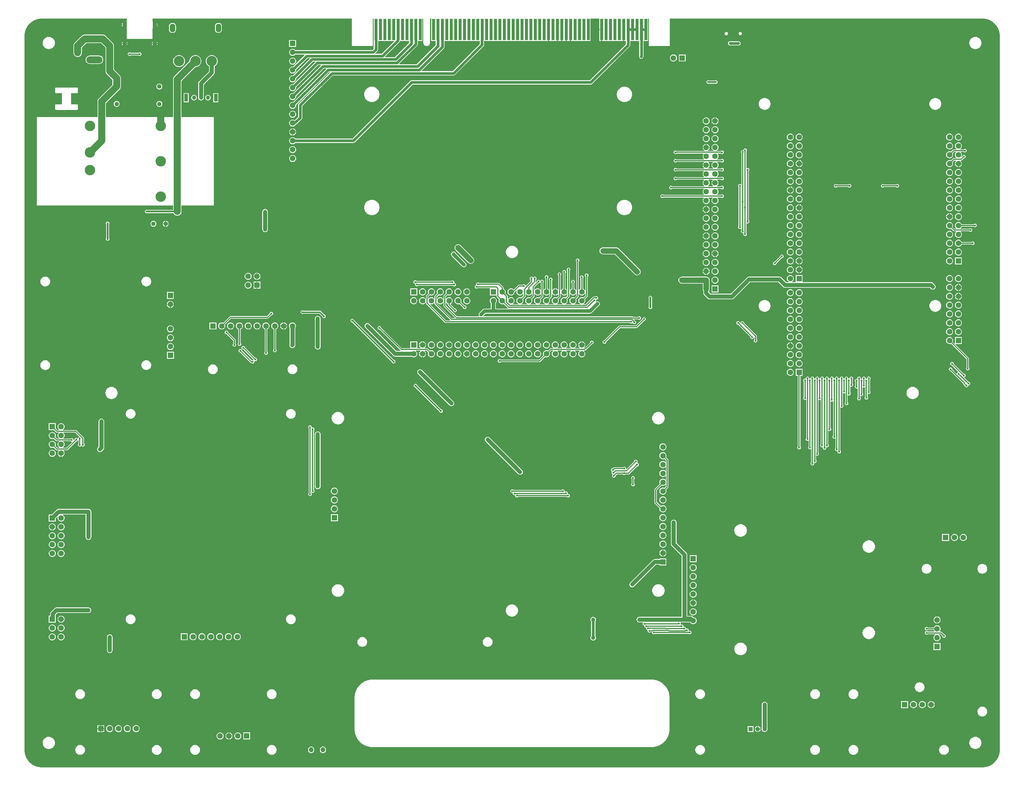
<source format=gbl>
G04*
G04 #@! TF.GenerationSoftware,Altium Limited,Altium Designer,22.8.2 (66)*
G04*
G04 Layer_Physical_Order=2*
G04 Layer_Color=16711680*
%FSLAX24Y24*%
%MOIN*%
G70*
G04*
G04 #@! TF.SameCoordinates,2E548A5A-C401-4DCA-B4CD-A2B358B3B59E*
G04*
G04*
G04 #@! TF.FilePolarity,Positive*
G04*
G01*
G75*
%ADD14C,0.0079*%
%ADD16C,0.0118*%
%ADD20C,0.0197*%
%ADD52C,0.0512*%
%ADD71R,0.0358X0.2449*%
%ADD82C,0.0787*%
%ADD83C,0.0315*%
%ADD84C,0.0157*%
%ADD85C,0.0472*%
%ADD86C,0.0394*%
%ADD87C,0.0630*%
%ADD88R,0.0630X0.0630*%
%ADD89C,0.0630*%
%ADD90C,0.1181*%
G04:AMPARAMS|DCode=91|XSize=94.5mil|YSize=63mil|CornerRadius=25.2mil|HoleSize=0mil|Usage=FLASHONLY|Rotation=270.000|XOffset=0mil|YOffset=0mil|HoleType=Round|Shape=RoundedRectangle|*
%AMROUNDEDRECTD91*
21,1,0.0945,0.0126,0,0,270.0*
21,1,0.0441,0.0630,0,0,270.0*
1,1,0.0504,-0.0063,-0.0220*
1,1,0.0504,-0.0063,0.0220*
1,1,0.0504,0.0063,0.0220*
1,1,0.0504,0.0063,-0.0220*
%
%ADD91ROUNDEDRECTD91*%
%ADD92O,0.0787X0.1575*%
%ADD93O,0.1575X0.0787*%
%ADD94O,0.1811X0.0787*%
%ADD95C,0.0472*%
%ADD96R,0.0394X0.0866*%
%ADD97R,0.0630X0.0630*%
%ADD98R,0.0512X0.0512*%
%ADD99O,0.0512X0.0591*%
%ADD100C,0.0236*%
%ADD101C,0.0315*%
%ADD102C,0.0500*%
%ADD103C,0.0394*%
%ADD104C,0.0787*%
G36*
X37009Y81547D02*
X39371D01*
Y84646D01*
X39474D01*
Y82118D01*
X39491D01*
Y81249D01*
X39318Y81075D01*
X30626D01*
X30596Y81115D01*
X30514Y81179D01*
X30418Y81218D01*
X30315Y81232D01*
X30212Y81218D01*
X30116Y81179D01*
X30034Y81115D01*
X29971Y81033D01*
X29931Y80937D01*
X29918Y80835D01*
X29931Y80732D01*
X29971Y80636D01*
X30034Y80554D01*
X30116Y80491D01*
X30212Y80451D01*
X30315Y80438D01*
X30418Y80451D01*
X30514Y80491D01*
X30596Y80554D01*
X30626Y80594D01*
X31668D01*
X31687Y80548D01*
X30365Y79225D01*
X30315Y79232D01*
X30212Y79218D01*
X30116Y79179D01*
X30034Y79115D01*
X29971Y79033D01*
X29931Y78937D01*
X29918Y78835D01*
X29931Y78732D01*
X29971Y78636D01*
X30034Y78554D01*
X30116Y78491D01*
X30212Y78451D01*
X30315Y78438D01*
X30418Y78451D01*
X30514Y78491D01*
X30596Y78554D01*
X30659Y78636D01*
X30699Y78732D01*
X30712Y78835D01*
X30705Y78885D01*
X32013Y80192D01*
X32267D01*
X32286Y80146D01*
X30365Y78225D01*
X30315Y78232D01*
X30212Y78218D01*
X30116Y78179D01*
X30034Y78115D01*
X29971Y78033D01*
X29931Y77937D01*
X29918Y77835D01*
X29931Y77732D01*
X29971Y77636D01*
X30034Y77554D01*
X30116Y77491D01*
X30212Y77451D01*
X30315Y77438D01*
X30418Y77451D01*
X30514Y77491D01*
X30596Y77554D01*
X30659Y77636D01*
X30699Y77732D01*
X30712Y77835D01*
X30705Y77885D01*
X32619Y79799D01*
X32873D01*
X32892Y79752D01*
X30365Y77225D01*
X30315Y77232D01*
X30212Y77218D01*
X30116Y77179D01*
X30034Y77115D01*
X29971Y77033D01*
X29931Y76937D01*
X29918Y76835D01*
X29931Y76732D01*
X29971Y76636D01*
X30034Y76554D01*
X30116Y76491D01*
X30212Y76451D01*
X30315Y76438D01*
X30418Y76451D01*
X30514Y76491D01*
X30596Y76554D01*
X30659Y76636D01*
X30699Y76732D01*
X30712Y76835D01*
X30705Y76885D01*
X33226Y79405D01*
X33479D01*
X33498Y79359D01*
X30365Y76225D01*
X30315Y76232D01*
X30212Y76218D01*
X30116Y76179D01*
X30034Y76115D01*
X29971Y76033D01*
X29931Y75937D01*
X29918Y75835D01*
X29931Y75732D01*
X29971Y75636D01*
X30034Y75554D01*
X30116Y75491D01*
X30212Y75451D01*
X30315Y75438D01*
X30418Y75451D01*
X30514Y75491D01*
X30596Y75554D01*
X30659Y75636D01*
X30699Y75732D01*
X30712Y75835D01*
X30705Y75885D01*
X33832Y79011D01*
X34085D01*
X34105Y78965D01*
X30365Y75225D01*
X30315Y75232D01*
X30212Y75218D01*
X30116Y75179D01*
X30034Y75115D01*
X29971Y75033D01*
X29931Y74937D01*
X29918Y74835D01*
X29931Y74732D01*
X29971Y74636D01*
X30034Y74554D01*
X30116Y74491D01*
X30212Y74451D01*
X30315Y74438D01*
X30418Y74451D01*
X30514Y74491D01*
X30596Y74554D01*
X30659Y74636D01*
X30699Y74732D01*
X30712Y74835D01*
X30705Y74885D01*
X34438Y78617D01*
X34511D01*
X34530Y78571D01*
X31011Y75052D01*
X30959Y74974D01*
X30940Y74882D01*
Y73564D01*
X30537Y73161D01*
X30514Y73179D01*
X30418Y73218D01*
X30315Y73232D01*
X30212Y73218D01*
X30116Y73179D01*
X30034Y73115D01*
X29971Y73033D01*
X29931Y72937D01*
X29918Y72835D01*
X29931Y72732D01*
X29971Y72636D01*
X30034Y72554D01*
X30116Y72491D01*
X30212Y72451D01*
X30315Y72438D01*
X30418Y72451D01*
X30514Y72491D01*
X30596Y72554D01*
X30659Y72636D01*
X30674Y72673D01*
X30711Y72680D01*
X30789Y72732D01*
X31351Y73294D01*
X31404Y73372D01*
X31422Y73465D01*
Y74782D01*
X34864Y78224D01*
X42565D01*
X42565Y78224D01*
X48504D01*
X48596Y78242D01*
X48674Y78294D01*
X51881Y81501D01*
X51933Y81579D01*
X51951Y81671D01*
Y82118D01*
X59193D01*
Y83421D01*
X59272D01*
Y82118D01*
X60193D01*
Y83421D01*
X60272D01*
Y82118D01*
X60693D01*
Y83421D01*
X60772D01*
Y82118D01*
X61193D01*
Y83421D01*
X61272D01*
Y82118D01*
X61693D01*
Y83421D01*
X61772D01*
Y82118D01*
X63990D01*
Y84646D01*
X64974D01*
Y83461D01*
X65232D01*
Y83421D01*
X65272D01*
Y82118D01*
X67693D01*
Y83421D01*
X67772D01*
Y82118D01*
X67991D01*
Y81757D01*
X63916Y77682D01*
X43780D01*
X43687Y77663D01*
X43609Y77611D01*
X37073Y71075D01*
X30626D01*
X30596Y71115D01*
X30514Y71179D01*
X30418Y71218D01*
X30315Y71232D01*
X30212Y71218D01*
X30116Y71179D01*
X30034Y71115D01*
X29971Y71033D01*
X29931Y70937D01*
X29918Y70835D01*
X29931Y70732D01*
X29971Y70636D01*
X30034Y70554D01*
X30116Y70491D01*
X30212Y70451D01*
X30315Y70438D01*
X30418Y70451D01*
X30514Y70491D01*
X30596Y70554D01*
X30626Y70594D01*
X37173D01*
X37265Y70612D01*
X37344Y70664D01*
X43879Y77200D01*
X64016D01*
X64108Y77218D01*
X64186Y77271D01*
X68403Y81487D01*
X68455Y81565D01*
X68473Y81657D01*
Y82118D01*
X69491D01*
Y80394D01*
X69484Y80354D01*
X69502Y80262D01*
X69554Y80184D01*
X69632Y80132D01*
X69724Y80113D01*
X69817Y80132D01*
X69895Y80184D01*
X69903Y80192D01*
X69955Y80270D01*
X69973Y80362D01*
Y82118D01*
X70490D01*
Y84646D01*
X70593D01*
Y81547D01*
X72956D01*
Y84646D01*
X108268Y84646D01*
X108397Y84646D01*
X108653Y84612D01*
X108902Y84545D01*
X109140Y84446D01*
X109364Y84317D01*
X109568Y84160D01*
X109751Y83978D01*
X109908Y83773D01*
X110037Y83550D01*
X110136Y83311D01*
X110203Y83062D01*
X110236Y82806D01*
Y82677D01*
X110236D01*
X110236Y82677D01*
Y1969D01*
Y1839D01*
X110203Y1584D01*
X110136Y1334D01*
X110037Y1096D01*
X109908Y873D01*
X109751Y668D01*
X109568Y485D01*
X109364Y328D01*
X109140Y199D01*
X108902Y100D01*
X108653Y34D01*
X108397Y0D01*
X1839D01*
X1584Y34D01*
X1334Y100D01*
X1096Y199D01*
X873Y328D01*
X668Y485D01*
X485Y668D01*
X328Y873D01*
X199Y1096D01*
X100Y1334D01*
X34Y1584D01*
X0Y1839D01*
Y1969D01*
Y82677D01*
Y82806D01*
X34Y83062D01*
X100Y83311D01*
X199Y83550D01*
X328Y83773D01*
X485Y83978D01*
X668Y84160D01*
X873Y84317D01*
X1096Y84446D01*
X1334Y84545D01*
X1584Y84612D01*
X1839Y84646D01*
X11573D01*
X11573Y84646D01*
Y84361D01*
X11534Y84337D01*
X11538Y84330D01*
X11544Y84319D01*
X11549Y84307D01*
X11554Y84295D01*
X11557Y84282D01*
X11561Y84270D01*
X11563Y84257D01*
X11565Y84244D01*
X11567Y84232D01*
X11567Y84219D01*
Y84205D01*
Y83693D01*
Y83679D01*
X11567Y83666D01*
X11565Y83653D01*
X11563Y83640D01*
X11561Y83628D01*
X11557Y83615D01*
X11554Y83603D01*
X11549Y83591D01*
X11544Y83579D01*
X11538Y83567D01*
X11534Y83561D01*
X11573Y83537D01*
Y82421D01*
X11579Y82391D01*
X11597Y82364D01*
X11623Y82347D01*
X11654Y82341D01*
X14409D01*
X14440Y82347D01*
X14466Y82364D01*
X14484Y82391D01*
X14490Y82421D01*
Y83537D01*
X14521Y83556D01*
X14519Y83559D01*
X14514Y83571D01*
X14509Y83583D01*
X14506Y83596D01*
X14502Y83608D01*
X14500Y83620D01*
X14498Y83633D01*
X14496Y83646D01*
X14496Y83659D01*
Y83673D01*
Y84224D01*
Y84239D01*
X14496Y84252D01*
X14498Y84264D01*
X14500Y84277D01*
X14502Y84290D01*
X14506Y84302D01*
X14509Y84315D01*
X14514Y84326D01*
X14519Y84338D01*
X14521Y84342D01*
X14490Y84361D01*
Y84646D01*
X14490Y84646D01*
X37009D01*
Y81547D01*
D02*
G37*
G36*
X41780Y82072D02*
X40382Y80674D01*
X39663D01*
X39643Y80720D01*
X39903Y80979D01*
X39955Y81057D01*
X39973Y81150D01*
Y82118D01*
X41761D01*
X41780Y82072D01*
D02*
G37*
G36*
X43491Y81909D02*
X41863Y80280D01*
X40735D01*
X40716Y80326D01*
X42381Y81992D01*
X42433Y82070D01*
X42443Y82118D01*
X43491D01*
Y81909D01*
D02*
G37*
G36*
X45093Y81927D02*
X45093D01*
X45097Y81878D01*
X45122Y81783D01*
X45171Y81698D01*
X45241Y81629D01*
X45326Y81580D01*
X45420Y81555D01*
X45519D01*
X45613Y81580D01*
X45698Y81629D01*
X45768Y81698D01*
X45817Y81783D01*
X45841Y81875D01*
X45842Y81878D01*
X45845Y81915D01*
X45845Y81923D01*
X45845D01*
X45845Y81927D01*
X45845Y81927D01*
X45845Y81973D01*
Y84646D01*
X45974D01*
Y82118D01*
X46491D01*
Y81635D01*
X44349Y79493D01*
X42379D01*
X42360Y79539D01*
X44403Y81582D01*
X44455Y81660D01*
X44473Y81752D01*
Y82118D01*
X44990D01*
Y84646D01*
X45093D01*
Y81927D01*
D02*
G37*
G36*
X51470Y81771D02*
X48404Y78705D01*
X44899D01*
X44880Y78752D01*
X47403Y81275D01*
X47455Y81353D01*
X47473Y81445D01*
Y82118D01*
X51470D01*
Y81771D01*
D02*
G37*
%LPC*%
G36*
X11251Y84444D02*
X11250Y84444D01*
X11249Y84443D01*
X11251Y84444D01*
D02*
G37*
G36*
X11410Y84444D02*
X11412Y84443D01*
X11411Y84444D01*
X11410Y84444D01*
D02*
G37*
G36*
X14969Y84158D02*
Y83988D01*
X15045D01*
X15039Y84031D01*
X15007Y84108D01*
X14969Y84158D01*
D02*
G37*
G36*
X11094D02*
X11056Y84108D01*
X11024Y84031D01*
X11018Y83988D01*
X11094D01*
Y84158D01*
D02*
G37*
G36*
X15045Y83909D02*
X14969D01*
Y83739D01*
X15007Y83790D01*
X15039Y83867D01*
X15045Y83909D01*
D02*
G37*
G36*
X11094D02*
X11018D01*
X11024Y83867D01*
X11056Y83790D01*
X11094Y83739D01*
Y83909D01*
D02*
G37*
G36*
X11249Y83454D02*
X11250Y83454D01*
X11251Y83454D01*
X11249Y83454D01*
D02*
G37*
G36*
X11412Y83454D02*
X11410Y83454D01*
X11411Y83454D01*
X11412Y83454D01*
D02*
G37*
G36*
X21992Y84147D02*
X21866D01*
X21780Y84135D01*
X21699Y84102D01*
X21630Y84049D01*
X21577Y83980D01*
X21544Y83899D01*
X21533Y83813D01*
Y83372D01*
X21544Y83286D01*
X21577Y83205D01*
X21630Y83136D01*
X21699Y83083D01*
X21780Y83050D01*
X21866Y83038D01*
X21992D01*
X22078Y83050D01*
X22159Y83083D01*
X22228Y83136D01*
X22281Y83205D01*
X22314Y83286D01*
X22326Y83372D01*
Y83813D01*
X22314Y83899D01*
X22281Y83980D01*
X22228Y84049D01*
X22159Y84102D01*
X22078Y84135D01*
X21992Y84147D01*
D02*
G37*
G36*
X16795D02*
X16669D01*
X16583Y84135D01*
X16503Y84102D01*
X16433Y84049D01*
X16380Y83980D01*
X16347Y83899D01*
X16336Y83813D01*
Y83372D01*
X16347Y83286D01*
X16380Y83205D01*
X16433Y83136D01*
X16503Y83083D01*
X16583Y83050D01*
X16669Y83038D01*
X16795D01*
X16882Y83050D01*
X16962Y83083D01*
X17031Y83136D01*
X17084Y83205D01*
X17117Y83286D01*
X17129Y83372D01*
Y83813D01*
X17117Y83899D01*
X17084Y83980D01*
X17031Y84049D01*
X16962Y84102D01*
X16882Y84135D01*
X16795Y84147D01*
D02*
G37*
G36*
X80906Y83143D02*
X80833Y83129D01*
X80771Y83088D01*
X80729Y83026D01*
X80715Y82953D01*
X80729Y82880D01*
X80771Y82818D01*
X80833Y82777D01*
X80906Y82762D01*
X80978Y82777D01*
X81040Y82818D01*
X81082Y82880D01*
X81096Y82953D01*
X81082Y83026D01*
X81040Y83088D01*
X80978Y83129D01*
X80906Y83143D01*
D02*
G37*
G36*
X79331D02*
X79258Y83129D01*
X79196Y83088D01*
X79155Y83026D01*
X79140Y82953D01*
X79155Y82880D01*
X79196Y82818D01*
X79258Y82777D01*
X79331Y82762D01*
X79404Y82777D01*
X79466Y82818D01*
X79507Y82880D01*
X79521Y82953D01*
X79507Y83026D01*
X79466Y83088D01*
X79404Y83129D01*
X79331Y83143D01*
D02*
G37*
G36*
X65193Y83382D02*
X64974D01*
Y82118D01*
X65193D01*
Y83382D01*
D02*
G37*
G36*
X14969Y82048D02*
Y81878D01*
X15045D01*
X15039Y81921D01*
X15007Y81997D01*
X14969Y82048D01*
D02*
G37*
G36*
X11566Y82049D02*
X11567Y82048D01*
X11567Y82035D01*
Y81878D01*
X11643D01*
X11638Y81921D01*
X11606Y81997D01*
X11566Y82049D01*
D02*
G37*
G36*
X14497D02*
X14457Y81997D01*
X14425Y81921D01*
X14420Y81878D01*
X14496D01*
Y82035D01*
X14496Y82048D01*
X14497Y82049D01*
D02*
G37*
G36*
X11095Y82049D02*
X11056Y81997D01*
X11024Y81921D01*
X11018Y81878D01*
X11094D01*
Y82035D01*
X11095Y82048D01*
X11095Y82049D01*
D02*
G37*
G36*
X11094Y81799D02*
X11018D01*
X11024Y81756D01*
X11056Y81680D01*
X11095Y81628D01*
X11095Y81630D01*
X11094Y81642D01*
Y81799D01*
D02*
G37*
G36*
X14496D02*
X14420D01*
X14425Y81756D01*
X14457Y81680D01*
X14497Y81628D01*
X14496Y81630D01*
X14496Y81642D01*
Y81799D01*
D02*
G37*
G36*
X11643D02*
X11567D01*
Y81642D01*
X11567Y81630D01*
X11566Y81628D01*
X11606Y81680D01*
X11638Y81756D01*
X11643Y81799D01*
D02*
G37*
G36*
X15045D02*
X14969D01*
Y81661D01*
Y81647D01*
X14968Y81634D01*
X14967Y81628D01*
X15007Y81680D01*
X15039Y81756D01*
X15045Y81799D01*
D02*
G37*
G36*
X80709Y82091D02*
X79764D01*
X79672Y82073D01*
X79593Y82021D01*
X79541Y81943D01*
X79523Y81850D01*
X79541Y81758D01*
X79593Y81680D01*
X79672Y81628D01*
X79764Y81610D01*
X80709D01*
X80801Y81628D01*
X80879Y81680D01*
X80931Y81758D01*
X80950Y81850D01*
X80931Y81943D01*
X80879Y82021D01*
X80801Y82073D01*
X80709Y82091D01*
D02*
G37*
G36*
X30709Y82228D02*
X29921D01*
Y81441D01*
X30709D01*
Y82228D01*
D02*
G37*
G36*
X107480Y82582D02*
X107345Y82569D01*
X107215Y82529D01*
X107096Y82465D01*
X106991Y82379D01*
X106905Y82274D01*
X106841Y82155D01*
X106801Y82025D01*
X106788Y81890D01*
X106801Y81755D01*
X106841Y81625D01*
X106905Y81505D01*
X106991Y81400D01*
X107096Y81314D01*
X107215Y81250D01*
X107345Y81211D01*
X107480Y81197D01*
X107615Y81211D01*
X107745Y81250D01*
X107865Y81314D01*
X107970Y81400D01*
X108056Y81505D01*
X108120Y81625D01*
X108159Y81755D01*
X108173Y81890D01*
X108159Y82025D01*
X108120Y82155D01*
X108056Y82274D01*
X107970Y82379D01*
X107865Y82465D01*
X107745Y82529D01*
X107615Y82569D01*
X107480Y82582D01*
D02*
G37*
G36*
X2756D02*
X2621Y82569D01*
X2491Y82529D01*
X2371Y82465D01*
X2266Y82379D01*
X2180Y82274D01*
X2116Y82155D01*
X2077Y82025D01*
X2064Y81890D01*
X2077Y81755D01*
X2116Y81625D01*
X2180Y81505D01*
X2266Y81400D01*
X2371Y81314D01*
X2491Y81250D01*
X2621Y81211D01*
X2756Y81197D01*
X2891Y81211D01*
X3021Y81250D01*
X3141Y81314D01*
X3245Y81400D01*
X3332Y81505D01*
X3396Y81625D01*
X3435Y81755D01*
X3448Y81890D01*
X3435Y82025D01*
X3396Y82155D01*
X3332Y82274D01*
X3245Y82379D01*
X3141Y82465D01*
X3021Y82529D01*
X2891Y82569D01*
X2756Y82582D01*
D02*
G37*
G36*
X13032Y80831D02*
X12955Y80815D01*
X12890Y80772D01*
X12889Y80770D01*
X12033D01*
X12032Y80772D01*
X11967Y80815D01*
X11890Y80831D01*
X11813Y80815D01*
X11748Y80772D01*
X11704Y80707D01*
X11689Y80630D01*
X11704Y80553D01*
X11748Y80488D01*
X11813Y80444D01*
X11890Y80429D01*
X11967Y80444D01*
X12032Y80488D01*
X12033Y80489D01*
X12889D01*
X12890Y80488D01*
X12955Y80444D01*
X13032Y80429D01*
X13108Y80444D01*
X13173Y80488D01*
X13217Y80553D01*
X13232Y80630D01*
X13217Y80707D01*
X13173Y80772D01*
X13108Y80815D01*
X13032Y80831D01*
D02*
G37*
G36*
X74752Y80591D02*
X73965D01*
Y79803D01*
X74752D01*
Y80591D01*
D02*
G37*
G36*
X73358Y80594D02*
X73255Y80580D01*
X73160Y80541D01*
X73077Y80478D01*
X73014Y80395D01*
X72975Y80300D01*
X72961Y80197D01*
X72975Y80094D01*
X73014Y79998D01*
X73077Y79916D01*
X73160Y79853D01*
X73255Y79813D01*
X73358Y79800D01*
X73461Y79813D01*
X73557Y79853D01*
X73639Y79916D01*
X73702Y79998D01*
X73742Y80094D01*
X73755Y80197D01*
X73742Y80300D01*
X73702Y80395D01*
X73639Y80478D01*
X73557Y80541D01*
X73461Y80580D01*
X73358Y80594D01*
D02*
G37*
G36*
X8425Y80477D02*
X7402D01*
X7278Y80460D01*
X7163Y80413D01*
X7065Y80337D01*
X6989Y80238D01*
X6941Y80123D01*
X6925Y80000D01*
X6941Y79877D01*
X6989Y79762D01*
X7065Y79663D01*
X7163Y79587D01*
X7278Y79540D01*
X7402Y79523D01*
X8425D01*
X8549Y79540D01*
X8663Y79587D01*
X8762Y79663D01*
X8838Y79762D01*
X8885Y79877D01*
X8902Y80000D01*
X8885Y80123D01*
X8838Y80238D01*
X8762Y80337D01*
X8663Y80413D01*
X8549Y80460D01*
X8425Y80477D01*
D02*
G37*
G36*
X30315Y80232D02*
X30212Y80218D01*
X30116Y80179D01*
X30034Y80115D01*
X29971Y80033D01*
X29931Y79937D01*
X29918Y79835D01*
X29931Y79732D01*
X29971Y79636D01*
X30034Y79554D01*
X30116Y79491D01*
X30212Y79451D01*
X30315Y79438D01*
X30418Y79451D01*
X30514Y79491D01*
X30596Y79554D01*
X30659Y79636D01*
X30699Y79732D01*
X30712Y79835D01*
X30699Y79937D01*
X30659Y80033D01*
X30596Y80115D01*
X30514Y80179D01*
X30418Y80218D01*
X30315Y80232D01*
D02*
G37*
G36*
X17480Y80515D02*
X17349Y80502D01*
X17223Y80464D01*
X17107Y80402D01*
X17005Y80318D01*
X16921Y80216D01*
X16859Y80100D01*
X16821Y79974D01*
X16808Y79843D01*
X16821Y79711D01*
X16859Y79585D01*
X16921Y79469D01*
X17005Y79367D01*
X17107Y79283D01*
X17223Y79221D01*
X17349Y79183D01*
X17480Y79170D01*
X17612Y79183D01*
X17738Y79221D01*
X17854Y79283D01*
X17956Y79367D01*
X18039Y79469D01*
X18102Y79585D01*
X18140Y79711D01*
X18153Y79843D01*
X18140Y79974D01*
X18102Y80100D01*
X18039Y80216D01*
X17956Y80318D01*
X17854Y80402D01*
X17738Y80464D01*
X17612Y80502D01*
X17480Y80515D01*
D02*
G37*
G36*
X78150Y77681D02*
X78073Y77666D01*
X78066Y77661D01*
X77367D01*
X77360Y77666D01*
X77283Y77681D01*
X77207Y77666D01*
X77142Y77622D01*
X77098Y77557D01*
X77083Y77480D01*
X77098Y77404D01*
X77142Y77338D01*
X77207Y77295D01*
X77283Y77280D01*
X77360Y77295D01*
X77367Y77300D01*
X78066D01*
X78073Y77295D01*
X78150Y77280D01*
X78226Y77295D01*
X78292Y77338D01*
X78335Y77404D01*
X78350Y77480D01*
X78335Y77557D01*
X78292Y77622D01*
X78226Y77666D01*
X78150Y77681D01*
D02*
G37*
G36*
X15256Y77306D02*
X15169Y77295D01*
X15087Y77261D01*
X15017Y77207D01*
X14964Y77137D01*
X14930Y77056D01*
X14918Y76968D01*
X14930Y76881D01*
X14964Y76800D01*
X15017Y76730D01*
X15087Y76676D01*
X15169Y76642D01*
X15256Y76631D01*
X15343Y76642D01*
X15425Y76676D01*
X15495Y76730D01*
X15548Y76800D01*
X15582Y76881D01*
X15593Y76968D01*
X15582Y77056D01*
X15548Y77137D01*
X15495Y77207D01*
X15425Y77261D01*
X15343Y77295D01*
X15256Y77306D01*
D02*
G37*
G36*
X20748Y76026D02*
X20666Y76016D01*
X20589Y75984D01*
X20523Y75933D01*
X20473Y75868D01*
X20441Y75791D01*
X20430Y75709D01*
X20441Y75626D01*
X20473Y75550D01*
X20523Y75484D01*
X20589Y75434D01*
X20666Y75402D01*
X20748Y75391D01*
X20830Y75402D01*
X20907Y75434D01*
X20973Y75484D01*
X21023Y75550D01*
X21055Y75626D01*
X21066Y75709D01*
X21055Y75791D01*
X21023Y75868D01*
X20973Y75933D01*
X20907Y75984D01*
X20830Y76016D01*
X20748Y76026D01*
D02*
G37*
G36*
X21181Y80515D02*
X21050Y80502D01*
X20924Y80464D01*
X20807Y80402D01*
X20706Y80318D01*
X20622Y80216D01*
X20560Y80100D01*
X20522Y79974D01*
X20509Y79843D01*
X20522Y79711D01*
X20560Y79585D01*
X20622Y79469D01*
X20706Y79367D01*
X20807Y79283D01*
X20863Y79253D01*
Y78675D01*
X19736Y77547D01*
X19686Y77482D01*
X19654Y77405D01*
X19643Y77323D01*
Y75709D01*
X19654Y75626D01*
X19686Y75550D01*
X19736Y75484D01*
X19802Y75434D01*
X19878Y75402D01*
X19961Y75391D01*
X20043Y75402D01*
X20119Y75434D01*
X20185Y75484D01*
X20236Y75550D01*
X20267Y75626D01*
X20278Y75709D01*
Y77191D01*
X21406Y78319D01*
X21456Y78384D01*
X21488Y78461D01*
X21499Y78543D01*
Y79253D01*
X21555Y79283D01*
X21657Y79367D01*
X21740Y79469D01*
X21802Y79585D01*
X21841Y79711D01*
X21854Y79843D01*
X21841Y79974D01*
X21802Y80100D01*
X21740Y80216D01*
X21657Y80318D01*
X21555Y80402D01*
X21438Y80464D01*
X21312Y80502D01*
X21181Y80515D01*
D02*
G37*
G36*
X19173Y76026D02*
X19091Y76016D01*
X19014Y75984D01*
X18949Y75933D01*
X18898Y75868D01*
X18866Y75791D01*
X18856Y75709D01*
X18866Y75626D01*
X18898Y75550D01*
X18949Y75484D01*
X19014Y75434D01*
X19091Y75402D01*
X19173Y75391D01*
X19255Y75402D01*
X19332Y75434D01*
X19398Y75484D01*
X19448Y75550D01*
X19480Y75626D01*
X19491Y75709D01*
X19480Y75791D01*
X19448Y75868D01*
X19398Y75933D01*
X19332Y75984D01*
X19255Y76016D01*
X19173Y76026D01*
D02*
G37*
G36*
X67815Y76953D02*
X67645Y76936D01*
X67482Y76887D01*
X67331Y76806D01*
X67200Y76698D01*
X67091Y76566D01*
X67011Y76416D01*
X66961Y76252D01*
X66945Y76083D01*
X66961Y75913D01*
X67011Y75750D01*
X67091Y75599D01*
X67200Y75467D01*
X67331Y75359D01*
X67482Y75279D01*
X67645Y75229D01*
X67815Y75212D01*
X67985Y75229D01*
X68148Y75279D01*
X68298Y75359D01*
X68430Y75467D01*
X68539Y75599D01*
X68619Y75750D01*
X68669Y75913D01*
X68685Y76083D01*
X68669Y76252D01*
X68619Y76416D01*
X68539Y76566D01*
X68430Y76698D01*
X68298Y76806D01*
X68148Y76887D01*
X67985Y76936D01*
X67815Y76953D01*
D02*
G37*
G36*
X39272D02*
X39102Y76936D01*
X38939Y76887D01*
X38788Y76806D01*
X38656Y76698D01*
X38548Y76566D01*
X38468Y76416D01*
X38418Y76252D01*
X38401Y76083D01*
X38418Y75913D01*
X38468Y75750D01*
X38548Y75599D01*
X38656Y75467D01*
X38788Y75359D01*
X38939Y75279D01*
X39102Y75229D01*
X39272Y75212D01*
X39441Y75229D01*
X39605Y75279D01*
X39755Y75359D01*
X39887Y75467D01*
X39995Y75599D01*
X40076Y75750D01*
X40125Y75913D01*
X40142Y76083D01*
X40125Y76252D01*
X40076Y76416D01*
X39995Y76566D01*
X39887Y76698D01*
X39755Y76806D01*
X39605Y76887D01*
X39441Y76936D01*
X39272Y76953D01*
D02*
G37*
G36*
X21909Y76220D02*
X21358D01*
Y75197D01*
X21909D01*
Y76220D01*
D02*
G37*
G36*
X18563D02*
X18012D01*
Y75197D01*
X18563D01*
Y76220D01*
D02*
G37*
G36*
X15256Y75338D02*
X15169Y75326D01*
X15087Y75292D01*
X15017Y75239D01*
X14964Y75169D01*
X14930Y75087D01*
X14918Y75000D01*
X14930Y74913D01*
X14964Y74831D01*
X15017Y74761D01*
X15087Y74708D01*
X15169Y74674D01*
X15256Y74662D01*
X15343Y74674D01*
X15425Y74708D01*
X15495Y74761D01*
X15548Y74831D01*
X15582Y74913D01*
X15593Y75000D01*
X15582Y75087D01*
X15548Y75169D01*
X15495Y75239D01*
X15425Y75292D01*
X15343Y75326D01*
X15256Y75338D01*
D02*
G37*
G36*
X10433D02*
X10346Y75326D01*
X10264Y75292D01*
X10194Y75239D01*
X10141Y75169D01*
X10107Y75087D01*
X10096Y75000D01*
X10107Y74913D01*
X10141Y74831D01*
X10194Y74761D01*
X10264Y74708D01*
X10346Y74674D01*
X10433Y74662D01*
X10520Y74674D01*
X10602Y74708D01*
X10672Y74761D01*
X10725Y74831D01*
X10759Y74913D01*
X10771Y75000D01*
X10759Y75087D01*
X10725Y75169D01*
X10672Y75239D01*
X10602Y75292D01*
X10520Y75326D01*
X10433Y75338D01*
D02*
G37*
G36*
X5965Y76852D02*
X3563D01*
X3532Y76846D01*
X3506Y76828D01*
X3489Y76802D01*
X3483Y76772D01*
Y76299D01*
X3489Y76268D01*
X3506Y76242D01*
X3532Y76225D01*
X3563Y76219D01*
X4250D01*
Y74962D01*
X3563D01*
X3532Y74956D01*
X3506Y74939D01*
X3489Y74913D01*
X3483Y74882D01*
Y74409D01*
X3489Y74379D01*
X3506Y74353D01*
X3532Y74335D01*
X3563Y74329D01*
X5965D01*
X5995Y74335D01*
X6021Y74353D01*
X6039Y74379D01*
X6045Y74409D01*
Y74882D01*
X6039Y74913D01*
X6021Y74939D01*
X5995Y74956D01*
X5965Y74962D01*
X5277D01*
Y76219D01*
X5965D01*
X5995Y76225D01*
X6021Y76242D01*
X6039Y76268D01*
X6045Y76299D01*
Y76772D01*
X6039Y76802D01*
X6021Y76828D01*
X5995Y76846D01*
X5965Y76852D01*
D02*
G37*
G36*
X102953Y75673D02*
X102822Y75660D01*
X102695Y75621D01*
X102579Y75559D01*
X102477Y75476D01*
X102394Y75374D01*
X102331Y75257D01*
X102293Y75131D01*
X102280Y75000D01*
X102293Y74869D01*
X102331Y74743D01*
X102394Y74626D01*
X102477Y74524D01*
X102579Y74441D01*
X102695Y74379D01*
X102822Y74340D01*
X102953Y74327D01*
X103084Y74340D01*
X103210Y74379D01*
X103326Y74441D01*
X103428Y74524D01*
X103512Y74626D01*
X103574Y74743D01*
X103612Y74869D01*
X103625Y75000D01*
X103612Y75131D01*
X103574Y75257D01*
X103512Y75374D01*
X103428Y75476D01*
X103326Y75559D01*
X103210Y75621D01*
X103084Y75660D01*
X102953Y75673D01*
D02*
G37*
G36*
X83661D02*
X83530Y75660D01*
X83404Y75621D01*
X83288Y75559D01*
X83186Y75476D01*
X83102Y75374D01*
X83040Y75257D01*
X83002Y75131D01*
X82989Y75000D01*
X83002Y74869D01*
X83040Y74743D01*
X83102Y74626D01*
X83186Y74524D01*
X83288Y74441D01*
X83404Y74379D01*
X83530Y74340D01*
X83661Y74327D01*
X83793Y74340D01*
X83919Y74379D01*
X84035Y74441D01*
X84137Y74524D01*
X84221Y74626D01*
X84283Y74743D01*
X84321Y74869D01*
X84334Y75000D01*
X84321Y75131D01*
X84283Y75257D01*
X84221Y75374D01*
X84137Y75476D01*
X84035Y75559D01*
X83919Y75621D01*
X83793Y75660D01*
X83661Y75673D01*
D02*
G37*
G36*
X30315Y74232D02*
X30212Y74218D01*
X30116Y74179D01*
X30034Y74115D01*
X29971Y74033D01*
X29931Y73937D01*
X29918Y73835D01*
X29931Y73732D01*
X29971Y73636D01*
X30034Y73554D01*
X30116Y73491D01*
X30212Y73451D01*
X30315Y73438D01*
X30418Y73451D01*
X30514Y73491D01*
X30596Y73554D01*
X30659Y73636D01*
X30699Y73732D01*
X30712Y73835D01*
X30699Y73937D01*
X30659Y74033D01*
X30596Y74115D01*
X30514Y74179D01*
X30418Y74218D01*
X30315Y74232D01*
D02*
G37*
G36*
X78098Y73475D02*
Y73122D01*
X78451D01*
X78443Y73185D01*
X78403Y73281D01*
X78340Y73363D01*
X78258Y73427D01*
X78162Y73466D01*
X78098Y73475D01*
D02*
G37*
G36*
X78020Y73475D02*
X77956Y73466D01*
X77861Y73427D01*
X77778Y73363D01*
X77715Y73281D01*
X77675Y73185D01*
X77667Y73122D01*
X78020D01*
Y73475D01*
D02*
G37*
G36*
X78451Y73043D02*
X78098D01*
Y72691D01*
X78162Y72699D01*
X78258Y72739D01*
X78340Y72802D01*
X78403Y72884D01*
X78443Y72980D01*
X78451Y73043D01*
D02*
G37*
G36*
X78020D02*
X77667D01*
X77675Y72980D01*
X77715Y72884D01*
X77778Y72802D01*
X77861Y72739D01*
X77956Y72699D01*
X78020Y72691D01*
Y73043D01*
D02*
G37*
G36*
X77059Y73480D02*
X76956Y73466D01*
X76861Y73427D01*
X76778Y73363D01*
X76715Y73281D01*
X76675Y73185D01*
X76662Y73083D01*
X76675Y72980D01*
X76715Y72884D01*
X76778Y72802D01*
X76861Y72739D01*
X76956Y72699D01*
X77059Y72686D01*
X77162Y72699D01*
X77258Y72739D01*
X77340Y72802D01*
X77403Y72884D01*
X77443Y72980D01*
X77456Y73083D01*
X77443Y73185D01*
X77403Y73281D01*
X77340Y73363D01*
X77258Y73427D01*
X77162Y73466D01*
X77059Y73480D01*
D02*
G37*
G36*
X30354Y72227D02*
Y71874D01*
X30707D01*
X30699Y71937D01*
X30659Y72033D01*
X30596Y72115D01*
X30514Y72179D01*
X30418Y72218D01*
X30354Y72227D01*
D02*
G37*
G36*
X30276Y72227D02*
X30212Y72218D01*
X30116Y72179D01*
X30034Y72115D01*
X29971Y72033D01*
X29931Y71937D01*
X29923Y71874D01*
X30276D01*
Y72227D01*
D02*
G37*
G36*
X78059Y72480D02*
X77956Y72466D01*
X77861Y72427D01*
X77778Y72363D01*
X77715Y72281D01*
X77675Y72185D01*
X77662Y72083D01*
X77675Y71980D01*
X77715Y71884D01*
X77778Y71802D01*
X77861Y71739D01*
X77956Y71699D01*
X78059Y71686D01*
X78162Y71699D01*
X78258Y71739D01*
X78340Y71802D01*
X78403Y71884D01*
X78443Y71980D01*
X78456Y72083D01*
X78443Y72185D01*
X78403Y72281D01*
X78340Y72363D01*
X78258Y72427D01*
X78162Y72466D01*
X78059Y72480D01*
D02*
G37*
G36*
X77059D02*
X76956Y72466D01*
X76861Y72427D01*
X76778Y72363D01*
X76715Y72281D01*
X76675Y72185D01*
X76662Y72083D01*
X76675Y71980D01*
X76715Y71884D01*
X76778Y71802D01*
X76861Y71739D01*
X76956Y71699D01*
X77059Y71686D01*
X77162Y71699D01*
X77258Y71739D01*
X77340Y71802D01*
X77403Y71884D01*
X77443Y71980D01*
X77456Y72083D01*
X77443Y72185D01*
X77403Y72281D01*
X77340Y72363D01*
X77258Y72427D01*
X77162Y72466D01*
X77059Y72480D01*
D02*
G37*
G36*
X30276Y71795D02*
X29923D01*
X29931Y71732D01*
X29971Y71636D01*
X30034Y71554D01*
X30116Y71491D01*
X30212Y71451D01*
X30276Y71443D01*
Y71795D01*
D02*
G37*
G36*
X30707D02*
X30354D01*
Y71443D01*
X30418Y71451D01*
X30514Y71491D01*
X30596Y71554D01*
X30659Y71636D01*
X30699Y71732D01*
X30707Y71795D01*
D02*
G37*
G36*
X105563Y71649D02*
X105460Y71636D01*
X105364Y71596D01*
X105282Y71533D01*
X105219Y71451D01*
X105179Y71355D01*
X105166Y71252D01*
X105179Y71149D01*
X105219Y71053D01*
X105282Y70971D01*
X105364Y70908D01*
X105460Y70868D01*
X105563Y70855D01*
X105666Y70868D01*
X105762Y70908D01*
X105844Y70971D01*
X105907Y71053D01*
X105947Y71149D01*
X105960Y71252D01*
X105947Y71355D01*
X105907Y71451D01*
X105844Y71533D01*
X105762Y71596D01*
X105666Y71636D01*
X105563Y71649D01*
D02*
G37*
G36*
X104563D02*
X104460Y71636D01*
X104364Y71596D01*
X104282Y71533D01*
X104219Y71451D01*
X104179Y71355D01*
X104166Y71252D01*
X104179Y71149D01*
X104219Y71053D01*
X104282Y70971D01*
X104364Y70908D01*
X104460Y70868D01*
X104563Y70855D01*
X104666Y70868D01*
X104762Y70908D01*
X104844Y70971D01*
X104907Y71053D01*
X104947Y71149D01*
X104960Y71252D01*
X104947Y71355D01*
X104907Y71451D01*
X104844Y71533D01*
X104762Y71596D01*
X104666Y71636D01*
X104563Y71649D01*
D02*
G37*
G36*
X87563D02*
X87460Y71636D01*
X87364Y71596D01*
X87282Y71533D01*
X87219Y71451D01*
X87179Y71355D01*
X87166Y71252D01*
X87179Y71149D01*
X87219Y71053D01*
X87282Y70971D01*
X87364Y70908D01*
X87460Y70868D01*
X87563Y70855D01*
X87666Y70868D01*
X87762Y70908D01*
X87844Y70971D01*
X87907Y71053D01*
X87947Y71149D01*
X87960Y71252D01*
X87947Y71355D01*
X87907Y71451D01*
X87844Y71533D01*
X87762Y71596D01*
X87666Y71636D01*
X87563Y71649D01*
D02*
G37*
G36*
X86563D02*
X86460Y71636D01*
X86364Y71596D01*
X86282Y71533D01*
X86219Y71451D01*
X86179Y71355D01*
X86166Y71252D01*
X86179Y71149D01*
X86219Y71053D01*
X86282Y70971D01*
X86364Y70908D01*
X86460Y70868D01*
X86563Y70855D01*
X86666Y70868D01*
X86762Y70908D01*
X86844Y70971D01*
X86907Y71053D01*
X86947Y71149D01*
X86960Y71252D01*
X86947Y71355D01*
X86907Y71451D01*
X86844Y71533D01*
X86762Y71596D01*
X86666Y71636D01*
X86563Y71649D01*
D02*
G37*
G36*
X78059Y71480D02*
X77956Y71466D01*
X77861Y71427D01*
X77778Y71363D01*
X77715Y71281D01*
X77675Y71185D01*
X77662Y71083D01*
X77675Y70980D01*
X77715Y70884D01*
X77778Y70802D01*
X77861Y70739D01*
X77956Y70699D01*
X78059Y70686D01*
X78162Y70699D01*
X78258Y70739D01*
X78340Y70802D01*
X78403Y70884D01*
X78443Y70980D01*
X78456Y71083D01*
X78443Y71185D01*
X78403Y71281D01*
X78340Y71363D01*
X78258Y71427D01*
X78162Y71466D01*
X78059Y71480D01*
D02*
G37*
G36*
X77059D02*
X76956Y71466D01*
X76861Y71427D01*
X76778Y71363D01*
X76715Y71281D01*
X76675Y71185D01*
X76662Y71083D01*
X76675Y70980D01*
X76715Y70884D01*
X76778Y70802D01*
X76861Y70739D01*
X76956Y70699D01*
X77059Y70686D01*
X77162Y70699D01*
X77258Y70739D01*
X77340Y70802D01*
X77403Y70884D01*
X77443Y70980D01*
X77456Y71083D01*
X77443Y71185D01*
X77403Y71281D01*
X77340Y71363D01*
X77258Y71427D01*
X77162Y71466D01*
X77059Y71480D01*
D02*
G37*
G36*
X77098Y70475D02*
Y70122D01*
X77451D01*
X77443Y70185D01*
X77403Y70281D01*
X77340Y70363D01*
X77258Y70427D01*
X77162Y70466D01*
X77098Y70475D01*
D02*
G37*
G36*
X77020Y70475D02*
X76956Y70466D01*
X76861Y70427D01*
X76778Y70363D01*
X76715Y70281D01*
X76675Y70185D01*
X76667Y70122D01*
X77020D01*
Y70475D01*
D02*
G37*
G36*
X104563Y70649D02*
X104460Y70636D01*
X104364Y70596D01*
X104282Y70533D01*
X104219Y70451D01*
X104179Y70355D01*
X104166Y70252D01*
X104179Y70149D01*
X104219Y70053D01*
X104282Y69971D01*
X104364Y69908D01*
X104460Y69868D01*
X104563Y69855D01*
X104666Y69868D01*
X104762Y69908D01*
X104844Y69971D01*
X104907Y70053D01*
X104947Y70149D01*
X104960Y70252D01*
X104947Y70355D01*
X104907Y70451D01*
X104844Y70533D01*
X104762Y70596D01*
X104666Y70636D01*
X104563Y70649D01*
D02*
G37*
G36*
X87563D02*
X87460Y70636D01*
X87364Y70596D01*
X87282Y70533D01*
X87219Y70451D01*
X87179Y70355D01*
X87166Y70252D01*
X87179Y70149D01*
X87219Y70053D01*
X87282Y69971D01*
X87364Y69908D01*
X87460Y69868D01*
X87563Y69855D01*
X87666Y69868D01*
X87762Y69908D01*
X87844Y69971D01*
X87907Y70053D01*
X87947Y70149D01*
X87960Y70252D01*
X87947Y70355D01*
X87907Y70451D01*
X87844Y70533D01*
X87762Y70596D01*
X87666Y70636D01*
X87563Y70649D01*
D02*
G37*
G36*
X86563D02*
X86460Y70636D01*
X86364Y70596D01*
X86282Y70533D01*
X86219Y70451D01*
X86179Y70355D01*
X86166Y70252D01*
X86179Y70149D01*
X86219Y70053D01*
X86282Y69971D01*
X86364Y69908D01*
X86460Y69868D01*
X86563Y69855D01*
X86666Y69868D01*
X86762Y69908D01*
X86844Y69971D01*
X86907Y70053D01*
X86947Y70149D01*
X86960Y70252D01*
X86947Y70355D01*
X86907Y70451D01*
X86844Y70533D01*
X86762Y70596D01*
X86666Y70636D01*
X86563Y70649D01*
D02*
G37*
G36*
X81457Y69964D02*
X81380Y69949D01*
X81315Y69906D01*
X81271Y69841D01*
X81256Y69764D01*
X81209Y69762D01*
X81181Y69768D01*
X81104Y69752D01*
X81039Y69709D01*
X80996Y69644D01*
X80980Y69567D01*
X80996Y69490D01*
X81039Y69425D01*
X81041Y69424D01*
Y65924D01*
X80991Y65902D01*
X80943Y65933D01*
X80866Y65949D01*
X80789Y65933D01*
X80724Y65890D01*
X80681Y65825D01*
X80665Y65748D01*
X80681Y65671D01*
X80724Y65606D01*
X80726Y65605D01*
Y61206D01*
X80724Y61205D01*
X80681Y61140D01*
X80665Y61063D01*
X80681Y60986D01*
X80724Y60921D01*
X80789Y60878D01*
X80866Y60862D01*
X80943Y60878D01*
X80991Y60909D01*
X81041Y60887D01*
Y60733D01*
X81039Y60732D01*
X80996Y60667D01*
X80980Y60591D01*
X80996Y60514D01*
X81039Y60449D01*
X81104Y60405D01*
X81181Y60390D01*
X81245Y60402D01*
X81275Y60367D01*
X81278Y60362D01*
X81271Y60352D01*
X81256Y60276D01*
X81271Y60199D01*
X81315Y60134D01*
X81380Y60090D01*
X81457Y60075D01*
X81533Y60090D01*
X81599Y60134D01*
X81642Y60199D01*
X81657Y60276D01*
X81642Y60352D01*
X81599Y60418D01*
X81597Y60418D01*
Y61493D01*
X81641Y61517D01*
X81655Y61507D01*
X81732Y61492D01*
X81809Y61507D01*
X81874Y61551D01*
X81918Y61616D01*
X81933Y61693D01*
X81918Y61770D01*
X81874Y61835D01*
X81873Y61836D01*
Y67416D01*
X81874Y67417D01*
X81918Y67482D01*
X81933Y67559D01*
X81918Y67636D01*
X81874Y67701D01*
X81809Y67744D01*
X81732Y67760D01*
X81655Y67744D01*
X81641Y67735D01*
X81597Y67759D01*
Y69621D01*
X81599Y69622D01*
X81642Y69687D01*
X81657Y69764D01*
X81642Y69841D01*
X81599Y69906D01*
X81533Y69949D01*
X81457Y69964D01*
D02*
G37*
G36*
X78059Y70480D02*
X77956Y70466D01*
X77861Y70427D01*
X77778Y70363D01*
X77715Y70281D01*
X77675Y70185D01*
X77662Y70083D01*
X77675Y69980D01*
X77715Y69884D01*
X77778Y69802D01*
X77861Y69739D01*
X77892Y69726D01*
X77882Y69676D01*
X77237D01*
X77227Y69726D01*
X77258Y69739D01*
X77340Y69802D01*
X77403Y69884D01*
X77443Y69980D01*
X77451Y70043D01*
X77059D01*
X76667D01*
X76675Y69980D01*
X76715Y69884D01*
X76778Y69802D01*
X76861Y69739D01*
X76892Y69726D01*
X76882Y69676D01*
X73715D01*
X73659Y69713D01*
X73583Y69728D01*
X73506Y69713D01*
X73441Y69669D01*
X73397Y69604D01*
X73382Y69528D01*
X73397Y69451D01*
X73441Y69386D01*
X73506Y69342D01*
X73583Y69327D01*
X73659Y69342D01*
X73725Y69386D01*
X73731Y69395D01*
X76740D01*
X76764Y69345D01*
X76715Y69281D01*
X76675Y69185D01*
X76662Y69083D01*
X76675Y68980D01*
X76715Y68884D01*
X76778Y68802D01*
X76816Y68773D01*
X76799Y68723D01*
X73726D01*
X73725Y68725D01*
X73659Y68768D01*
X73583Y68783D01*
X73506Y68768D01*
X73441Y68725D01*
X73397Y68659D01*
X73382Y68583D01*
X73397Y68506D01*
X73441Y68441D01*
X73506Y68397D01*
X73583Y68382D01*
X73659Y68397D01*
X73725Y68441D01*
X73726Y68442D01*
X76799D01*
X76816Y68392D01*
X76778Y68363D01*
X76715Y68281D01*
X76675Y68185D01*
X76667Y68122D01*
X77059D01*
X77451D01*
X77443Y68185D01*
X77403Y68281D01*
X77340Y68363D01*
X77302Y68392D01*
X77319Y68442D01*
X77799D01*
X77816Y68392D01*
X77778Y68363D01*
X77715Y68281D01*
X77675Y68185D01*
X77662Y68083D01*
X77675Y67980D01*
X77715Y67884D01*
X77778Y67802D01*
X77846Y67750D01*
X77829Y67700D01*
X77289D01*
X77272Y67750D01*
X77340Y67802D01*
X77403Y67884D01*
X77443Y67980D01*
X77451Y68043D01*
X77059D01*
X76667D01*
X76675Y67980D01*
X76715Y67884D01*
X76778Y67802D01*
X76846Y67750D01*
X76830Y67700D01*
X73726D01*
X73725Y67701D01*
X73659Y67744D01*
X73583Y67760D01*
X73506Y67744D01*
X73441Y67701D01*
X73397Y67636D01*
X73382Y67559D01*
X73397Y67482D01*
X73441Y67417D01*
X73506Y67374D01*
X73583Y67358D01*
X73659Y67374D01*
X73725Y67417D01*
X73726Y67419D01*
X76772D01*
X76788Y67371D01*
X76778Y67363D01*
X76715Y67281D01*
X76675Y67185D01*
X76662Y67083D01*
X76675Y66980D01*
X76715Y66884D01*
X76778Y66802D01*
X76826Y66765D01*
X76809Y66715D01*
X73726D01*
X73725Y66717D01*
X73659Y66760D01*
X73583Y66776D01*
X73506Y66760D01*
X73441Y66717D01*
X73397Y66652D01*
X73382Y66575D01*
X73397Y66498D01*
X73441Y66433D01*
X73506Y66389D01*
X73583Y66374D01*
X73659Y66389D01*
X73725Y66433D01*
X73726Y66434D01*
X76788D01*
X76805Y66384D01*
X76778Y66363D01*
X76715Y66281D01*
X76675Y66185D01*
X76662Y66083D01*
X76675Y65980D01*
X76715Y65884D01*
X76778Y65802D01*
X76857Y65742D01*
X76857Y65736D01*
X76826Y65692D01*
X73214D01*
X73213Y65693D01*
X73148Y65737D01*
X73071Y65752D01*
X72994Y65737D01*
X72929Y65693D01*
X72885Y65628D01*
X72870Y65551D01*
X72885Y65474D01*
X72929Y65409D01*
X72994Y65366D01*
X73071Y65350D01*
X73148Y65366D01*
X73213Y65409D01*
X73214Y65411D01*
X76762D01*
X76773Y65379D01*
X76776Y65361D01*
X76715Y65281D01*
X76675Y65185D01*
X76662Y65083D01*
X76675Y64980D01*
X76715Y64884D01*
X76778Y64802D01*
X76836Y64757D01*
X76819Y64707D01*
X72229D01*
X72229Y64709D01*
X72163Y64752D01*
X72087Y64768D01*
X72010Y64752D01*
X71945Y64709D01*
X71901Y64644D01*
X71886Y64567D01*
X71901Y64490D01*
X71945Y64425D01*
X72010Y64381D01*
X72087Y64366D01*
X72163Y64381D01*
X72229Y64425D01*
X72229Y64426D01*
X76783D01*
X76799Y64379D01*
X76778Y64363D01*
X76715Y64281D01*
X76675Y64185D01*
X76662Y64083D01*
X76675Y63980D01*
X76715Y63884D01*
X76778Y63802D01*
X76861Y63739D01*
X76956Y63699D01*
X77059Y63686D01*
X77162Y63699D01*
X77258Y63739D01*
X77340Y63802D01*
X77403Y63884D01*
X77443Y63980D01*
X77456Y64083D01*
X77443Y64185D01*
X77403Y64281D01*
X77340Y64363D01*
X77319Y64379D01*
X77336Y64426D01*
X77783D01*
X77799Y64379D01*
X77778Y64363D01*
X77715Y64281D01*
X77675Y64185D01*
X77662Y64083D01*
X77675Y63980D01*
X77715Y63884D01*
X77778Y63802D01*
X77861Y63739D01*
X77956Y63699D01*
X78059Y63686D01*
X78162Y63699D01*
X78258Y63739D01*
X78340Y63802D01*
X78403Y63884D01*
X78443Y63980D01*
X78456Y64083D01*
X78443Y64185D01*
X78403Y64281D01*
X78340Y64363D01*
X78319Y64379D01*
X78336Y64426D01*
X78715D01*
X78716Y64425D01*
X78781Y64381D01*
X78858Y64366D01*
X78935Y64381D01*
X79000Y64425D01*
X79044Y64490D01*
X79059Y64567D01*
X79044Y64644D01*
X79000Y64709D01*
X78935Y64752D01*
X78858Y64768D01*
X78781Y64752D01*
X78716Y64709D01*
X78715Y64707D01*
X78299D01*
X78282Y64757D01*
X78340Y64802D01*
X78403Y64884D01*
X78443Y64980D01*
X78456Y65083D01*
X78443Y65185D01*
X78403Y65281D01*
X78342Y65361D01*
X78345Y65379D01*
X78356Y65411D01*
X78715D01*
X78716Y65409D01*
X78781Y65366D01*
X78858Y65350D01*
X78935Y65366D01*
X79000Y65409D01*
X79044Y65474D01*
X79059Y65551D01*
X79044Y65628D01*
X79000Y65693D01*
X78935Y65737D01*
X78858Y65752D01*
X78781Y65737D01*
X78716Y65693D01*
X78715Y65692D01*
X78292D01*
X78261Y65736D01*
X78261Y65742D01*
X78340Y65802D01*
X78403Y65884D01*
X78443Y65980D01*
X78451Y66043D01*
X78059D01*
X77667D01*
X77675Y65980D01*
X77715Y65884D01*
X77778Y65802D01*
X77857Y65742D01*
X77857Y65736D01*
X77826Y65692D01*
X77292D01*
X77261Y65736D01*
X77261Y65742D01*
X77340Y65802D01*
X77403Y65884D01*
X77443Y65980D01*
X77456Y66083D01*
X77443Y66185D01*
X77403Y66281D01*
X77340Y66363D01*
X77313Y66384D01*
X77330Y66434D01*
X77788D01*
X77805Y66384D01*
X77778Y66363D01*
X77715Y66281D01*
X77675Y66185D01*
X77667Y66122D01*
X78059D01*
X78451D01*
X78443Y66185D01*
X78403Y66281D01*
X78340Y66363D01*
X78313Y66384D01*
X78330Y66434D01*
X78715D01*
X78716Y66433D01*
X78781Y66389D01*
X78858Y66374D01*
X78935Y66389D01*
X79000Y66433D01*
X79044Y66498D01*
X79059Y66575D01*
X79044Y66652D01*
X79000Y66717D01*
X78935Y66760D01*
X78858Y66776D01*
X78781Y66760D01*
X78716Y66717D01*
X78715Y66715D01*
X78309D01*
X78292Y66765D01*
X78340Y66802D01*
X78403Y66884D01*
X78443Y66980D01*
X78456Y67083D01*
X78443Y67185D01*
X78403Y67281D01*
X78340Y67363D01*
X78330Y67371D01*
X78346Y67419D01*
X78715D01*
X78716Y67417D01*
X78781Y67374D01*
X78858Y67358D01*
X78935Y67374D01*
X79000Y67417D01*
X79044Y67482D01*
X79059Y67559D01*
X79044Y67636D01*
X79000Y67701D01*
X78935Y67744D01*
X78858Y67760D01*
X78781Y67744D01*
X78716Y67701D01*
X78715Y67700D01*
X78289D01*
X78272Y67750D01*
X78340Y67802D01*
X78403Y67884D01*
X78443Y67980D01*
X78456Y68083D01*
X78443Y68185D01*
X78403Y68281D01*
X78340Y68363D01*
X78302Y68392D01*
X78319Y68442D01*
X78715D01*
X78716Y68441D01*
X78781Y68397D01*
X78858Y68382D01*
X78935Y68397D01*
X79000Y68441D01*
X79044Y68506D01*
X79059Y68583D01*
X79044Y68659D01*
X79000Y68725D01*
X78935Y68768D01*
X78858Y68783D01*
X78781Y68768D01*
X78716Y68725D01*
X78715Y68723D01*
X78319D01*
X78302Y68773D01*
X78340Y68802D01*
X78403Y68884D01*
X78443Y68980D01*
X78456Y69083D01*
X78443Y69185D01*
X78403Y69281D01*
X78354Y69345D01*
X78378Y69395D01*
X78710D01*
X78716Y69386D01*
X78781Y69342D01*
X78858Y69327D01*
X78935Y69342D01*
X79000Y69386D01*
X79044Y69451D01*
X79059Y69528D01*
X79044Y69604D01*
X79000Y69669D01*
X78935Y69713D01*
X78858Y69728D01*
X78781Y69713D01*
X78726Y69676D01*
X78237D01*
X78227Y69726D01*
X78258Y69739D01*
X78340Y69802D01*
X78403Y69884D01*
X78443Y69980D01*
X78456Y70083D01*
X78443Y70185D01*
X78403Y70281D01*
X78340Y70363D01*
X78258Y70427D01*
X78162Y70466D01*
X78059Y70480D01*
D02*
G37*
G36*
X105563Y70649D02*
X105460Y70636D01*
X105364Y70596D01*
X105282Y70533D01*
X105219Y70451D01*
X105179Y70355D01*
X105166Y70252D01*
X105179Y70149D01*
X105219Y70053D01*
X105282Y69971D01*
X105356Y69915D01*
X105349Y69879D01*
X105342Y69865D01*
X105035D01*
X104982Y69854D01*
X104936Y69824D01*
X104724Y69611D01*
X104666Y69636D01*
X104563Y69649D01*
X104460Y69636D01*
X104364Y69596D01*
X104282Y69533D01*
X104219Y69451D01*
X104179Y69355D01*
X104166Y69252D01*
X104179Y69149D01*
X104219Y69053D01*
X104282Y68971D01*
X104364Y68908D01*
X104460Y68868D01*
X104563Y68855D01*
X104666Y68868D01*
X104762Y68908D01*
X104844Y68971D01*
X104907Y69053D01*
X104947Y69149D01*
X104960Y69252D01*
X104947Y69355D01*
X104923Y69413D01*
X105094Y69584D01*
X105271D01*
X105287Y69537D01*
X105282Y69533D01*
X105219Y69451D01*
X105179Y69355D01*
X105166Y69252D01*
X105179Y69149D01*
X105219Y69053D01*
X105282Y68971D01*
X105335Y68931D01*
X105318Y68881D01*
X105051D01*
X104997Y68870D01*
X104952Y68840D01*
X104724Y68611D01*
X104666Y68636D01*
X104563Y68649D01*
X104460Y68636D01*
X104364Y68596D01*
X104282Y68533D01*
X104219Y68451D01*
X104179Y68355D01*
X104166Y68252D01*
X104179Y68149D01*
X104219Y68053D01*
X104282Y67971D01*
X104364Y67908D01*
X104460Y67868D01*
X104563Y67855D01*
X104666Y67868D01*
X104762Y67908D01*
X104844Y67971D01*
X104907Y68053D01*
X104947Y68149D01*
X104960Y68252D01*
X104947Y68355D01*
X104923Y68413D01*
X105109Y68600D01*
X105287D01*
X105304Y68550D01*
X105282Y68533D01*
X105219Y68451D01*
X105179Y68355D01*
X105171Y68291D01*
X105563D01*
X105955D01*
X105947Y68355D01*
X105907Y68451D01*
X105844Y68533D01*
X105822Y68550D01*
X105839Y68600D01*
X105866D01*
X105920Y68610D01*
X105965Y68641D01*
X106179Y68855D01*
X106181Y68854D01*
X106258Y68870D01*
X106323Y68913D01*
X106367Y68978D01*
X106382Y69055D01*
X106367Y69132D01*
X106323Y69197D01*
X106258Y69241D01*
X106181Y69256D01*
X106104Y69241D01*
X106039Y69197D01*
X105996Y69132D01*
X105980Y69055D01*
X105981Y69053D01*
X105934Y69007D01*
X105897Y69040D01*
X105907Y69053D01*
X105947Y69149D01*
X105960Y69252D01*
X105947Y69355D01*
X105907Y69451D01*
X105844Y69533D01*
X105839Y69537D01*
X105855Y69584D01*
X106156D01*
X106157Y69582D01*
X106222Y69539D01*
X106299Y69524D01*
X106376Y69539D01*
X106441Y69582D01*
X106485Y69648D01*
X106500Y69724D01*
X106485Y69801D01*
X106441Y69866D01*
X106376Y69910D01*
X106299Y69925D01*
X106222Y69910D01*
X106157Y69866D01*
X106156Y69865D01*
X105784D01*
X105777Y69879D01*
X105770Y69915D01*
X105844Y69971D01*
X105907Y70053D01*
X105947Y70149D01*
X105960Y70252D01*
X105947Y70355D01*
X105907Y70451D01*
X105844Y70533D01*
X105762Y70596D01*
X105666Y70636D01*
X105563Y70649D01*
D02*
G37*
G36*
X30315Y70232D02*
X30212Y70218D01*
X30116Y70179D01*
X30034Y70115D01*
X29971Y70033D01*
X29931Y69937D01*
X29918Y69835D01*
X29931Y69732D01*
X29971Y69636D01*
X30034Y69554D01*
X30116Y69491D01*
X30212Y69451D01*
X30315Y69438D01*
X30418Y69451D01*
X30514Y69491D01*
X30596Y69554D01*
X30659Y69636D01*
X30699Y69732D01*
X30712Y69835D01*
X30699Y69937D01*
X30659Y70033D01*
X30596Y70115D01*
X30514Y70179D01*
X30418Y70218D01*
X30315Y70232D01*
D02*
G37*
G36*
X87563Y69649D02*
X87460Y69636D01*
X87364Y69596D01*
X87282Y69533D01*
X87219Y69451D01*
X87179Y69355D01*
X87166Y69252D01*
X87179Y69149D01*
X87219Y69053D01*
X87282Y68971D01*
X87364Y68908D01*
X87460Y68868D01*
X87563Y68855D01*
X87666Y68868D01*
X87762Y68908D01*
X87844Y68971D01*
X87907Y69053D01*
X87947Y69149D01*
X87960Y69252D01*
X87947Y69355D01*
X87907Y69451D01*
X87844Y69533D01*
X87762Y69596D01*
X87666Y69636D01*
X87563Y69649D01*
D02*
G37*
G36*
X86563D02*
X86460Y69636D01*
X86364Y69596D01*
X86282Y69533D01*
X86219Y69451D01*
X86179Y69355D01*
X86166Y69252D01*
X86179Y69149D01*
X86219Y69053D01*
X86282Y68971D01*
X86364Y68908D01*
X86460Y68868D01*
X86563Y68855D01*
X86666Y68868D01*
X86762Y68908D01*
X86844Y68971D01*
X86907Y69053D01*
X86947Y69149D01*
X86960Y69252D01*
X86947Y69355D01*
X86907Y69451D01*
X86844Y69533D01*
X86762Y69596D01*
X86666Y69636D01*
X86563Y69649D01*
D02*
G37*
G36*
X30315Y69232D02*
X30212Y69218D01*
X30116Y69179D01*
X30034Y69115D01*
X29971Y69033D01*
X29931Y68937D01*
X29918Y68835D01*
X29931Y68732D01*
X29971Y68636D01*
X30034Y68554D01*
X30116Y68491D01*
X30212Y68451D01*
X30315Y68438D01*
X30418Y68451D01*
X30514Y68491D01*
X30596Y68554D01*
X30659Y68636D01*
X30699Y68732D01*
X30712Y68835D01*
X30699Y68937D01*
X30659Y69033D01*
X30596Y69115D01*
X30514Y69179D01*
X30418Y69218D01*
X30315Y69232D01*
D02*
G37*
G36*
X87602Y68644D02*
Y68291D01*
X87955D01*
X87947Y68355D01*
X87907Y68451D01*
X87844Y68533D01*
X87762Y68596D01*
X87666Y68636D01*
X87602Y68644D01*
D02*
G37*
G36*
X87524D02*
X87460Y68636D01*
X87364Y68596D01*
X87282Y68533D01*
X87219Y68451D01*
X87179Y68355D01*
X87171Y68291D01*
X87524D01*
Y68644D01*
D02*
G37*
G36*
X105955Y68213D02*
X105602D01*
Y67860D01*
X105666Y67868D01*
X105762Y67908D01*
X105844Y67971D01*
X105907Y68053D01*
X105947Y68149D01*
X105955Y68213D01*
D02*
G37*
G36*
X87955D02*
X87602D01*
Y67860D01*
X87666Y67868D01*
X87762Y67908D01*
X87844Y67971D01*
X87907Y68053D01*
X87947Y68149D01*
X87955Y68213D01*
D02*
G37*
G36*
X105524D02*
X105171D01*
X105179Y68149D01*
X105219Y68053D01*
X105282Y67971D01*
X105364Y67908D01*
X105460Y67868D01*
X105524Y67860D01*
Y68213D01*
D02*
G37*
G36*
X87524D02*
X87171D01*
X87179Y68149D01*
X87219Y68053D01*
X87282Y67971D01*
X87364Y67908D01*
X87460Y67868D01*
X87524Y67860D01*
Y68213D01*
D02*
G37*
G36*
X86563Y68649D02*
X86460Y68636D01*
X86364Y68596D01*
X86282Y68533D01*
X86219Y68451D01*
X86179Y68355D01*
X86166Y68252D01*
X86179Y68149D01*
X86219Y68053D01*
X86282Y67971D01*
X86364Y67908D01*
X86460Y67868D01*
X86563Y67855D01*
X86666Y67868D01*
X86762Y67908D01*
X86844Y67971D01*
X86907Y68053D01*
X86947Y68149D01*
X86960Y68252D01*
X86947Y68355D01*
X86907Y68451D01*
X86844Y68533D01*
X86762Y68596D01*
X86666Y68636D01*
X86563Y68649D01*
D02*
G37*
G36*
X105563Y67649D02*
X105460Y67636D01*
X105364Y67596D01*
X105282Y67533D01*
X105219Y67451D01*
X105179Y67355D01*
X105166Y67252D01*
X105179Y67149D01*
X105219Y67053D01*
X105282Y66971D01*
X105364Y66908D01*
X105460Y66868D01*
X105563Y66855D01*
X105666Y66868D01*
X105762Y66908D01*
X105844Y66971D01*
X105907Y67053D01*
X105947Y67149D01*
X105960Y67252D01*
X105947Y67355D01*
X105907Y67451D01*
X105844Y67533D01*
X105762Y67596D01*
X105666Y67636D01*
X105563Y67649D01*
D02*
G37*
G36*
X104563D02*
X104460Y67636D01*
X104364Y67596D01*
X104282Y67533D01*
X104219Y67451D01*
X104179Y67355D01*
X104166Y67252D01*
X104179Y67149D01*
X104219Y67053D01*
X104282Y66971D01*
X104364Y66908D01*
X104460Y66868D01*
X104563Y66855D01*
X104666Y66868D01*
X104762Y66908D01*
X104844Y66971D01*
X104907Y67053D01*
X104947Y67149D01*
X104960Y67252D01*
X104947Y67355D01*
X104907Y67451D01*
X104844Y67533D01*
X104762Y67596D01*
X104666Y67636D01*
X104563Y67649D01*
D02*
G37*
G36*
X87563D02*
X87460Y67636D01*
X87364Y67596D01*
X87282Y67533D01*
X87219Y67451D01*
X87179Y67355D01*
X87166Y67252D01*
X87179Y67149D01*
X87219Y67053D01*
X87282Y66971D01*
X87364Y66908D01*
X87460Y66868D01*
X87563Y66855D01*
X87666Y66868D01*
X87762Y66908D01*
X87844Y66971D01*
X87907Y67053D01*
X87947Y67149D01*
X87960Y67252D01*
X87947Y67355D01*
X87907Y67451D01*
X87844Y67533D01*
X87762Y67596D01*
X87666Y67636D01*
X87563Y67649D01*
D02*
G37*
G36*
X86563D02*
X86460Y67636D01*
X86364Y67596D01*
X86282Y67533D01*
X86219Y67451D01*
X86179Y67355D01*
X86166Y67252D01*
X86179Y67149D01*
X86219Y67053D01*
X86282Y66971D01*
X86364Y66908D01*
X86460Y66868D01*
X86563Y66855D01*
X86666Y66868D01*
X86762Y66908D01*
X86844Y66971D01*
X86907Y67053D01*
X86947Y67149D01*
X86960Y67252D01*
X86947Y67355D01*
X86907Y67451D01*
X86844Y67533D01*
X86762Y67596D01*
X86666Y67636D01*
X86563Y67649D01*
D02*
G37*
G36*
X98661Y65949D02*
X98585Y65933D01*
X98519Y65890D01*
X98519Y65889D01*
X97151D01*
X97150Y65890D01*
X97085Y65933D01*
X97008Y65949D01*
X96931Y65933D01*
X96866Y65890D01*
X96822Y65825D01*
X96807Y65748D01*
X96822Y65671D01*
X96866Y65606D01*
X96931Y65563D01*
X97008Y65547D01*
X97085Y65563D01*
X97150Y65606D01*
X97151Y65608D01*
X98519D01*
X98519Y65606D01*
X98585Y65563D01*
X98661Y65547D01*
X98738Y65563D01*
X98803Y65606D01*
X98847Y65671D01*
X98862Y65748D01*
X98847Y65825D01*
X98803Y65890D01*
X98738Y65933D01*
X98661Y65949D01*
D02*
G37*
G36*
X93268D02*
X93191Y65933D01*
X93126Y65890D01*
X93125Y65889D01*
X91836D01*
X91835Y65890D01*
X91770Y65933D01*
X91693Y65949D01*
X91616Y65933D01*
X91551Y65890D01*
X91507Y65825D01*
X91492Y65748D01*
X91507Y65671D01*
X91551Y65606D01*
X91616Y65563D01*
X91693Y65547D01*
X91770Y65563D01*
X91835Y65606D01*
X91836Y65608D01*
X93125D01*
X93126Y65606D01*
X93191Y65563D01*
X93268Y65547D01*
X93345Y65563D01*
X93410Y65606D01*
X93453Y65671D01*
X93468Y65748D01*
X93453Y65825D01*
X93410Y65890D01*
X93345Y65933D01*
X93268Y65949D01*
D02*
G37*
G36*
X105563Y66649D02*
X105460Y66636D01*
X105364Y66596D01*
X105282Y66533D01*
X105219Y66451D01*
X105179Y66355D01*
X105166Y66252D01*
X105179Y66149D01*
X105219Y66053D01*
X105282Y65971D01*
X105364Y65908D01*
X105460Y65868D01*
X105563Y65855D01*
X105666Y65868D01*
X105762Y65908D01*
X105844Y65971D01*
X105907Y66053D01*
X105947Y66149D01*
X105960Y66252D01*
X105947Y66355D01*
X105907Y66451D01*
X105844Y66533D01*
X105762Y66596D01*
X105666Y66636D01*
X105563Y66649D01*
D02*
G37*
G36*
X104563D02*
X104460Y66636D01*
X104364Y66596D01*
X104282Y66533D01*
X104219Y66451D01*
X104179Y66355D01*
X104166Y66252D01*
X104179Y66149D01*
X104219Y66053D01*
X104282Y65971D01*
X104364Y65908D01*
X104460Y65868D01*
X104563Y65855D01*
X104666Y65868D01*
X104762Y65908D01*
X104844Y65971D01*
X104907Y66053D01*
X104947Y66149D01*
X104960Y66252D01*
X104947Y66355D01*
X104907Y66451D01*
X104844Y66533D01*
X104762Y66596D01*
X104666Y66636D01*
X104563Y66649D01*
D02*
G37*
G36*
X87563D02*
X87460Y66636D01*
X87364Y66596D01*
X87282Y66533D01*
X87219Y66451D01*
X87179Y66355D01*
X87166Y66252D01*
X87179Y66149D01*
X87219Y66053D01*
X87282Y65971D01*
X87364Y65908D01*
X87460Y65868D01*
X87563Y65855D01*
X87666Y65868D01*
X87762Y65908D01*
X87844Y65971D01*
X87907Y66053D01*
X87947Y66149D01*
X87960Y66252D01*
X87947Y66355D01*
X87907Y66451D01*
X87844Y66533D01*
X87762Y66596D01*
X87666Y66636D01*
X87563Y66649D01*
D02*
G37*
G36*
X86563D02*
X86460Y66636D01*
X86364Y66596D01*
X86282Y66533D01*
X86219Y66451D01*
X86179Y66355D01*
X86166Y66252D01*
X86179Y66149D01*
X86219Y66053D01*
X86282Y65971D01*
X86364Y65908D01*
X86460Y65868D01*
X86563Y65855D01*
X86666Y65868D01*
X86762Y65908D01*
X86844Y65971D01*
X86907Y66053D01*
X86947Y66149D01*
X86960Y66252D01*
X86947Y66355D01*
X86907Y66451D01*
X86844Y66533D01*
X86762Y66596D01*
X86666Y66636D01*
X86563Y66649D01*
D02*
G37*
G36*
X86602Y65644D02*
Y65291D01*
X86955D01*
X86947Y65355D01*
X86907Y65451D01*
X86844Y65533D01*
X86762Y65596D01*
X86666Y65636D01*
X86602Y65644D01*
D02*
G37*
G36*
X86524D02*
X86460Y65636D01*
X86364Y65596D01*
X86282Y65533D01*
X86219Y65451D01*
X86179Y65355D01*
X86171Y65291D01*
X86524D01*
Y65644D01*
D02*
G37*
G36*
X86955Y65213D02*
X86602D01*
Y64860D01*
X86666Y64868D01*
X86762Y64908D01*
X86844Y64971D01*
X86907Y65053D01*
X86947Y65149D01*
X86955Y65213D01*
D02*
G37*
G36*
X86524D02*
X86171D01*
X86179Y65149D01*
X86219Y65053D01*
X86282Y64971D01*
X86364Y64908D01*
X86460Y64868D01*
X86524Y64860D01*
Y65213D01*
D02*
G37*
G36*
X105563Y65649D02*
X105460Y65636D01*
X105364Y65596D01*
X105282Y65533D01*
X105219Y65451D01*
X105179Y65355D01*
X105166Y65252D01*
X105179Y65149D01*
X105219Y65053D01*
X105282Y64971D01*
X105364Y64908D01*
X105460Y64868D01*
X105563Y64855D01*
X105666Y64868D01*
X105762Y64908D01*
X105844Y64971D01*
X105907Y65053D01*
X105947Y65149D01*
X105960Y65252D01*
X105947Y65355D01*
X105907Y65451D01*
X105844Y65533D01*
X105762Y65596D01*
X105666Y65636D01*
X105563Y65649D01*
D02*
G37*
G36*
X104563D02*
X104460Y65636D01*
X104364Y65596D01*
X104282Y65533D01*
X104219Y65451D01*
X104179Y65355D01*
X104166Y65252D01*
X104179Y65149D01*
X104219Y65053D01*
X104282Y64971D01*
X104364Y64908D01*
X104460Y64868D01*
X104563Y64855D01*
X104666Y64868D01*
X104762Y64908D01*
X104844Y64971D01*
X104907Y65053D01*
X104947Y65149D01*
X104960Y65252D01*
X104947Y65355D01*
X104907Y65451D01*
X104844Y65533D01*
X104762Y65596D01*
X104666Y65636D01*
X104563Y65649D01*
D02*
G37*
G36*
X87563D02*
X87460Y65636D01*
X87364Y65596D01*
X87282Y65533D01*
X87219Y65451D01*
X87179Y65355D01*
X87166Y65252D01*
X87179Y65149D01*
X87219Y65053D01*
X87282Y64971D01*
X87364Y64908D01*
X87460Y64868D01*
X87563Y64855D01*
X87666Y64868D01*
X87762Y64908D01*
X87844Y64971D01*
X87907Y65053D01*
X87947Y65149D01*
X87960Y65252D01*
X87947Y65355D01*
X87907Y65451D01*
X87844Y65533D01*
X87762Y65596D01*
X87666Y65636D01*
X87563Y65649D01*
D02*
G37*
G36*
X105563Y64649D02*
X105460Y64636D01*
X105364Y64596D01*
X105282Y64533D01*
X105219Y64451D01*
X105179Y64355D01*
X105166Y64252D01*
X105179Y64149D01*
X105219Y64053D01*
X105282Y63971D01*
X105364Y63908D01*
X105460Y63868D01*
X105563Y63855D01*
X105666Y63868D01*
X105762Y63908D01*
X105844Y63971D01*
X105907Y64053D01*
X105947Y64149D01*
X105960Y64252D01*
X105947Y64355D01*
X105907Y64451D01*
X105844Y64533D01*
X105762Y64596D01*
X105666Y64636D01*
X105563Y64649D01*
D02*
G37*
G36*
X104563D02*
X104460Y64636D01*
X104364Y64596D01*
X104282Y64533D01*
X104219Y64451D01*
X104179Y64355D01*
X104166Y64252D01*
X104179Y64149D01*
X104219Y64053D01*
X104282Y63971D01*
X104364Y63908D01*
X104460Y63868D01*
X104563Y63855D01*
X104666Y63868D01*
X104762Y63908D01*
X104844Y63971D01*
X104907Y64053D01*
X104947Y64149D01*
X104960Y64252D01*
X104947Y64355D01*
X104907Y64451D01*
X104844Y64533D01*
X104762Y64596D01*
X104666Y64636D01*
X104563Y64649D01*
D02*
G37*
G36*
X87563D02*
X87460Y64636D01*
X87364Y64596D01*
X87282Y64533D01*
X87219Y64451D01*
X87179Y64355D01*
X87166Y64252D01*
X87179Y64149D01*
X87219Y64053D01*
X87282Y63971D01*
X87364Y63908D01*
X87460Y63868D01*
X87563Y63855D01*
X87666Y63868D01*
X87762Y63908D01*
X87844Y63971D01*
X87907Y64053D01*
X87947Y64149D01*
X87960Y64252D01*
X87947Y64355D01*
X87907Y64451D01*
X87844Y64533D01*
X87762Y64596D01*
X87666Y64636D01*
X87563Y64649D01*
D02*
G37*
G36*
X86563D02*
X86460Y64636D01*
X86364Y64596D01*
X86282Y64533D01*
X86219Y64451D01*
X86179Y64355D01*
X86166Y64252D01*
X86179Y64149D01*
X86219Y64053D01*
X86282Y63971D01*
X86364Y63908D01*
X86460Y63868D01*
X86563Y63855D01*
X86666Y63868D01*
X86762Y63908D01*
X86844Y63971D01*
X86907Y64053D01*
X86947Y64149D01*
X86960Y64252D01*
X86947Y64355D01*
X86907Y64451D01*
X86844Y64533D01*
X86762Y64596D01*
X86666Y64636D01*
X86563Y64649D01*
D02*
G37*
G36*
X87602Y63644D02*
Y63291D01*
X87955D01*
X87947Y63355D01*
X87907Y63451D01*
X87844Y63533D01*
X87762Y63596D01*
X87666Y63636D01*
X87602Y63644D01*
D02*
G37*
G36*
X87524D02*
X87460Y63636D01*
X87364Y63596D01*
X87282Y63533D01*
X87219Y63451D01*
X87179Y63355D01*
X87171Y63291D01*
X87524D01*
Y63644D01*
D02*
G37*
G36*
X77098Y63475D02*
Y63122D01*
X77451D01*
X77443Y63185D01*
X77403Y63281D01*
X77340Y63363D01*
X77258Y63427D01*
X77162Y63466D01*
X77098Y63475D01*
D02*
G37*
G36*
X77020Y63475D02*
X76956Y63466D01*
X76861Y63427D01*
X76778Y63363D01*
X76715Y63281D01*
X76675Y63185D01*
X76667Y63122D01*
X77020D01*
Y63475D01*
D02*
G37*
G36*
X8858Y82839D02*
X6811D01*
X6688Y82822D01*
X6573Y82775D01*
X6474Y82699D01*
X5687Y81912D01*
X5611Y81813D01*
X5563Y81698D01*
X5547Y81575D01*
Y81181D01*
Y80787D01*
X5563Y80664D01*
X5611Y80549D01*
X5687Y80450D01*
X5785Y80375D01*
X5900Y80327D01*
X6024Y80311D01*
X6147Y80327D01*
X6262Y80375D01*
X6361Y80450D01*
X6436Y80549D01*
X6484Y80664D01*
X6500Y80787D01*
Y81377D01*
X7008Y81886D01*
X8661D01*
X9169Y81377D01*
Y78701D01*
X9185Y78577D01*
X9233Y78463D01*
X9309Y78364D01*
X9957Y77716D01*
Y77166D01*
X8403Y75613D01*
X8327Y75514D01*
X8280Y75399D01*
X8264Y75276D01*
Y73504D01*
X1417D01*
Y63504D01*
X16807D01*
Y63015D01*
X13903D01*
X13896Y63020D01*
X13819Y63035D01*
X13742Y63020D01*
X13677Y62977D01*
X13633Y62911D01*
X13618Y62835D01*
X13633Y62758D01*
X13677Y62693D01*
X13742Y62649D01*
X13819Y62634D01*
X13896Y62649D01*
X13903Y62654D01*
X16847D01*
X16871Y62596D01*
X16947Y62498D01*
X17045Y62422D01*
X17160Y62374D01*
X17283Y62358D01*
X17407Y62374D01*
X17522Y62422D01*
X17620Y62498D01*
X17696Y62596D01*
X17744Y62711D01*
X17760Y62835D01*
Y63504D01*
X21417D01*
Y73504D01*
X17760D01*
Y77598D01*
X19332Y79170D01*
X19462Y79183D01*
X19588Y79221D01*
X19704Y79283D01*
X19806Y79367D01*
X19890Y79469D01*
X19952Y79585D01*
X19990Y79711D01*
X20003Y79843D01*
X19990Y79974D01*
X19952Y80100D01*
X19890Y80216D01*
X19806Y80318D01*
X19704Y80402D01*
X19588Y80464D01*
X19462Y80502D01*
X19331Y80515D01*
X19200Y80502D01*
X19073Y80464D01*
X18957Y80402D01*
X18855Y80318D01*
X18772Y80216D01*
X18709Y80100D01*
X18671Y79974D01*
X18658Y79844D01*
X16947Y78132D01*
X16871Y78034D01*
X16823Y77919D01*
X16807Y77795D01*
Y73504D01*
X9217D01*
Y75078D01*
X10770Y76632D01*
X10846Y76730D01*
X10893Y76845D01*
X10910Y76968D01*
Y77913D01*
X10893Y78037D01*
X10846Y78152D01*
X10770Y78250D01*
X10122Y78898D01*
Y81575D01*
X10106Y81698D01*
X10058Y81813D01*
X9983Y81912D01*
X9195Y82699D01*
X9097Y82775D01*
X8982Y82822D01*
X8858Y82839D01*
D02*
G37*
G36*
X87955Y63213D02*
X87602D01*
Y62860D01*
X87666Y62868D01*
X87762Y62908D01*
X87844Y62971D01*
X87907Y63053D01*
X87947Y63149D01*
X87955Y63213D01*
D02*
G37*
G36*
X87524D02*
X87171D01*
X87179Y63149D01*
X87219Y63053D01*
X87282Y62971D01*
X87364Y62908D01*
X87460Y62868D01*
X87524Y62860D01*
Y63213D01*
D02*
G37*
G36*
X105563Y63649D02*
X105460Y63636D01*
X105364Y63596D01*
X105282Y63533D01*
X105219Y63451D01*
X105179Y63355D01*
X105166Y63252D01*
X105179Y63149D01*
X105219Y63053D01*
X105282Y62971D01*
X105364Y62908D01*
X105460Y62868D01*
X105563Y62855D01*
X105666Y62868D01*
X105762Y62908D01*
X105844Y62971D01*
X105907Y63053D01*
X105947Y63149D01*
X105960Y63252D01*
X105947Y63355D01*
X105907Y63451D01*
X105844Y63533D01*
X105762Y63596D01*
X105666Y63636D01*
X105563Y63649D01*
D02*
G37*
G36*
X104563D02*
X104460Y63636D01*
X104364Y63596D01*
X104282Y63533D01*
X104219Y63451D01*
X104179Y63355D01*
X104166Y63252D01*
X104179Y63149D01*
X104219Y63053D01*
X104282Y62971D01*
X104364Y62908D01*
X104460Y62868D01*
X104563Y62855D01*
X104666Y62868D01*
X104762Y62908D01*
X104844Y62971D01*
X104907Y63053D01*
X104947Y63149D01*
X104960Y63252D01*
X104947Y63355D01*
X104907Y63451D01*
X104844Y63533D01*
X104762Y63596D01*
X104666Y63636D01*
X104563Y63649D01*
D02*
G37*
G36*
X86563D02*
X86460Y63636D01*
X86364Y63596D01*
X86282Y63533D01*
X86219Y63451D01*
X86179Y63355D01*
X86166Y63252D01*
X86179Y63149D01*
X86219Y63053D01*
X86282Y62971D01*
X86364Y62908D01*
X86460Y62868D01*
X86563Y62855D01*
X86666Y62868D01*
X86762Y62908D01*
X86844Y62971D01*
X86907Y63053D01*
X86947Y63149D01*
X86960Y63252D01*
X86947Y63355D01*
X86907Y63451D01*
X86844Y63533D01*
X86762Y63596D01*
X86666Y63636D01*
X86563Y63649D01*
D02*
G37*
G36*
X77451Y63043D02*
X77098D01*
Y62691D01*
X77162Y62699D01*
X77258Y62739D01*
X77340Y62802D01*
X77403Y62884D01*
X77443Y62980D01*
X77451Y63043D01*
D02*
G37*
G36*
X77020D02*
X76667D01*
X76675Y62980D01*
X76715Y62884D01*
X76778Y62802D01*
X76861Y62739D01*
X76956Y62699D01*
X77020Y62691D01*
Y63043D01*
D02*
G37*
G36*
X78059Y63480D02*
X77956Y63466D01*
X77861Y63427D01*
X77778Y63363D01*
X77715Y63281D01*
X77675Y63185D01*
X77662Y63083D01*
X77675Y62980D01*
X77715Y62884D01*
X77778Y62802D01*
X77861Y62739D01*
X77956Y62699D01*
X78059Y62686D01*
X78162Y62699D01*
X78258Y62739D01*
X78340Y62802D01*
X78403Y62884D01*
X78443Y62980D01*
X78456Y63083D01*
X78443Y63185D01*
X78403Y63281D01*
X78340Y63363D01*
X78258Y63427D01*
X78162Y63466D01*
X78059Y63480D01*
D02*
G37*
G36*
X67815Y64158D02*
X67645Y64141D01*
X67482Y64091D01*
X67331Y64011D01*
X67200Y63903D01*
X67091Y63771D01*
X67011Y63620D01*
X66961Y63457D01*
X66945Y63287D01*
X66961Y63118D01*
X67011Y62954D01*
X67091Y62804D01*
X67200Y62672D01*
X67331Y62564D01*
X67482Y62483D01*
X67645Y62434D01*
X67815Y62417D01*
X67985Y62434D01*
X68148Y62483D01*
X68298Y62564D01*
X68430Y62672D01*
X68539Y62804D01*
X68619Y62954D01*
X68669Y63118D01*
X68685Y63287D01*
X68669Y63457D01*
X68619Y63620D01*
X68539Y63771D01*
X68430Y63903D01*
X68298Y64011D01*
X68148Y64091D01*
X67985Y64141D01*
X67815Y64158D01*
D02*
G37*
G36*
X39272D02*
X39102Y64141D01*
X38939Y64091D01*
X38788Y64011D01*
X38656Y63903D01*
X38548Y63771D01*
X38468Y63620D01*
X38418Y63457D01*
X38401Y63287D01*
X38418Y63118D01*
X38468Y62954D01*
X38548Y62804D01*
X38656Y62672D01*
X38788Y62564D01*
X38939Y62483D01*
X39102Y62434D01*
X39272Y62417D01*
X39441Y62434D01*
X39605Y62483D01*
X39755Y62564D01*
X39887Y62672D01*
X39995Y62804D01*
X40076Y62954D01*
X40125Y63118D01*
X40142Y63287D01*
X40125Y63457D01*
X40076Y63620D01*
X39995Y63771D01*
X39887Y63903D01*
X39755Y64011D01*
X39605Y64091D01*
X39441Y64141D01*
X39272Y64158D01*
D02*
G37*
G36*
X104602Y62644D02*
Y62291D01*
X104955D01*
X104947Y62355D01*
X104907Y62451D01*
X104844Y62533D01*
X104762Y62596D01*
X104666Y62636D01*
X104602Y62644D01*
D02*
G37*
G36*
X104524D02*
X104460Y62636D01*
X104364Y62596D01*
X104282Y62533D01*
X104219Y62451D01*
X104179Y62355D01*
X104171Y62291D01*
X104524D01*
Y62644D01*
D02*
G37*
G36*
X104955Y62213D02*
X104602D01*
Y61860D01*
X104666Y61868D01*
X104762Y61908D01*
X104844Y61971D01*
X104907Y62053D01*
X104947Y62149D01*
X104955Y62213D01*
D02*
G37*
G36*
X104524D02*
X104171D01*
X104179Y62149D01*
X104219Y62053D01*
X104282Y61971D01*
X104364Y61908D01*
X104460Y61868D01*
X104524Y61860D01*
Y62213D01*
D02*
G37*
G36*
X105563Y62649D02*
X105460Y62636D01*
X105364Y62596D01*
X105282Y62533D01*
X105219Y62451D01*
X105179Y62355D01*
X105166Y62252D01*
X105179Y62149D01*
X105219Y62053D01*
X105282Y61971D01*
X105364Y61908D01*
X105460Y61868D01*
X105563Y61855D01*
X105666Y61868D01*
X105762Y61908D01*
X105844Y61971D01*
X105907Y62053D01*
X105947Y62149D01*
X105960Y62252D01*
X105947Y62355D01*
X105907Y62451D01*
X105844Y62533D01*
X105762Y62596D01*
X105666Y62636D01*
X105563Y62649D01*
D02*
G37*
G36*
X87563D02*
X87460Y62636D01*
X87364Y62596D01*
X87282Y62533D01*
X87219Y62451D01*
X87179Y62355D01*
X87166Y62252D01*
X87179Y62149D01*
X87219Y62053D01*
X87282Y61971D01*
X87364Y61908D01*
X87460Y61868D01*
X87563Y61855D01*
X87666Y61868D01*
X87762Y61908D01*
X87844Y61971D01*
X87907Y62053D01*
X87947Y62149D01*
X87960Y62252D01*
X87947Y62355D01*
X87907Y62451D01*
X87844Y62533D01*
X87762Y62596D01*
X87666Y62636D01*
X87563Y62649D01*
D02*
G37*
G36*
X86563D02*
X86460Y62636D01*
X86364Y62596D01*
X86282Y62533D01*
X86219Y62451D01*
X86179Y62355D01*
X86166Y62252D01*
X86179Y62149D01*
X86219Y62053D01*
X86282Y61971D01*
X86364Y61908D01*
X86460Y61868D01*
X86563Y61855D01*
X86666Y61868D01*
X86762Y61908D01*
X86844Y61971D01*
X86907Y62053D01*
X86947Y62149D01*
X86960Y62252D01*
X86947Y62355D01*
X86907Y62451D01*
X86844Y62533D01*
X86762Y62596D01*
X86666Y62636D01*
X86563Y62649D01*
D02*
G37*
G36*
X78059Y62480D02*
X77956Y62466D01*
X77861Y62427D01*
X77778Y62363D01*
X77715Y62281D01*
X77675Y62185D01*
X77662Y62083D01*
X77675Y61980D01*
X77715Y61884D01*
X77778Y61802D01*
X77861Y61739D01*
X77956Y61699D01*
X78059Y61686D01*
X78162Y61699D01*
X78258Y61739D01*
X78340Y61802D01*
X78403Y61884D01*
X78443Y61980D01*
X78456Y62083D01*
X78443Y62185D01*
X78403Y62281D01*
X78340Y62363D01*
X78258Y62427D01*
X78162Y62466D01*
X78059Y62480D01*
D02*
G37*
G36*
X77059D02*
X76956Y62466D01*
X76861Y62427D01*
X76778Y62363D01*
X76715Y62281D01*
X76675Y62185D01*
X76662Y62083D01*
X76675Y61980D01*
X76715Y61884D01*
X76778Y61802D01*
X76861Y61739D01*
X76956Y61699D01*
X77059Y61686D01*
X77162Y61699D01*
X77258Y61739D01*
X77340Y61802D01*
X77403Y61884D01*
X77443Y61980D01*
X77456Y62083D01*
X77443Y62185D01*
X77403Y62281D01*
X77340Y62363D01*
X77258Y62427D01*
X77162Y62466D01*
X77059Y62480D01*
D02*
G37*
G36*
X16004Y61789D02*
Y61496D01*
X16297D01*
X16291Y61544D01*
X16257Y61625D01*
X16203Y61695D01*
X16133Y61749D01*
X16052Y61783D01*
X16004Y61789D01*
D02*
G37*
G36*
X15925D02*
X15877Y61783D01*
X15796Y61749D01*
X15726Y61695D01*
X15672Y61625D01*
X15639Y61544D01*
X15632Y61496D01*
X15925D01*
Y61789D01*
D02*
G37*
G36*
X16297Y61417D02*
X16004D01*
Y61124D01*
X16052Y61131D01*
X16133Y61164D01*
X16203Y61218D01*
X16257Y61288D01*
X16291Y61369D01*
X16297Y61417D01*
D02*
G37*
G36*
X15925D02*
X15632D01*
X15639Y61369D01*
X15672Y61288D01*
X15726Y61218D01*
X15796Y61164D01*
X15877Y61131D01*
X15925Y61124D01*
Y61417D01*
D02*
G37*
G36*
X14587Y61794D02*
X14499Y61783D01*
X14418Y61749D01*
X14348Y61695D01*
X14294Y61625D01*
X14261Y61544D01*
X14249Y61457D01*
X14261Y61369D01*
X14294Y61288D01*
X14348Y61218D01*
X14418Y61164D01*
X14499Y61131D01*
X14587Y61119D01*
X14674Y61131D01*
X14755Y61164D01*
X14825Y61218D01*
X14879Y61288D01*
X14913Y61369D01*
X14924Y61457D01*
X14913Y61544D01*
X14879Y61625D01*
X14825Y61695D01*
X14755Y61749D01*
X14674Y61783D01*
X14587Y61794D01*
D02*
G37*
G36*
X105563Y61649D02*
X105460Y61636D01*
X105364Y61596D01*
X105282Y61533D01*
X105219Y61451D01*
X105179Y61355D01*
X105166Y61252D01*
X105179Y61149D01*
X105219Y61053D01*
X105282Y60971D01*
X105325Y60939D01*
X105308Y60889D01*
X105125D01*
X104923Y61091D01*
X104947Y61149D01*
X104960Y61252D01*
X104947Y61355D01*
X104907Y61451D01*
X104844Y61533D01*
X104762Y61596D01*
X104666Y61636D01*
X104563Y61649D01*
X104460Y61636D01*
X104364Y61596D01*
X104282Y61533D01*
X104219Y61451D01*
X104179Y61355D01*
X104166Y61252D01*
X104179Y61149D01*
X104219Y61053D01*
X104282Y60971D01*
X104364Y60908D01*
X104460Y60868D01*
X104563Y60855D01*
X104666Y60868D01*
X104724Y60892D01*
X104968Y60649D01*
X105013Y60618D01*
X105067Y60608D01*
X105298D01*
X105314Y60558D01*
X105282Y60533D01*
X105219Y60451D01*
X105179Y60355D01*
X105166Y60252D01*
X105179Y60149D01*
X105219Y60053D01*
X105282Y59971D01*
X105364Y59908D01*
X105460Y59868D01*
X105563Y59855D01*
X105666Y59868D01*
X105762Y59908D01*
X105844Y59971D01*
X105907Y60053D01*
X105947Y60149D01*
X105960Y60252D01*
X105947Y60355D01*
X105907Y60451D01*
X105844Y60533D01*
X105811Y60558D01*
X105828Y60608D01*
X106786D01*
X106787Y60606D01*
X106852Y60563D01*
X106929Y60547D01*
X107006Y60563D01*
X107071Y60606D01*
X107115Y60671D01*
X107130Y60748D01*
X107115Y60825D01*
X107071Y60890D01*
X107006Y60933D01*
X106929Y60949D01*
X106852Y60933D01*
X106787Y60890D01*
X106786Y60889D01*
X105818D01*
X105801Y60939D01*
X105844Y60971D01*
X105907Y61053D01*
X105933Y61115D01*
X107303D01*
X107364Y61074D01*
X107441Y61059D01*
X107518Y61074D01*
X107583Y61118D01*
X107626Y61183D01*
X107642Y61260D01*
X107626Y61337D01*
X107583Y61402D01*
X107518Y61445D01*
X107441Y61461D01*
X107364Y61445D01*
X107299Y61402D01*
X107295Y61396D01*
X105929D01*
X105907Y61451D01*
X105844Y61533D01*
X105762Y61596D01*
X105666Y61636D01*
X105563Y61649D01*
D02*
G37*
G36*
X87563D02*
X87460Y61636D01*
X87364Y61596D01*
X87282Y61533D01*
X87219Y61451D01*
X87179Y61355D01*
X87166Y61252D01*
X87179Y61149D01*
X87219Y61053D01*
X87282Y60971D01*
X87364Y60908D01*
X87460Y60868D01*
X87563Y60855D01*
X87666Y60868D01*
X87762Y60908D01*
X87844Y60971D01*
X87907Y61053D01*
X87947Y61149D01*
X87960Y61252D01*
X87947Y61355D01*
X87907Y61451D01*
X87844Y61533D01*
X87762Y61596D01*
X87666Y61636D01*
X87563Y61649D01*
D02*
G37*
G36*
X86563D02*
X86460Y61636D01*
X86364Y61596D01*
X86282Y61533D01*
X86219Y61451D01*
X86179Y61355D01*
X86166Y61252D01*
X86179Y61149D01*
X86219Y61053D01*
X86282Y60971D01*
X86364Y60908D01*
X86460Y60868D01*
X86563Y60855D01*
X86666Y60868D01*
X86762Y60908D01*
X86844Y60971D01*
X86907Y61053D01*
X86947Y61149D01*
X86960Y61252D01*
X86947Y61355D01*
X86907Y61451D01*
X86844Y61533D01*
X86762Y61596D01*
X86666Y61636D01*
X86563Y61649D01*
D02*
G37*
G36*
X78059Y61480D02*
X77956Y61466D01*
X77861Y61427D01*
X77778Y61363D01*
X77715Y61281D01*
X77675Y61185D01*
X77662Y61083D01*
X77675Y60980D01*
X77715Y60884D01*
X77778Y60802D01*
X77861Y60739D01*
X77956Y60699D01*
X78059Y60686D01*
X78162Y60699D01*
X78258Y60739D01*
X78340Y60802D01*
X78403Y60884D01*
X78443Y60980D01*
X78456Y61083D01*
X78443Y61185D01*
X78403Y61281D01*
X78340Y61363D01*
X78258Y61427D01*
X78162Y61466D01*
X78059Y61480D01*
D02*
G37*
G36*
X77059D02*
X76956Y61466D01*
X76861Y61427D01*
X76778Y61363D01*
X76715Y61281D01*
X76675Y61185D01*
X76662Y61083D01*
X76675Y60980D01*
X76715Y60884D01*
X76778Y60802D01*
X76861Y60739D01*
X76956Y60699D01*
X77059Y60686D01*
X77162Y60699D01*
X77258Y60739D01*
X77340Y60802D01*
X77403Y60884D01*
X77443Y60980D01*
X77456Y61083D01*
X77443Y61185D01*
X77403Y61281D01*
X77340Y61363D01*
X77258Y61427D01*
X77162Y61466D01*
X77059Y61480D01*
D02*
G37*
G36*
X27205Y63113D02*
X27122Y63102D01*
X27046Y63070D01*
X26980Y63020D01*
X26930Y62954D01*
X26898Y62877D01*
X26887Y62795D01*
Y60827D01*
X26898Y60745D01*
X26930Y60668D01*
X26980Y60602D01*
X27046Y60552D01*
X27122Y60520D01*
X27205Y60509D01*
X27287Y60520D01*
X27364Y60552D01*
X27429Y60602D01*
X27480Y60668D01*
X27512Y60745D01*
X27522Y60827D01*
Y62795D01*
X27512Y62877D01*
X27480Y62954D01*
X27429Y63020D01*
X27364Y63070D01*
X27287Y63102D01*
X27205Y63113D01*
D02*
G37*
G36*
X77098Y60475D02*
Y60122D01*
X77451D01*
X77443Y60185D01*
X77403Y60281D01*
X77340Y60363D01*
X77258Y60427D01*
X77162Y60466D01*
X77098Y60475D01*
D02*
G37*
G36*
X77020Y60475D02*
X76956Y60466D01*
X76861Y60427D01*
X76778Y60363D01*
X76715Y60281D01*
X76675Y60185D01*
X76667Y60122D01*
X77020D01*
Y60475D01*
D02*
G37*
G36*
X104563Y60649D02*
X104460Y60636D01*
X104364Y60596D01*
X104282Y60533D01*
X104219Y60451D01*
X104179Y60355D01*
X104166Y60252D01*
X104179Y60149D01*
X104219Y60053D01*
X104282Y59971D01*
X104364Y59908D01*
X104460Y59868D01*
X104563Y59855D01*
X104666Y59868D01*
X104762Y59908D01*
X104844Y59971D01*
X104907Y60053D01*
X104947Y60149D01*
X104960Y60252D01*
X104947Y60355D01*
X104907Y60451D01*
X104844Y60533D01*
X104762Y60596D01*
X104666Y60636D01*
X104563Y60649D01*
D02*
G37*
G36*
X87563D02*
X87460Y60636D01*
X87364Y60596D01*
X87282Y60533D01*
X87219Y60451D01*
X87179Y60355D01*
X87166Y60252D01*
X87179Y60149D01*
X87219Y60053D01*
X87282Y59971D01*
X87364Y59908D01*
X87460Y59868D01*
X87563Y59855D01*
X87666Y59868D01*
X87762Y59908D01*
X87844Y59971D01*
X87907Y60053D01*
X87947Y60149D01*
X87960Y60252D01*
X87947Y60355D01*
X87907Y60451D01*
X87844Y60533D01*
X87762Y60596D01*
X87666Y60636D01*
X87563Y60649D01*
D02*
G37*
G36*
X86563D02*
X86460Y60636D01*
X86364Y60596D01*
X86282Y60533D01*
X86219Y60451D01*
X86179Y60355D01*
X86166Y60252D01*
X86179Y60149D01*
X86219Y60053D01*
X86282Y59971D01*
X86364Y59908D01*
X86460Y59868D01*
X86563Y59855D01*
X86666Y59868D01*
X86762Y59908D01*
X86844Y59971D01*
X86907Y60053D01*
X86947Y60149D01*
X86960Y60252D01*
X86947Y60355D01*
X86907Y60451D01*
X86844Y60533D01*
X86762Y60596D01*
X86666Y60636D01*
X86563Y60649D01*
D02*
G37*
G36*
X77451Y60043D02*
X77098D01*
Y59691D01*
X77162Y59699D01*
X77258Y59739D01*
X77340Y59802D01*
X77403Y59884D01*
X77443Y59980D01*
X77451Y60043D01*
D02*
G37*
G36*
X77020D02*
X76667D01*
X76675Y59980D01*
X76715Y59884D01*
X76778Y59802D01*
X76861Y59739D01*
X76956Y59699D01*
X77020Y59691D01*
Y60043D01*
D02*
G37*
G36*
X78059Y60480D02*
X77956Y60466D01*
X77861Y60427D01*
X77778Y60363D01*
X77715Y60281D01*
X77675Y60185D01*
X77662Y60083D01*
X77675Y59980D01*
X77715Y59884D01*
X77778Y59802D01*
X77861Y59739D01*
X77956Y59699D01*
X78059Y59686D01*
X78162Y59699D01*
X78258Y59739D01*
X78340Y59802D01*
X78403Y59884D01*
X78443Y59980D01*
X78456Y60083D01*
X78443Y60185D01*
X78403Y60281D01*
X78340Y60363D01*
X78258Y60427D01*
X78162Y60466D01*
X78059Y60480D01*
D02*
G37*
G36*
X9409Y61697D02*
X9333Y61681D01*
X9268Y61638D01*
X9224Y61573D01*
X9209Y61496D01*
X9224Y61419D01*
X9229Y61412D01*
Y59808D01*
X9224Y59801D01*
X9209Y59724D01*
X9224Y59648D01*
X9268Y59582D01*
X9333Y59539D01*
X9409Y59524D01*
X9486Y59539D01*
X9551Y59582D01*
X9595Y59648D01*
X9610Y59724D01*
X9595Y59801D01*
X9590Y59808D01*
Y61412D01*
X9595Y61419D01*
X9610Y61496D01*
X9595Y61573D01*
X9551Y61638D01*
X9486Y61681D01*
X9409Y61697D01*
D02*
G37*
G36*
X105563Y59649D02*
X105460Y59636D01*
X105364Y59596D01*
X105282Y59533D01*
X105219Y59451D01*
X105179Y59355D01*
X105166Y59252D01*
X105179Y59149D01*
X105219Y59053D01*
X105282Y58971D01*
X105364Y58908D01*
X105460Y58868D01*
X105563Y58855D01*
X105666Y58868D01*
X105762Y58908D01*
X105844Y58971D01*
X105907Y59053D01*
X105931Y59111D01*
X107042D01*
X107043Y59110D01*
X107108Y59067D01*
X107185Y59051D01*
X107262Y59067D01*
X107327Y59110D01*
X107370Y59175D01*
X107386Y59252D01*
X107370Y59329D01*
X107327Y59394D01*
X107262Y59437D01*
X107185Y59453D01*
X107108Y59437D01*
X107043Y59394D01*
X107042Y59392D01*
X105931D01*
X105907Y59451D01*
X105844Y59533D01*
X105762Y59596D01*
X105666Y59636D01*
X105563Y59649D01*
D02*
G37*
G36*
X104563D02*
X104460Y59636D01*
X104364Y59596D01*
X104282Y59533D01*
X104219Y59451D01*
X104179Y59355D01*
X104166Y59252D01*
X104179Y59149D01*
X104219Y59053D01*
X104282Y58971D01*
X104364Y58908D01*
X104460Y58868D01*
X104563Y58855D01*
X104666Y58868D01*
X104762Y58908D01*
X104844Y58971D01*
X104907Y59053D01*
X104947Y59149D01*
X104960Y59252D01*
X104947Y59355D01*
X104907Y59451D01*
X104844Y59533D01*
X104762Y59596D01*
X104666Y59636D01*
X104563Y59649D01*
D02*
G37*
G36*
X87563D02*
X87460Y59636D01*
X87364Y59596D01*
X87282Y59533D01*
X87219Y59451D01*
X87179Y59355D01*
X87166Y59252D01*
X87179Y59149D01*
X87219Y59053D01*
X87282Y58971D01*
X87364Y58908D01*
X87460Y58868D01*
X87563Y58855D01*
X87666Y58868D01*
X87762Y58908D01*
X87844Y58971D01*
X87907Y59053D01*
X87947Y59149D01*
X87960Y59252D01*
X87947Y59355D01*
X87907Y59451D01*
X87844Y59533D01*
X87762Y59596D01*
X87666Y59636D01*
X87563Y59649D01*
D02*
G37*
G36*
X86563D02*
X86460Y59636D01*
X86364Y59596D01*
X86282Y59533D01*
X86219Y59451D01*
X86179Y59355D01*
X86166Y59252D01*
X86179Y59149D01*
X86219Y59053D01*
X86282Y58971D01*
X86364Y58908D01*
X86460Y58868D01*
X86563Y58855D01*
X86666Y58868D01*
X86762Y58908D01*
X86844Y58971D01*
X86907Y59053D01*
X86947Y59149D01*
X86960Y59252D01*
X86947Y59355D01*
X86907Y59451D01*
X86844Y59533D01*
X86762Y59596D01*
X86666Y59636D01*
X86563Y59649D01*
D02*
G37*
G36*
X78059Y59480D02*
X77956Y59466D01*
X77861Y59427D01*
X77778Y59363D01*
X77715Y59281D01*
X77675Y59185D01*
X77662Y59083D01*
X77675Y58980D01*
X77715Y58884D01*
X77778Y58802D01*
X77861Y58739D01*
X77956Y58699D01*
X78059Y58686D01*
X78162Y58699D01*
X78258Y58739D01*
X78340Y58802D01*
X78403Y58884D01*
X78443Y58980D01*
X78456Y59083D01*
X78443Y59185D01*
X78403Y59281D01*
X78340Y59363D01*
X78258Y59427D01*
X78162Y59466D01*
X78059Y59480D01*
D02*
G37*
G36*
X77059D02*
X76956Y59466D01*
X76861Y59427D01*
X76778Y59363D01*
X76715Y59281D01*
X76675Y59185D01*
X76662Y59083D01*
X76675Y58980D01*
X76715Y58884D01*
X76778Y58802D01*
X76861Y58739D01*
X76956Y58699D01*
X77059Y58686D01*
X77162Y58699D01*
X77258Y58739D01*
X77340Y58802D01*
X77403Y58884D01*
X77443Y58980D01*
X77456Y59083D01*
X77443Y59185D01*
X77403Y59281D01*
X77340Y59363D01*
X77258Y59427D01*
X77162Y59466D01*
X77059Y59480D01*
D02*
G37*
G36*
X78098Y58475D02*
Y58122D01*
X78451D01*
X78443Y58185D01*
X78403Y58281D01*
X78340Y58363D01*
X78258Y58427D01*
X78162Y58466D01*
X78098Y58475D01*
D02*
G37*
G36*
X78020Y58475D02*
X77956Y58466D01*
X77861Y58427D01*
X77778Y58363D01*
X77715Y58281D01*
X77675Y58185D01*
X77667Y58122D01*
X78020D01*
Y58475D01*
D02*
G37*
G36*
X105563Y58649D02*
X105460Y58636D01*
X105364Y58596D01*
X105282Y58533D01*
X105219Y58451D01*
X105179Y58355D01*
X105166Y58252D01*
X105179Y58149D01*
X105219Y58053D01*
X105282Y57971D01*
X105364Y57908D01*
X105460Y57868D01*
X105563Y57855D01*
X105666Y57868D01*
X105762Y57908D01*
X105844Y57971D01*
X105907Y58053D01*
X105947Y58149D01*
X105960Y58252D01*
X105947Y58355D01*
X105907Y58451D01*
X105844Y58533D01*
X105762Y58596D01*
X105666Y58636D01*
X105563Y58649D01*
D02*
G37*
G36*
X104563D02*
X104460Y58636D01*
X104364Y58596D01*
X104282Y58533D01*
X104219Y58451D01*
X104179Y58355D01*
X104166Y58252D01*
X104179Y58149D01*
X104219Y58053D01*
X104282Y57971D01*
X104364Y57908D01*
X104460Y57868D01*
X104563Y57855D01*
X104666Y57868D01*
X104762Y57908D01*
X104844Y57971D01*
X104907Y58053D01*
X104947Y58149D01*
X104960Y58252D01*
X104947Y58355D01*
X104907Y58451D01*
X104844Y58533D01*
X104762Y58596D01*
X104666Y58636D01*
X104563Y58649D01*
D02*
G37*
G36*
X87563D02*
X87460Y58636D01*
X87364Y58596D01*
X87282Y58533D01*
X87219Y58451D01*
X87179Y58355D01*
X87166Y58252D01*
X87179Y58149D01*
X87219Y58053D01*
X87282Y57971D01*
X87364Y57908D01*
X87460Y57868D01*
X87563Y57855D01*
X87666Y57868D01*
X87762Y57908D01*
X87844Y57971D01*
X87907Y58053D01*
X87947Y58149D01*
X87960Y58252D01*
X87947Y58355D01*
X87907Y58451D01*
X87844Y58533D01*
X87762Y58596D01*
X87666Y58636D01*
X87563Y58649D01*
D02*
G37*
G36*
X86563D02*
X86460Y58636D01*
X86364Y58596D01*
X86282Y58533D01*
X86219Y58451D01*
X86179Y58355D01*
X86166Y58252D01*
X86179Y58149D01*
X86219Y58053D01*
X86282Y57971D01*
X86364Y57908D01*
X86460Y57868D01*
X86563Y57855D01*
X86666Y57868D01*
X86762Y57908D01*
X86844Y57971D01*
X86907Y58053D01*
X86947Y58149D01*
X86960Y58252D01*
X86947Y58355D01*
X86907Y58451D01*
X86844Y58533D01*
X86762Y58596D01*
X86666Y58636D01*
X86563Y58649D01*
D02*
G37*
G36*
X78451Y58043D02*
X78098D01*
Y57691D01*
X78162Y57699D01*
X78258Y57739D01*
X78340Y57802D01*
X78403Y57884D01*
X78443Y57980D01*
X78451Y58043D01*
D02*
G37*
G36*
X78020D02*
X77667D01*
X77675Y57980D01*
X77715Y57884D01*
X77778Y57802D01*
X77861Y57739D01*
X77956Y57699D01*
X78020Y57691D01*
Y58043D01*
D02*
G37*
G36*
X77059Y58480D02*
X76956Y58466D01*
X76861Y58427D01*
X76778Y58363D01*
X76715Y58281D01*
X76675Y58185D01*
X76662Y58083D01*
X76675Y57980D01*
X76715Y57884D01*
X76778Y57802D01*
X76861Y57739D01*
X76956Y57699D01*
X77059Y57686D01*
X77162Y57699D01*
X77258Y57739D01*
X77340Y57802D01*
X77403Y57884D01*
X77443Y57980D01*
X77456Y58083D01*
X77443Y58185D01*
X77403Y58281D01*
X77340Y58363D01*
X77258Y58427D01*
X77162Y58466D01*
X77059Y58480D01*
D02*
G37*
G36*
X85614Y57980D02*
X85537Y57965D01*
X85472Y57921D01*
X85429Y57856D01*
X85413Y57779D01*
X85414Y57778D01*
X84805Y57169D01*
X84803Y57169D01*
X84726Y57154D01*
X84661Y57110D01*
X84618Y57045D01*
X84602Y56968D01*
X84618Y56892D01*
X84661Y56827D01*
X84726Y56783D01*
X84803Y56768D01*
X84880Y56783D01*
X84945Y56827D01*
X84989Y56892D01*
X85004Y56968D01*
X85004Y56970D01*
X85612Y57579D01*
X85614Y57579D01*
X85691Y57594D01*
X85756Y57637D01*
X85799Y57703D01*
X85815Y57779D01*
X85799Y57856D01*
X85756Y57921D01*
X85691Y57965D01*
X85614Y57980D01*
D02*
G37*
G36*
X55118Y58960D02*
X54983Y58947D01*
X54853Y58907D01*
X54733Y58843D01*
X54629Y58757D01*
X54542Y58652D01*
X54479Y58533D01*
X54439Y58403D01*
X54426Y58268D01*
X54439Y58133D01*
X54479Y58003D01*
X54542Y57883D01*
X54629Y57778D01*
X54733Y57692D01*
X54853Y57628D01*
X54983Y57589D01*
X55118Y57575D01*
X55253Y57589D01*
X55383Y57628D01*
X55503Y57692D01*
X55608Y57778D01*
X55694Y57883D01*
X55758Y58003D01*
X55797Y58133D01*
X55810Y58268D01*
X55797Y58403D01*
X55758Y58533D01*
X55694Y58652D01*
X55608Y58757D01*
X55503Y58843D01*
X55383Y58907D01*
X55253Y58947D01*
X55118Y58960D01*
D02*
G37*
G36*
X87602Y57644D02*
Y57291D01*
X87955D01*
X87947Y57355D01*
X87907Y57451D01*
X87844Y57533D01*
X87762Y57596D01*
X87666Y57636D01*
X87602Y57644D01*
D02*
G37*
G36*
X87524D02*
X87460Y57636D01*
X87364Y57596D01*
X87282Y57533D01*
X87219Y57451D01*
X87179Y57355D01*
X87171Y57291D01*
X87524D01*
Y57644D01*
D02*
G37*
G36*
X49016Y59137D02*
X48913Y59124D01*
X48817Y59084D01*
X48735Y59021D01*
X48672Y58939D01*
X48632Y58843D01*
X48619Y58740D01*
X48632Y58637D01*
X48672Y58542D01*
X48735Y58459D01*
X48735Y58459D01*
X50152Y57042D01*
X50235Y56979D01*
X50330Y56939D01*
X50433Y56926D01*
X50536Y56939D01*
X50632Y56979D01*
X50714Y57042D01*
X50777Y57124D01*
X50817Y57220D01*
X50830Y57323D01*
X50817Y57426D01*
X50777Y57521D01*
X50714Y57604D01*
X49297Y59021D01*
X49214Y59084D01*
X49119Y59124D01*
X49016Y59137D01*
D02*
G37*
G36*
X87955Y57213D02*
X87602D01*
Y56860D01*
X87666Y56868D01*
X87762Y56908D01*
X87844Y56971D01*
X87907Y57053D01*
X87947Y57149D01*
X87955Y57213D01*
D02*
G37*
G36*
X87524D02*
X87171D01*
X87179Y57149D01*
X87219Y57053D01*
X87282Y56971D01*
X87364Y56908D01*
X87460Y56868D01*
X87524Y56860D01*
Y57213D01*
D02*
G37*
G36*
X105957Y57646D02*
X105169D01*
Y56858D01*
X105957D01*
Y57646D01*
D02*
G37*
G36*
X104563Y57649D02*
X104460Y57636D01*
X104364Y57596D01*
X104282Y57533D01*
X104219Y57451D01*
X104179Y57355D01*
X104166Y57252D01*
X104179Y57149D01*
X104219Y57053D01*
X104282Y56971D01*
X104364Y56908D01*
X104460Y56868D01*
X104563Y56855D01*
X104666Y56868D01*
X104762Y56908D01*
X104844Y56971D01*
X104907Y57053D01*
X104947Y57149D01*
X104960Y57252D01*
X104947Y57355D01*
X104907Y57451D01*
X104844Y57533D01*
X104762Y57596D01*
X104666Y57636D01*
X104563Y57649D01*
D02*
G37*
G36*
X86563D02*
X86460Y57636D01*
X86364Y57596D01*
X86282Y57533D01*
X86219Y57451D01*
X86179Y57355D01*
X86166Y57252D01*
X86179Y57149D01*
X86219Y57053D01*
X86282Y56971D01*
X86364Y56908D01*
X86460Y56868D01*
X86563Y56855D01*
X86666Y56868D01*
X86762Y56908D01*
X86844Y56971D01*
X86907Y57053D01*
X86947Y57149D01*
X86960Y57252D01*
X86947Y57355D01*
X86907Y57451D01*
X86844Y57533D01*
X86762Y57596D01*
X86666Y57636D01*
X86563Y57649D01*
D02*
G37*
G36*
X78059Y57480D02*
X77956Y57466D01*
X77861Y57427D01*
X77778Y57363D01*
X77715Y57281D01*
X77675Y57185D01*
X77662Y57083D01*
X77675Y56980D01*
X77715Y56884D01*
X77778Y56802D01*
X77861Y56739D01*
X77956Y56699D01*
X78059Y56686D01*
X78162Y56699D01*
X78258Y56739D01*
X78340Y56802D01*
X78403Y56884D01*
X78443Y56980D01*
X78456Y57083D01*
X78443Y57185D01*
X78403Y57281D01*
X78340Y57363D01*
X78258Y57427D01*
X78162Y57466D01*
X78059Y57480D01*
D02*
G37*
G36*
X77059D02*
X76956Y57466D01*
X76861Y57427D01*
X76778Y57363D01*
X76715Y57281D01*
X76675Y57185D01*
X76662Y57083D01*
X76675Y56980D01*
X76715Y56884D01*
X76778Y56802D01*
X76861Y56739D01*
X76956Y56699D01*
X77059Y56686D01*
X77162Y56699D01*
X77258Y56739D01*
X77340Y56802D01*
X77403Y56884D01*
X77443Y56980D01*
X77456Y57083D01*
X77443Y57185D01*
X77403Y57281D01*
X77340Y57363D01*
X77258Y57427D01*
X77162Y57466D01*
X77059Y57480D01*
D02*
G37*
G36*
X48504Y58310D02*
X48432Y58300D01*
X48365Y58273D01*
X48307Y58228D01*
X48263Y58171D01*
X48235Y58104D01*
X48226Y58032D01*
Y57993D01*
X48235Y57921D01*
X48263Y57854D01*
X48307Y57796D01*
X49488Y56614D01*
X49546Y56570D01*
X49613Y56543D01*
X49685Y56533D01*
X49757Y56543D01*
X49824Y56570D01*
X49882Y56614D01*
X49926Y56672D01*
X49954Y56739D01*
X49963Y56811D01*
X49954Y56883D01*
X49926Y56950D01*
X49882Y57008D01*
X48763Y58127D01*
X48744Y58171D01*
X48700Y58228D01*
X48643Y58273D01*
X48575Y58300D01*
X48504Y58310D01*
D02*
G37*
G36*
X87602Y56644D02*
Y56291D01*
X87955D01*
X87947Y56355D01*
X87907Y56451D01*
X87844Y56533D01*
X87762Y56596D01*
X87666Y56636D01*
X87602Y56644D01*
D02*
G37*
G36*
X87524D02*
X87460Y56636D01*
X87364Y56596D01*
X87282Y56533D01*
X87219Y56451D01*
X87179Y56355D01*
X87171Y56291D01*
X87524D01*
Y56644D01*
D02*
G37*
G36*
X77098Y56475D02*
Y56122D01*
X77451D01*
X77443Y56185D01*
X77403Y56281D01*
X77340Y56363D01*
X77258Y56427D01*
X77162Y56466D01*
X77098Y56475D01*
D02*
G37*
G36*
X77020Y56475D02*
X76956Y56466D01*
X76861Y56427D01*
X76778Y56363D01*
X76715Y56281D01*
X76675Y56185D01*
X76667Y56122D01*
X77020D01*
Y56475D01*
D02*
G37*
G36*
X87955Y56213D02*
X87602D01*
Y55860D01*
X87666Y55868D01*
X87762Y55908D01*
X87844Y55971D01*
X87907Y56053D01*
X87947Y56149D01*
X87955Y56213D01*
D02*
G37*
G36*
X87524D02*
X87171D01*
X87179Y56149D01*
X87219Y56053D01*
X87282Y55971D01*
X87364Y55908D01*
X87460Y55868D01*
X87524Y55860D01*
Y56213D01*
D02*
G37*
G36*
X86563Y56649D02*
X86460Y56636D01*
X86364Y56596D01*
X86282Y56533D01*
X86219Y56451D01*
X86179Y56355D01*
X86166Y56252D01*
X86179Y56149D01*
X86219Y56053D01*
X86282Y55971D01*
X86364Y55908D01*
X86460Y55868D01*
X86563Y55855D01*
X86666Y55868D01*
X86762Y55908D01*
X86844Y55971D01*
X86907Y56053D01*
X86947Y56149D01*
X86960Y56252D01*
X86947Y56355D01*
X86907Y56451D01*
X86844Y56533D01*
X86762Y56596D01*
X86666Y56636D01*
X86563Y56649D01*
D02*
G37*
G36*
X77451Y56043D02*
X77098D01*
Y55691D01*
X77162Y55699D01*
X77258Y55739D01*
X77340Y55802D01*
X77403Y55884D01*
X77443Y55980D01*
X77451Y56043D01*
D02*
G37*
G36*
X77020D02*
X76667D01*
X76675Y55980D01*
X76715Y55884D01*
X76778Y55802D01*
X76861Y55739D01*
X76956Y55699D01*
X77020Y55691D01*
Y56043D01*
D02*
G37*
G36*
X78059Y56480D02*
X77956Y56466D01*
X77861Y56427D01*
X77778Y56363D01*
X77715Y56281D01*
X77675Y56185D01*
X77662Y56083D01*
X77675Y55980D01*
X77715Y55884D01*
X77778Y55802D01*
X77861Y55739D01*
X77956Y55699D01*
X78059Y55686D01*
X78162Y55699D01*
X78258Y55739D01*
X78340Y55802D01*
X78403Y55884D01*
X78443Y55980D01*
X78456Y56083D01*
X78443Y56185D01*
X78403Y56281D01*
X78340Y56363D01*
X78258Y56427D01*
X78162Y56466D01*
X78059Y56480D01*
D02*
G37*
G36*
X66890Y58783D02*
X65394D01*
X65291Y58769D01*
X65195Y58730D01*
X65113Y58667D01*
X65050Y58584D01*
X65010Y58489D01*
X64997Y58386D01*
X65010Y58283D01*
X65050Y58187D01*
X65113Y58105D01*
X65195Y58042D01*
X65291Y58002D01*
X65394Y57989D01*
X66725D01*
X68971Y55743D01*
X69053Y55680D01*
X69149Y55640D01*
X69252Y55627D01*
X69355Y55640D01*
X69451Y55680D01*
X69533Y55743D01*
X69596Y55825D01*
X69636Y55921D01*
X69649Y56024D01*
X69636Y56126D01*
X69596Y56222D01*
X69533Y56304D01*
X67171Y58667D01*
X67088Y58730D01*
X66993Y58769D01*
X66890Y58783D01*
D02*
G37*
G36*
X26327Y55904D02*
Y55551D01*
X26679D01*
X26671Y55615D01*
X26631Y55710D01*
X26568Y55793D01*
X26486Y55856D01*
X26390Y55895D01*
X26327Y55904D01*
D02*
G37*
G36*
X26248D02*
X26185Y55895D01*
X26089Y55856D01*
X26007Y55793D01*
X25944Y55710D01*
X25904Y55615D01*
X25895Y55551D01*
X26248D01*
Y55904D01*
D02*
G37*
G36*
X26679Y55472D02*
X26327D01*
Y55120D01*
X26390Y55128D01*
X26486Y55168D01*
X26568Y55231D01*
X26631Y55313D01*
X26671Y55409D01*
X26679Y55472D01*
D02*
G37*
G36*
X26248D02*
X25895D01*
X25904Y55409D01*
X25944Y55313D01*
X26007Y55231D01*
X26089Y55168D01*
X26185Y55128D01*
X26248Y55120D01*
Y55472D01*
D02*
G37*
G36*
X25287Y55909D02*
X25185Y55895D01*
X25089Y55856D01*
X25007Y55793D01*
X24944Y55710D01*
X24904Y55615D01*
X24890Y55512D01*
X24904Y55409D01*
X24944Y55313D01*
X25007Y55231D01*
X25089Y55168D01*
X25185Y55128D01*
X25287Y55115D01*
X25390Y55128D01*
X25486Y55168D01*
X25568Y55231D01*
X25631Y55313D01*
X25671Y55409D01*
X25684Y55512D01*
X25671Y55615D01*
X25631Y55710D01*
X25568Y55793D01*
X25486Y55856D01*
X25390Y55895D01*
X25287Y55909D01*
D02*
G37*
G36*
X105563Y55649D02*
X105460Y55636D01*
X105364Y55596D01*
X105282Y55533D01*
X105219Y55451D01*
X105179Y55355D01*
X105166Y55252D01*
X105179Y55149D01*
X105219Y55053D01*
X105282Y54971D01*
X105364Y54908D01*
X105460Y54868D01*
X105563Y54855D01*
X105666Y54868D01*
X105762Y54908D01*
X105844Y54971D01*
X105907Y55053D01*
X105947Y55149D01*
X105960Y55252D01*
X105947Y55355D01*
X105907Y55451D01*
X105844Y55533D01*
X105762Y55596D01*
X105666Y55636D01*
X105563Y55649D01*
D02*
G37*
G36*
X104563D02*
X104460Y55636D01*
X104364Y55596D01*
X104282Y55533D01*
X104219Y55451D01*
X104179Y55355D01*
X104166Y55252D01*
X104179Y55149D01*
X104219Y55053D01*
X104282Y54971D01*
X104364Y54908D01*
X104460Y54868D01*
X104563Y54855D01*
X104666Y54868D01*
X104762Y54908D01*
X104844Y54971D01*
X104907Y55053D01*
X104947Y55149D01*
X104960Y55252D01*
X104947Y55355D01*
X104907Y55451D01*
X104844Y55533D01*
X104762Y55596D01*
X104666Y55636D01*
X104563Y55649D01*
D02*
G37*
G36*
X86563D02*
X86460Y55636D01*
X86364Y55596D01*
X86282Y55533D01*
X86219Y55451D01*
X86179Y55355D01*
X86166Y55252D01*
X86179Y55149D01*
X86219Y55053D01*
X86282Y54971D01*
X86364Y54908D01*
X86395Y54895D01*
X86385Y54845D01*
X86116D01*
X85579Y55382D01*
X85513Y55433D01*
X85437Y55464D01*
X85354Y55475D01*
X81890D01*
X81808Y55464D01*
X81731Y55433D01*
X81665Y55382D01*
X79829Y53546D01*
X77573D01*
X77377Y53742D01*
Y53850D01*
X77403Y53884D01*
X77443Y53980D01*
X77456Y54083D01*
Y55083D01*
X77443Y55185D01*
X77403Y55281D01*
X77340Y55363D01*
X77258Y55427D01*
X77162Y55466D01*
X77059Y55480D01*
X74309D01*
X74206Y55466D01*
X74111Y55427D01*
X74028Y55363D01*
X73965Y55281D01*
X73925Y55185D01*
X73912Y55083D01*
X73925Y54980D01*
X73965Y54884D01*
X74028Y54802D01*
X74111Y54739D01*
X74206Y54699D01*
X74309Y54686D01*
X76662D01*
Y54083D01*
X76675Y53980D01*
X76715Y53884D01*
X76741Y53850D01*
Y53610D01*
X76752Y53528D01*
X76784Y53451D01*
X76834Y53386D01*
X77216Y53004D01*
X77282Y52953D01*
X77359Y52921D01*
X77441Y52911D01*
X79961D01*
X80043Y52921D01*
X80119Y52953D01*
X80185Y53004D01*
X82021Y54840D01*
X85223D01*
X85760Y54303D01*
X85825Y54252D01*
X85902Y54221D01*
X85984Y54210D01*
X102349D01*
X102453Y54106D01*
X102518Y54056D01*
X102595Y54024D01*
X102677Y54013D01*
X102759Y54024D01*
X102836Y54056D01*
X102902Y54106D01*
X102952Y54172D01*
X102984Y54248D01*
X102995Y54331D01*
X102984Y54413D01*
X102952Y54490D01*
X102902Y54555D01*
X102705Y54752D01*
X102639Y54803D01*
X102563Y54834D01*
X102480Y54845D01*
X88001D01*
X87957Y54858D01*
X87957Y54895D01*
Y55646D01*
X87169D01*
Y54895D01*
X87169Y54858D01*
X87125Y54845D01*
X86741D01*
X86731Y54895D01*
X86762Y54908D01*
X86844Y54971D01*
X86907Y55053D01*
X86947Y55149D01*
X86960Y55252D01*
X86947Y55355D01*
X86907Y55451D01*
X86844Y55533D01*
X86762Y55596D01*
X86666Y55636D01*
X86563Y55649D01*
D02*
G37*
G36*
X78059Y55480D02*
X77956Y55466D01*
X77861Y55427D01*
X77778Y55363D01*
X77715Y55281D01*
X77675Y55185D01*
X77662Y55083D01*
X77675Y54980D01*
X77715Y54884D01*
X77778Y54802D01*
X77861Y54739D01*
X77956Y54699D01*
X78059Y54686D01*
X78162Y54699D01*
X78258Y54739D01*
X78340Y54802D01*
X78403Y54884D01*
X78443Y54980D01*
X78456Y55083D01*
X78443Y55185D01*
X78403Y55281D01*
X78340Y55363D01*
X78258Y55427D01*
X78162Y55466D01*
X78059Y55480D01*
D02*
G37*
G36*
X26681Y54906D02*
X26327D01*
Y54551D01*
X26681D01*
Y54906D01*
D02*
G37*
G36*
X26248D02*
X25894D01*
Y54551D01*
X26248D01*
Y54906D01*
D02*
G37*
G36*
X44173Y55063D02*
X44096Y55048D01*
X44031Y55004D01*
X43988Y54939D01*
X43973Y54862D01*
X43988Y54785D01*
X44031Y54720D01*
X44096Y54677D01*
X44167Y54663D01*
X44168Y54661D01*
X44152Y54584D01*
X44168Y54507D01*
X44211Y54442D01*
X44276Y54399D01*
X44353Y54383D01*
X44430Y54399D01*
X44484Y54435D01*
X48434D01*
X48441Y54425D01*
X48506Y54381D01*
X48583Y54366D01*
X48659Y54381D01*
X48725Y54425D01*
X48768Y54490D01*
X48783Y54567D01*
X48768Y54644D01*
X48725Y54709D01*
X48659Y54752D01*
X48583Y54768D01*
X48581Y54815D01*
X48587Y54843D01*
X48571Y54919D01*
X48528Y54984D01*
X48463Y55028D01*
X48386Y55043D01*
X48309Y55028D01*
X48244Y54984D01*
X48243Y54983D01*
X44329D01*
X44315Y55004D01*
X44250Y55048D01*
X44173Y55063D01*
D02*
G37*
G36*
X13780Y55477D02*
X13636Y55458D01*
X13502Y55403D01*
X13386Y55314D01*
X13298Y55199D01*
X13243Y55065D01*
X13224Y54921D01*
X13243Y54777D01*
X13298Y54643D01*
X13386Y54528D01*
X13502Y54440D01*
X13636Y54384D01*
X13780Y54365D01*
X13923Y54384D01*
X14058Y54440D01*
X14173Y54528D01*
X14261Y54643D01*
X14317Y54777D01*
X14335Y54921D01*
X14317Y55065D01*
X14261Y55199D01*
X14173Y55314D01*
X14058Y55403D01*
X13923Y55458D01*
X13780Y55477D01*
D02*
G37*
G36*
X2362D02*
X2218Y55458D01*
X2084Y55403D01*
X1969Y55314D01*
X1881Y55199D01*
X1825Y55065D01*
X1806Y54921D01*
X1825Y54777D01*
X1881Y54643D01*
X1969Y54528D01*
X2084Y54440D01*
X2218Y54384D01*
X2362Y54365D01*
X2506Y54384D01*
X2640Y54440D01*
X2755Y54528D01*
X2844Y54643D01*
X2899Y54777D01*
X2918Y54921D01*
X2899Y55065D01*
X2844Y55199D01*
X2755Y55314D01*
X2640Y55403D01*
X2506Y55458D01*
X2362Y55477D01*
D02*
G37*
G36*
X105602Y54644D02*
Y54291D01*
X105955D01*
X105947Y54355D01*
X105907Y54451D01*
X105844Y54533D01*
X105762Y54596D01*
X105666Y54636D01*
X105602Y54644D01*
D02*
G37*
G36*
X105524D02*
X105460Y54636D01*
X105364Y54596D01*
X105282Y54533D01*
X105219Y54451D01*
X105179Y54355D01*
X105171Y54291D01*
X105524D01*
Y54644D01*
D02*
G37*
G36*
X26681Y54472D02*
X26327D01*
Y54118D01*
X26681D01*
Y54472D01*
D02*
G37*
G36*
X26248D02*
X25894D01*
Y54118D01*
X26248D01*
Y54472D01*
D02*
G37*
G36*
X25287Y54909D02*
X25185Y54895D01*
X25089Y54856D01*
X25007Y54793D01*
X24944Y54710D01*
X24904Y54615D01*
X24890Y54512D01*
X24904Y54409D01*
X24944Y54313D01*
X25007Y54231D01*
X25089Y54168D01*
X25185Y54128D01*
X25287Y54115D01*
X25390Y54128D01*
X25486Y54168D01*
X25568Y54231D01*
X25631Y54313D01*
X25671Y54409D01*
X25684Y54512D01*
X25671Y54615D01*
X25631Y54710D01*
X25568Y54793D01*
X25486Y54856D01*
X25390Y54895D01*
X25287Y54909D01*
D02*
G37*
G36*
X62520Y57524D02*
X62443Y57508D01*
X62378Y57465D01*
X62334Y57400D01*
X62319Y57323D01*
X62334Y57246D01*
X62378Y57181D01*
X62379Y57180D01*
Y53985D01*
X62329Y53968D01*
X62281Y54031D01*
X62199Y54094D01*
X62144Y54116D01*
Y54756D01*
X62150Y54760D01*
X62193Y54825D01*
X62209Y54902D01*
X62193Y54978D01*
X62150Y55044D01*
X62085Y55087D01*
X62008Y55102D01*
X61931Y55087D01*
X61866Y55044D01*
X61822Y54978D01*
X61807Y54902D01*
X61822Y54825D01*
X61863Y54763D01*
Y54120D01*
X61801Y54094D01*
X61719Y54031D01*
X61687Y53988D01*
X61637Y54005D01*
Y56137D01*
X61638Y56138D01*
X61681Y56203D01*
X61697Y56280D01*
X61681Y56356D01*
X61638Y56421D01*
X61573Y56465D01*
X61496Y56480D01*
X61419Y56465D01*
X61354Y56421D01*
X61311Y56356D01*
X61295Y56280D01*
X61311Y56203D01*
X61354Y56138D01*
X61356Y56137D01*
Y54015D01*
X61306Y53998D01*
X61281Y54031D01*
X61199Y54094D01*
X61152Y54113D01*
Y55873D01*
X61166Y55882D01*
X61209Y55947D01*
X61224Y56024D01*
X61209Y56100D01*
X61166Y56166D01*
X61100Y56209D01*
X61024Y56224D01*
X60947Y56209D01*
X60882Y56166D01*
X60838Y56100D01*
X60823Y56024D01*
X60838Y55947D01*
X60871Y55897D01*
Y54123D01*
X60801Y54094D01*
X60719Y54031D01*
X60663Y53957D01*
X60627Y53964D01*
X60613Y53971D01*
Y55605D01*
X60614Y55606D01*
X60658Y55671D01*
X60673Y55748D01*
X60658Y55825D01*
X60614Y55890D01*
X60549Y55933D01*
X60472Y55949D01*
X60396Y55933D01*
X60331Y55890D01*
X60287Y55825D01*
X60272Y55748D01*
X60287Y55671D01*
X60331Y55606D01*
X60332Y55605D01*
Y54042D01*
X60285Y54026D01*
X60281Y54031D01*
X60199Y54094D01*
X60103Y54134D01*
X60039Y54142D01*
Y53750D01*
Y53358D01*
X60103Y53366D01*
X60199Y53406D01*
X60281Y53469D01*
X60285Y53474D01*
X60332Y53458D01*
Y53281D01*
X60161Y53110D01*
X60103Y53134D01*
X60000Y53147D01*
X59897Y53134D01*
X59801Y53094D01*
X59719Y53031D01*
X59656Y52949D01*
X59616Y52853D01*
X59603Y52750D01*
X59616Y52647D01*
X59656Y52551D01*
X59719Y52469D01*
X59801Y52406D01*
X59828Y52395D01*
X59818Y52345D01*
X59182D01*
X59172Y52395D01*
X59199Y52406D01*
X59281Y52469D01*
X59344Y52551D01*
X59384Y52647D01*
X59397Y52750D01*
X59384Y52853D01*
X59360Y52911D01*
X59588Y53139D01*
X59618Y53184D01*
X59629Y53238D01*
Y53505D01*
X59679Y53522D01*
X59719Y53469D01*
X59801Y53406D01*
X59897Y53366D01*
X59961Y53358D01*
Y53750D01*
Y54142D01*
X59897Y54134D01*
X59801Y54094D01*
X59719Y54031D01*
X59679Y53978D01*
X59629Y53995D01*
Y55015D01*
X59630Y55016D01*
X59674Y55081D01*
X59689Y55157D01*
X59674Y55234D01*
X59630Y55299D01*
X59565Y55343D01*
X59488Y55358D01*
X59411Y55343D01*
X59346Y55299D01*
X59303Y55234D01*
X59287Y55157D01*
X59303Y55081D01*
X59346Y55016D01*
X59348Y55015D01*
Y54026D01*
X59298Y54009D01*
X59281Y54031D01*
X59199Y54094D01*
X59148Y54115D01*
Y55285D01*
X59158Y55291D01*
X59201Y55356D01*
X59216Y55433D01*
X59201Y55510D01*
X59158Y55575D01*
X59093Y55619D01*
X59016Y55634D01*
X58939Y55619D01*
X58874Y55575D01*
X58830Y55510D01*
X58815Y55433D01*
X58830Y55356D01*
X58867Y55301D01*
Y54121D01*
X58801Y54094D01*
X58719Y54031D01*
X58694Y53998D01*
X58644Y54015D01*
Y54778D01*
X58646Y54779D01*
X58689Y54844D01*
X58705Y54921D01*
X58689Y54998D01*
X58646Y55063D01*
X58581Y55107D01*
X58504Y55122D01*
X58427Y55107D01*
X58362Y55063D01*
X58337Y55026D01*
X58277D01*
X58252Y55063D01*
X58187Y55107D01*
X58110Y55122D01*
X58033Y55107D01*
X57968Y55063D01*
X57925Y54998D01*
X57910Y54921D01*
X57910Y54920D01*
X57842Y54852D01*
X57796Y54876D01*
X57802Y54905D01*
Y55116D01*
X57823Y55130D01*
X57866Y55195D01*
X57882Y55272D01*
X57866Y55349D01*
X57823Y55414D01*
X57758Y55457D01*
X57681Y55473D01*
X57604Y55457D01*
X57539Y55414D01*
X57528Y55397D01*
X57478D01*
X57465Y55418D01*
X57400Y55461D01*
X57323Y55476D01*
X57246Y55461D01*
X57181Y55418D01*
X57137Y55352D01*
X57122Y55276D01*
X57137Y55199D01*
X57181Y55134D01*
X57182Y55133D01*
Y54940D01*
X56694Y54452D01*
X56646Y54466D01*
X56642Y54486D01*
X56599Y54551D01*
X56533Y54595D01*
X56457Y54610D01*
X56380Y54595D01*
X56315Y54551D01*
X56314Y54550D01*
X55909D01*
X55856Y54539D01*
X55810Y54509D01*
X55329Y54028D01*
X55281Y54031D01*
X55199Y54094D01*
X55103Y54134D01*
X55000Y54147D01*
X54897Y54134D01*
X54801Y54094D01*
X54719Y54031D01*
X54656Y53949D01*
X54616Y53853D01*
X54603Y53750D01*
X54616Y53647D01*
X54656Y53551D01*
X54719Y53469D01*
X54801Y53406D01*
X54897Y53366D01*
X55000Y53353D01*
X55103Y53366D01*
X55199Y53406D01*
X55281Y53469D01*
X55344Y53551D01*
X55384Y53647D01*
X55389Y53691D01*
X55570Y53872D01*
X55602Y53859D01*
X55616Y53846D01*
X55603Y53750D01*
X55616Y53647D01*
X55656Y53551D01*
X55719Y53469D01*
X55801Y53406D01*
X55897Y53366D01*
X56000Y53353D01*
X56103Y53366D01*
X56199Y53406D01*
X56281Y53469D01*
X56337Y53543D01*
X56373Y53536D01*
X56387Y53529D01*
Y53336D01*
X56161Y53110D01*
X56103Y53134D01*
X56000Y53147D01*
X55897Y53134D01*
X55801Y53094D01*
X55719Y53031D01*
X55656Y52949D01*
X55616Y52853D01*
X55603Y52750D01*
X55616Y52647D01*
X55656Y52551D01*
X55719Y52469D01*
X55801Y52406D01*
X55828Y52395D01*
X55818Y52345D01*
X55182D01*
X55172Y52395D01*
X55199Y52406D01*
X55281Y52469D01*
X55344Y52551D01*
X55384Y52647D01*
X55397Y52750D01*
X55384Y52853D01*
X55344Y52949D01*
X55281Y53031D01*
X55199Y53094D01*
X55103Y53134D01*
X55000Y53147D01*
X54897Y53134D01*
X54801Y53094D01*
X54719Y53031D01*
X54679Y52978D01*
X54629Y52995D01*
Y53262D01*
X54618Y53316D01*
X54588Y53361D01*
X54360Y53589D01*
X54384Y53647D01*
X54397Y53750D01*
X54384Y53853D01*
X54344Y53949D01*
X54281Y54031D01*
X54199Y54094D01*
X54141Y54118D01*
Y54228D01*
X54130Y54282D01*
X54099Y54328D01*
X53721Y54706D01*
X53676Y54736D01*
X53622Y54747D01*
X51403D01*
X51402Y54748D01*
X51337Y54792D01*
X51260Y54807D01*
X51183Y54792D01*
X51118Y54748D01*
X51074Y54683D01*
X51059Y54606D01*
X51074Y54529D01*
X51070Y54518D01*
X51017Y54508D01*
X50952Y54464D01*
X50909Y54399D01*
X50894Y54323D01*
X50909Y54246D01*
X50952Y54181D01*
X51017Y54137D01*
X51094Y54122D01*
X51171Y54137D01*
X51236Y54181D01*
X51237Y54182D01*
X52578D01*
X52606Y54144D01*
Y53356D01*
X53363D01*
Y53246D01*
X53374Y53192D01*
X53405Y53147D01*
X53640Y52911D01*
X53616Y52853D01*
X53603Y52750D01*
X53616Y52647D01*
X53656Y52551D01*
X53719Y52469D01*
X53801Y52406D01*
X53897Y52366D01*
X54000Y52353D01*
X54103Y52366D01*
X54161Y52390D01*
X54643Y51909D01*
X54651Y51903D01*
X54636Y51853D01*
X53278D01*
Y52467D01*
X53281Y52469D01*
X53344Y52551D01*
X53384Y52647D01*
X53397Y52750D01*
X53384Y52853D01*
X53344Y52949D01*
X53281Y53031D01*
X53199Y53094D01*
X53103Y53134D01*
X53000Y53147D01*
X52897Y53134D01*
X52801Y53094D01*
X52719Y53031D01*
X52656Y52949D01*
X52616Y52853D01*
X52603Y52750D01*
X52616Y52647D01*
X52656Y52551D01*
X52719Y52469D01*
X52722Y52467D01*
Y51853D01*
X52008D01*
X51936Y51843D01*
X51869Y51816D01*
X51811Y51771D01*
X51418Y51378D01*
X51373Y51320D01*
X51346Y51253D01*
X51336Y51181D01*
X51346Y51109D01*
X51373Y51042D01*
X51389Y51022D01*
X51364Y50972D01*
X48911D01*
X47660Y52224D01*
Y52468D01*
X47708Y52484D01*
X47719Y52469D01*
X47801Y52406D01*
X47860Y52382D01*
Y52315D01*
X47870Y52261D01*
X47901Y52216D01*
X48461Y51655D01*
X48461Y51654D01*
X48476Y51577D01*
X48520Y51512D01*
X48585Y51468D01*
X48661Y51453D01*
X48738Y51468D01*
X48803Y51512D01*
X48847Y51577D01*
X48862Y51654D01*
X48847Y51730D01*
X48803Y51795D01*
X48738Y51839D01*
X48661Y51854D01*
X48660Y51854D01*
X48172Y52341D01*
X48184Y52400D01*
X48199Y52406D01*
X48281Y52469D01*
X48344Y52551D01*
X48384Y52647D01*
X48397Y52750D01*
X48384Y52853D01*
X48344Y52949D01*
X48281Y53031D01*
X48199Y53094D01*
X48103Y53134D01*
X48000Y53147D01*
X47897Y53134D01*
X47801Y53094D01*
X47719Y53031D01*
X47708Y53016D01*
X47660Y53032D01*
Y53211D01*
X47839Y53390D01*
X47897Y53366D01*
X48000Y53353D01*
X48103Y53366D01*
X48199Y53406D01*
X48281Y53469D01*
X48344Y53551D01*
X48384Y53647D01*
X48397Y53750D01*
X48384Y53853D01*
X48344Y53949D01*
X48281Y54031D01*
X48199Y54094D01*
X48103Y54134D01*
X48000Y54147D01*
X47897Y54134D01*
X47801Y54094D01*
X47719Y54031D01*
X47656Y53949D01*
X47616Y53853D01*
X47603Y53750D01*
X47616Y53647D01*
X47640Y53589D01*
X47420Y53369D01*
X47390Y53323D01*
X47379Y53270D01*
Y52985D01*
X47329Y52968D01*
X47281Y53031D01*
X47199Y53094D01*
X47103Y53134D01*
X47000Y53147D01*
X46897Y53134D01*
X46801Y53094D01*
X46719Y53031D01*
X46687Y52988D01*
X46637Y53005D01*
Y53188D01*
X46839Y53390D01*
X46897Y53366D01*
X47000Y53353D01*
X47103Y53366D01*
X47199Y53406D01*
X47281Y53469D01*
X47344Y53551D01*
X47384Y53647D01*
X47397Y53750D01*
X47384Y53853D01*
X47344Y53949D01*
X47281Y54031D01*
X47199Y54094D01*
X47103Y54134D01*
X47000Y54147D01*
X46897Y54134D01*
X46801Y54094D01*
X46719Y54031D01*
X46656Y53949D01*
X46616Y53853D01*
X46603Y53750D01*
X46616Y53647D01*
X46640Y53589D01*
X46397Y53345D01*
X46366Y53300D01*
X46356Y53246D01*
Y53015D01*
X46306Y52998D01*
X46281Y53031D01*
X46199Y53094D01*
X46103Y53134D01*
X46000Y53147D01*
X45897Y53134D01*
X45801Y53094D01*
X45719Y53031D01*
X45702Y53009D01*
X45652Y53026D01*
Y53204D01*
X45839Y53390D01*
X45897Y53366D01*
X46000Y53353D01*
X46103Y53366D01*
X46199Y53406D01*
X46281Y53469D01*
X46344Y53551D01*
X46384Y53647D01*
X46397Y53750D01*
X46384Y53853D01*
X46344Y53949D01*
X46281Y54031D01*
X46199Y54094D01*
X46103Y54134D01*
X46000Y54147D01*
X45897Y54134D01*
X45801Y54094D01*
X45719Y54031D01*
X45656Y53949D01*
X45616Y53853D01*
X45603Y53750D01*
X45616Y53647D01*
X45640Y53589D01*
X45412Y53361D01*
X45382Y53316D01*
X45371Y53262D01*
Y52995D01*
X45321Y52978D01*
X45281Y53031D01*
X45199Y53094D01*
X45103Y53134D01*
X45000Y53147D01*
X44897Y53134D01*
X44801Y53094D01*
X44719Y53031D01*
X44656Y52949D01*
X44616Y52853D01*
X44603Y52750D01*
X44616Y52647D01*
X44656Y52551D01*
X44719Y52469D01*
X44801Y52406D01*
X44897Y52366D01*
X45000Y52353D01*
X45103Y52366D01*
X45199Y52406D01*
X45281Y52469D01*
X45321Y52522D01*
X45371Y52505D01*
Y52480D01*
X45382Y52427D01*
X45412Y52381D01*
X47514Y50280D01*
X47559Y50249D01*
X47613Y50239D01*
X68425D01*
X68426Y50237D01*
X68491Y50194D01*
X68568Y50178D01*
X68645Y50194D01*
X68696Y50228D01*
X68725Y50231D01*
X68757Y50217D01*
X68790Y50168D01*
X68855Y50124D01*
X68932Y50109D01*
X69009Y50124D01*
X69074Y50168D01*
X69117Y50233D01*
X69133Y50310D01*
X69117Y50387D01*
X69074Y50452D01*
X69009Y50495D01*
X68969Y50503D01*
X68959Y50513D01*
X68954Y50539D01*
X68923Y50584D01*
X68903Y50605D01*
X68922Y50651D01*
X69349D01*
X69350Y50649D01*
X69415Y50606D01*
X69492Y50590D01*
X69569Y50606D01*
X69634Y50649D01*
X69677Y50714D01*
X69693Y50791D01*
X69677Y50868D01*
X69634Y50933D01*
X69569Y50977D01*
X69492Y50992D01*
X69415Y50977D01*
X69350Y50933D01*
X69349Y50932D01*
X68854D01*
X68809Y50962D01*
X68756Y50972D01*
X51869D01*
X51849Y51022D01*
X52123Y51297D01*
X63937D01*
X64009Y51306D01*
X64076Y51334D01*
X64134Y51378D01*
X64960Y52205D01*
X65005Y52263D01*
X65032Y52330D01*
X65042Y52402D01*
X65032Y52474D01*
X65005Y52541D01*
X64960Y52598D01*
X64903Y52642D01*
X64836Y52670D01*
X64764Y52680D01*
X64692Y52670D01*
X64628Y52644D01*
X64624Y52646D01*
X64600Y52691D01*
X64609Y52705D01*
X64624Y52781D01*
X64615Y52825D01*
X64645Y52869D01*
X64653Y52872D01*
X64722Y52885D01*
X64788Y52929D01*
X64831Y52994D01*
X64846Y53071D01*
X64831Y53148D01*
X64788Y53213D01*
X64722Y53256D01*
X64646Y53272D01*
X64569Y53256D01*
X64504Y53213D01*
X64502Y53211D01*
X64350D01*
X64297Y53200D01*
X64251Y53170D01*
X63427Y52345D01*
X63182D01*
X63172Y52395D01*
X63199Y52406D01*
X63281Y52469D01*
X63344Y52551D01*
X63384Y52647D01*
X63397Y52750D01*
X63384Y52853D01*
X63360Y52911D01*
X63643Y53194D01*
X63673Y53240D01*
X63684Y53293D01*
Y55487D01*
X63685Y55488D01*
X63729Y55553D01*
X63744Y55630D01*
X63729Y55707D01*
X63685Y55772D01*
X63620Y55815D01*
X63543Y55831D01*
X63467Y55815D01*
X63401Y55772D01*
X63358Y55707D01*
X63343Y55630D01*
X63358Y55553D01*
X63401Y55488D01*
X63403Y55487D01*
Y53937D01*
X63353Y53927D01*
X63344Y53949D01*
X63281Y54031D01*
X63199Y54094D01*
X63137Y54120D01*
Y55275D01*
X63178Y55337D01*
X63193Y55413D01*
X63178Y55490D01*
X63134Y55555D01*
X63069Y55599D01*
X62992Y55614D01*
X62915Y55599D01*
X62850Y55555D01*
X62807Y55490D01*
X62791Y55413D01*
X62807Y55337D01*
X62850Y55271D01*
X62856Y55268D01*
Y54116D01*
X62801Y54094D01*
X62719Y54031D01*
X62708Y54016D01*
X62660Y54032D01*
Y57180D01*
X62662Y57181D01*
X62705Y57246D01*
X62720Y57323D01*
X62705Y57400D01*
X62662Y57465D01*
X62596Y57508D01*
X62520Y57524D01*
D02*
G37*
G36*
X105955Y54213D02*
X105602D01*
Y53860D01*
X105666Y53868D01*
X105762Y53908D01*
X105844Y53971D01*
X105907Y54053D01*
X105947Y54149D01*
X105955Y54213D01*
D02*
G37*
G36*
X105524D02*
X105171D01*
X105179Y54149D01*
X105219Y54053D01*
X105282Y53971D01*
X105364Y53908D01*
X105460Y53868D01*
X105524Y53860D01*
Y54213D01*
D02*
G37*
G36*
X104563Y54649D02*
X104460Y54636D01*
X104364Y54596D01*
X104282Y54533D01*
X104219Y54451D01*
X104179Y54355D01*
X104166Y54252D01*
X104179Y54149D01*
X104219Y54053D01*
X104282Y53971D01*
X104364Y53908D01*
X104460Y53868D01*
X104563Y53855D01*
X104666Y53868D01*
X104762Y53908D01*
X104844Y53971D01*
X104907Y54053D01*
X104947Y54149D01*
X104960Y54252D01*
X104947Y54355D01*
X104907Y54451D01*
X104844Y54533D01*
X104762Y54596D01*
X104666Y54636D01*
X104563Y54649D01*
D02*
G37*
G36*
X50039Y54142D02*
Y53789D01*
X50392D01*
X50384Y53853D01*
X50344Y53949D01*
X50281Y54031D01*
X50199Y54094D01*
X50103Y54134D01*
X50039Y54142D01*
D02*
G37*
G36*
X49961D02*
X49897Y54134D01*
X49801Y54094D01*
X49719Y54031D01*
X49656Y53949D01*
X49616Y53853D01*
X49608Y53789D01*
X49961D01*
Y54142D01*
D02*
G37*
G36*
X78453Y54476D02*
X77665D01*
Y53689D01*
X78453D01*
Y54476D01*
D02*
G37*
G36*
X50392Y53711D02*
X50039D01*
Y53358D01*
X50103Y53366D01*
X50199Y53406D01*
X50281Y53469D01*
X50344Y53551D01*
X50384Y53647D01*
X50392Y53711D01*
D02*
G37*
G36*
X49961D02*
X49608D01*
X49616Y53647D01*
X49656Y53551D01*
X49719Y53469D01*
X49801Y53406D01*
X49897Y53366D01*
X49961Y53358D01*
Y53711D01*
D02*
G37*
G36*
X44394Y54144D02*
X43606D01*
Y53356D01*
X44394D01*
Y54144D01*
D02*
G37*
G36*
X49000Y54147D02*
X48897Y54134D01*
X48801Y54094D01*
X48719Y54031D01*
X48656Y53949D01*
X48616Y53853D01*
X48603Y53750D01*
X48616Y53647D01*
X48656Y53551D01*
X48719Y53469D01*
X48801Y53406D01*
X48897Y53366D01*
X49000Y53353D01*
X49103Y53366D01*
X49199Y53406D01*
X49281Y53469D01*
X49344Y53551D01*
X49384Y53647D01*
X49397Y53750D01*
X49384Y53853D01*
X49344Y53949D01*
X49281Y54031D01*
X49199Y54094D01*
X49103Y54134D01*
X49000Y54147D01*
D02*
G37*
G36*
X45000D02*
X44897Y54134D01*
X44801Y54094D01*
X44719Y54031D01*
X44656Y53949D01*
X44616Y53853D01*
X44603Y53750D01*
X44616Y53647D01*
X44656Y53551D01*
X44719Y53469D01*
X44801Y53406D01*
X44897Y53366D01*
X45000Y53353D01*
X45103Y53366D01*
X45199Y53406D01*
X45281Y53469D01*
X45344Y53551D01*
X45384Y53647D01*
X45397Y53750D01*
X45384Y53853D01*
X45344Y53949D01*
X45281Y54031D01*
X45199Y54094D01*
X45103Y54134D01*
X45000Y54147D01*
D02*
G37*
G36*
X105602Y53644D02*
Y53291D01*
X105955D01*
X105947Y53355D01*
X105907Y53451D01*
X105844Y53533D01*
X105762Y53596D01*
X105666Y53636D01*
X105602Y53644D01*
D02*
G37*
G36*
X105524D02*
X105460Y53636D01*
X105364Y53596D01*
X105282Y53533D01*
X105219Y53451D01*
X105179Y53355D01*
X105171Y53291D01*
X105524D01*
Y53644D01*
D02*
G37*
G36*
X87563Y54049D02*
X87460Y54036D01*
X87364Y53996D01*
X87282Y53933D01*
X87219Y53851D01*
X87179Y53755D01*
X87166Y53652D01*
X87179Y53549D01*
X87219Y53453D01*
X87282Y53371D01*
X87364Y53308D01*
X87460Y53268D01*
X87563Y53255D01*
X87666Y53268D01*
X87762Y53308D01*
X87844Y53371D01*
X87907Y53453D01*
X87947Y53549D01*
X87960Y53652D01*
X87947Y53755D01*
X87907Y53851D01*
X87844Y53933D01*
X87762Y53996D01*
X87666Y54036D01*
X87563Y54049D01*
D02*
G37*
G36*
X86563D02*
X86460Y54036D01*
X86364Y53996D01*
X86282Y53933D01*
X86219Y53851D01*
X86179Y53755D01*
X86166Y53652D01*
X86179Y53549D01*
X86219Y53453D01*
X86282Y53371D01*
X86364Y53308D01*
X86460Y53268D01*
X86563Y53255D01*
X86666Y53268D01*
X86762Y53308D01*
X86844Y53371D01*
X86907Y53453D01*
X86947Y53549D01*
X86960Y53652D01*
X86947Y53755D01*
X86907Y53851D01*
X86844Y53933D01*
X86762Y53996D01*
X86666Y54036D01*
X86563Y54049D01*
D02*
G37*
G36*
X16890Y53740D02*
X16102D01*
Y52953D01*
X16890D01*
Y53740D01*
D02*
G37*
G36*
X105955Y53213D02*
X105602D01*
Y52860D01*
X105666Y52868D01*
X105762Y52908D01*
X105844Y52971D01*
X105907Y53053D01*
X105947Y53149D01*
X105955Y53213D01*
D02*
G37*
G36*
X105524D02*
X105171D01*
X105179Y53149D01*
X105219Y53053D01*
X105282Y52971D01*
X105364Y52908D01*
X105460Y52868D01*
X105524Y52860D01*
Y53213D01*
D02*
G37*
G36*
X104563Y53649D02*
X104460Y53636D01*
X104364Y53596D01*
X104282Y53533D01*
X104219Y53451D01*
X104179Y53355D01*
X104166Y53252D01*
X104179Y53149D01*
X104219Y53053D01*
X104282Y52971D01*
X104364Y52908D01*
X104460Y52868D01*
X104563Y52855D01*
X104666Y52868D01*
X104762Y52908D01*
X104844Y52971D01*
X104907Y53053D01*
X104947Y53149D01*
X104960Y53252D01*
X104947Y53355D01*
X104907Y53451D01*
X104844Y53533D01*
X104762Y53596D01*
X104666Y53636D01*
X104563Y53649D01*
D02*
G37*
G36*
X16535Y52738D02*
Y52386D01*
X16888D01*
X16880Y52449D01*
X16840Y52545D01*
X16777Y52627D01*
X16695Y52690D01*
X16599Y52730D01*
X16535Y52738D01*
D02*
G37*
G36*
X16457D02*
X16393Y52730D01*
X16298Y52690D01*
X16215Y52627D01*
X16152Y52545D01*
X16113Y52449D01*
X16104Y52386D01*
X16457D01*
Y52738D01*
D02*
G37*
G36*
X50000Y53147D02*
X49897Y53134D01*
X49801Y53094D01*
X49719Y53031D01*
X49656Y52949D01*
X49616Y52853D01*
X49603Y52750D01*
X49616Y52647D01*
X49656Y52551D01*
X49719Y52469D01*
X49801Y52406D01*
X49897Y52366D01*
X50000Y52353D01*
X50103Y52366D01*
X50199Y52406D01*
X50281Y52469D01*
X50344Y52551D01*
X50384Y52647D01*
X50397Y52750D01*
X50384Y52853D01*
X50344Y52949D01*
X50281Y53031D01*
X50199Y53094D01*
X50103Y53134D01*
X50000Y53147D01*
D02*
G37*
G36*
X44000D02*
X43897Y53134D01*
X43801Y53094D01*
X43719Y53031D01*
X43656Y52949D01*
X43616Y52853D01*
X43603Y52750D01*
X43616Y52647D01*
X43656Y52551D01*
X43719Y52469D01*
X43801Y52406D01*
X43897Y52366D01*
X44000Y52353D01*
X44103Y52366D01*
X44199Y52406D01*
X44281Y52469D01*
X44344Y52551D01*
X44384Y52647D01*
X44397Y52750D01*
X44384Y52853D01*
X44344Y52949D01*
X44281Y53031D01*
X44199Y53094D01*
X44103Y53134D01*
X44000Y53147D01*
D02*
G37*
G36*
X87563Y53049D02*
X87460Y53036D01*
X87364Y52996D01*
X87282Y52933D01*
X87219Y52851D01*
X87179Y52755D01*
X87166Y52652D01*
X87179Y52549D01*
X87219Y52453D01*
X87282Y52371D01*
X87364Y52308D01*
X87460Y52268D01*
X87563Y52255D01*
X87666Y52268D01*
X87762Y52308D01*
X87844Y52371D01*
X87907Y52453D01*
X87947Y52549D01*
X87960Y52652D01*
X87947Y52755D01*
X87907Y52851D01*
X87844Y52933D01*
X87762Y52996D01*
X87666Y53036D01*
X87563Y53049D01*
D02*
G37*
G36*
X86563D02*
X86460Y53036D01*
X86364Y52996D01*
X86282Y52933D01*
X86219Y52851D01*
X86179Y52755D01*
X86166Y52652D01*
X86179Y52549D01*
X86219Y52453D01*
X86282Y52371D01*
X86364Y52308D01*
X86460Y52268D01*
X86563Y52255D01*
X86666Y52268D01*
X86762Y52308D01*
X86844Y52371D01*
X86907Y52453D01*
X86947Y52549D01*
X86960Y52652D01*
X86947Y52755D01*
X86907Y52851D01*
X86844Y52933D01*
X86762Y52996D01*
X86666Y53036D01*
X86563Y53049D01*
D02*
G37*
G36*
X16888Y52307D02*
X16535D01*
Y51955D01*
X16599Y51963D01*
X16695Y52003D01*
X16777Y52066D01*
X16840Y52148D01*
X16880Y52244D01*
X16888Y52307D01*
D02*
G37*
G36*
X16457D02*
X16104D01*
X16113Y52244D01*
X16152Y52148D01*
X16215Y52066D01*
X16298Y52003D01*
X16393Y51963D01*
X16457Y51955D01*
Y52307D01*
D02*
G37*
G36*
X105563Y52649D02*
X105460Y52636D01*
X105364Y52596D01*
X105282Y52533D01*
X105219Y52451D01*
X105179Y52355D01*
X105166Y52252D01*
X105179Y52149D01*
X105219Y52053D01*
X105282Y51971D01*
X105364Y51908D01*
X105460Y51868D01*
X105563Y51855D01*
X105666Y51868D01*
X105762Y51908D01*
X105844Y51971D01*
X105907Y52053D01*
X105947Y52149D01*
X105960Y52252D01*
X105947Y52355D01*
X105907Y52451D01*
X105844Y52533D01*
X105762Y52596D01*
X105666Y52636D01*
X105563Y52649D01*
D02*
G37*
G36*
X104563D02*
X104460Y52636D01*
X104364Y52596D01*
X104282Y52533D01*
X104219Y52451D01*
X104179Y52355D01*
X104166Y52252D01*
X104179Y52149D01*
X104219Y52053D01*
X104282Y51971D01*
X104364Y51908D01*
X104460Y51868D01*
X104563Y51855D01*
X104666Y51868D01*
X104762Y51908D01*
X104844Y51971D01*
X104907Y52053D01*
X104947Y52149D01*
X104960Y52252D01*
X104947Y52355D01*
X104907Y52451D01*
X104844Y52533D01*
X104762Y52596D01*
X104666Y52636D01*
X104563Y52649D01*
D02*
G37*
G36*
X70748Y53311D02*
X70671Y53296D01*
X70606Y53252D01*
X70563Y53187D01*
X70547Y53110D01*
X70563Y53033D01*
X70567Y53026D01*
Y52092D01*
X70563Y52085D01*
X70547Y52008D01*
X70563Y51931D01*
X70606Y51866D01*
X70671Y51822D01*
X70748Y51807D01*
X70825Y51822D01*
X70890Y51866D01*
X70933Y51931D01*
X70949Y52008D01*
X70933Y52085D01*
X70929Y52092D01*
Y53026D01*
X70933Y53033D01*
X70949Y53110D01*
X70933Y53187D01*
X70890Y53252D01*
X70825Y53296D01*
X70748Y53311D01*
D02*
G37*
G36*
X49000Y53147D02*
X48897Y53134D01*
X48801Y53094D01*
X48719Y53031D01*
X48656Y52949D01*
X48616Y52853D01*
X48603Y52750D01*
X48616Y52647D01*
X48656Y52551D01*
X48719Y52469D01*
X48801Y52406D01*
X48897Y52366D01*
X49000Y52353D01*
X49103Y52366D01*
X49168Y52394D01*
X49565Y51997D01*
X49578Y51931D01*
X49622Y51866D01*
X49687Y51822D01*
X49764Y51807D01*
X49841Y51822D01*
X49906Y51866D01*
X49949Y51931D01*
X49964Y52008D01*
X49949Y52085D01*
X49906Y52150D01*
X49841Y52193D01*
X49764Y52209D01*
X49753Y52206D01*
X49363Y52597D01*
X49384Y52647D01*
X49397Y52750D01*
X49384Y52853D01*
X49344Y52949D01*
X49281Y53031D01*
X49199Y53094D01*
X49103Y53134D01*
X49000Y53147D01*
D02*
G37*
G36*
X102953Y52838D02*
X102822Y52825D01*
X102695Y52787D01*
X102579Y52725D01*
X102477Y52641D01*
X102394Y52539D01*
X102331Y52423D01*
X102293Y52297D01*
X102280Y52165D01*
X102293Y52034D01*
X102331Y51908D01*
X102394Y51792D01*
X102477Y51690D01*
X102579Y51606D01*
X102695Y51544D01*
X102822Y51506D01*
X102953Y51493D01*
X103084Y51506D01*
X103210Y51544D01*
X103326Y51606D01*
X103428Y51690D01*
X103512Y51792D01*
X103574Y51908D01*
X103612Y52034D01*
X103625Y52165D01*
X103612Y52297D01*
X103574Y52423D01*
X103512Y52539D01*
X103428Y52641D01*
X103326Y52725D01*
X103210Y52787D01*
X103084Y52825D01*
X102953Y52838D01*
D02*
G37*
G36*
X83661D02*
X83530Y52825D01*
X83404Y52787D01*
X83288Y52725D01*
X83186Y52641D01*
X83102Y52539D01*
X83040Y52423D01*
X83002Y52297D01*
X82989Y52165D01*
X83002Y52034D01*
X83040Y51908D01*
X83102Y51792D01*
X83186Y51690D01*
X83288Y51606D01*
X83404Y51544D01*
X83530Y51506D01*
X83661Y51493D01*
X83793Y51506D01*
X83919Y51544D01*
X84035Y51606D01*
X84137Y51690D01*
X84221Y51792D01*
X84283Y51908D01*
X84321Y52034D01*
X84334Y52165D01*
X84321Y52297D01*
X84283Y52423D01*
X84221Y52539D01*
X84137Y52641D01*
X84035Y52725D01*
X83919Y52787D01*
X83793Y52825D01*
X83661Y52838D01*
D02*
G37*
G36*
X87563Y52049D02*
X87460Y52036D01*
X87364Y51996D01*
X87282Y51933D01*
X87219Y51851D01*
X87179Y51755D01*
X87166Y51652D01*
X87179Y51549D01*
X87219Y51453D01*
X87282Y51371D01*
X87364Y51308D01*
X87460Y51268D01*
X87563Y51255D01*
X87666Y51268D01*
X87762Y51308D01*
X87844Y51371D01*
X87907Y51453D01*
X87947Y51549D01*
X87960Y51652D01*
X87947Y51755D01*
X87907Y51851D01*
X87844Y51933D01*
X87762Y51996D01*
X87666Y52036D01*
X87563Y52049D01*
D02*
G37*
G36*
X86563D02*
X86460Y52036D01*
X86364Y51996D01*
X86282Y51933D01*
X86219Y51851D01*
X86179Y51755D01*
X86166Y51652D01*
X86179Y51549D01*
X86219Y51453D01*
X86282Y51371D01*
X86364Y51308D01*
X86460Y51268D01*
X86563Y51255D01*
X86666Y51268D01*
X86762Y51308D01*
X86844Y51371D01*
X86907Y51453D01*
X86947Y51549D01*
X86960Y51652D01*
X86947Y51755D01*
X86907Y51851D01*
X86844Y51933D01*
X86762Y51996D01*
X86666Y52036D01*
X86563Y52049D01*
D02*
G37*
G36*
X27913Y51500D02*
X27837Y51485D01*
X27771Y51441D01*
X27728Y51376D01*
X27713Y51299D01*
X27713Y51298D01*
X27422Y51007D01*
X23266D01*
X23212Y50996D01*
X23167Y50965D01*
X22461Y50260D01*
X22403Y50284D01*
X22300Y50297D01*
X22197Y50284D01*
X22101Y50244D01*
X22019Y50181D01*
X21956Y50099D01*
X21916Y50003D01*
X21903Y49900D01*
X21916Y49797D01*
X21956Y49701D01*
X22019Y49619D01*
X22101Y49556D01*
X22197Y49516D01*
X22300Y49503D01*
X22403Y49516D01*
X22499Y49556D01*
X22581Y49619D01*
X22644Y49701D01*
X22684Y49797D01*
X22697Y49900D01*
X22684Y50003D01*
X22660Y50061D01*
X23324Y50726D01*
X27480D01*
X27534Y50736D01*
X27580Y50767D01*
X27912Y51099D01*
X27913Y51099D01*
X27990Y51114D01*
X28055Y51157D01*
X28099Y51222D01*
X28114Y51299D01*
X28099Y51376D01*
X28055Y51441D01*
X27990Y51485D01*
X27913Y51500D01*
D02*
G37*
G36*
X105563Y51649D02*
X105460Y51636D01*
X105364Y51596D01*
X105282Y51533D01*
X105219Y51451D01*
X105179Y51355D01*
X105166Y51252D01*
X105179Y51149D01*
X105219Y51053D01*
X105282Y50971D01*
X105364Y50908D01*
X105460Y50868D01*
X105563Y50855D01*
X105666Y50868D01*
X105762Y50908D01*
X105844Y50971D01*
X105907Y51053D01*
X105947Y51149D01*
X105960Y51252D01*
X105947Y51355D01*
X105907Y51451D01*
X105844Y51533D01*
X105762Y51596D01*
X105666Y51636D01*
X105563Y51649D01*
D02*
G37*
G36*
X104563D02*
X104460Y51636D01*
X104364Y51596D01*
X104282Y51533D01*
X104219Y51451D01*
X104179Y51355D01*
X104166Y51252D01*
X104179Y51149D01*
X104219Y51053D01*
X104282Y50971D01*
X104364Y50908D01*
X104460Y50868D01*
X104563Y50855D01*
X104666Y50868D01*
X104762Y50908D01*
X104844Y50971D01*
X104907Y51053D01*
X104947Y51149D01*
X104960Y51252D01*
X104947Y51355D01*
X104907Y51451D01*
X104844Y51533D01*
X104762Y51596D01*
X104666Y51636D01*
X104563Y51649D01*
D02*
G37*
G36*
X31417Y51657D02*
X31341Y51642D01*
X31275Y51599D01*
X31232Y51533D01*
X31217Y51457D01*
X31232Y51380D01*
X31275Y51315D01*
X31341Y51271D01*
X31417Y51256D01*
X31494Y51271D01*
X31531Y51296D01*
X33319D01*
X33664Y50951D01*
X33673Y50907D01*
X33716Y50842D01*
X33781Y50799D01*
X33858Y50784D01*
X33935Y50799D01*
X34000Y50842D01*
X34044Y50907D01*
X34059Y50984D01*
X34044Y51061D01*
X34000Y51126D01*
X33935Y51170D01*
X33891Y51178D01*
X33499Y51570D01*
X33447Y51605D01*
X33386Y51617D01*
X33386Y51617D01*
X31531D01*
X31494Y51642D01*
X31417Y51657D01*
D02*
G37*
G36*
X70039Y50870D02*
X69963Y50855D01*
X69897Y50811D01*
X69854Y50746D01*
X69839Y50669D01*
X69839Y50668D01*
X69115Y49944D01*
X67283D01*
X67230Y49933D01*
X67184Y49902D01*
X65553Y48271D01*
X65551Y48272D01*
X65474Y48256D01*
X65409Y48213D01*
X65366Y48148D01*
X65350Y48071D01*
X65366Y47994D01*
X65409Y47929D01*
X65474Y47885D01*
X65551Y47870D01*
X65628Y47885D01*
X65693Y47929D01*
X65737Y47994D01*
X65752Y48071D01*
X65752Y48073D01*
X67342Y49663D01*
X69173D01*
X69227Y49673D01*
X69273Y49704D01*
X70038Y50469D01*
X70039Y50469D01*
X70116Y50484D01*
X70181Y50527D01*
X70225Y50592D01*
X70240Y50669D01*
X70225Y50746D01*
X70181Y50811D01*
X70116Y50855D01*
X70039Y50870D01*
D02*
G37*
G36*
X87563Y51049D02*
X87460Y51036D01*
X87364Y50996D01*
X87282Y50933D01*
X87219Y50851D01*
X87179Y50755D01*
X87166Y50652D01*
X87179Y50549D01*
X87219Y50453D01*
X87282Y50371D01*
X87364Y50308D01*
X87460Y50268D01*
X87563Y50255D01*
X87666Y50268D01*
X87762Y50308D01*
X87844Y50371D01*
X87907Y50453D01*
X87947Y50549D01*
X87960Y50652D01*
X87947Y50755D01*
X87907Y50851D01*
X87844Y50933D01*
X87762Y50996D01*
X87666Y51036D01*
X87563Y51049D01*
D02*
G37*
G36*
X86563D02*
X86460Y51036D01*
X86364Y50996D01*
X86282Y50933D01*
X86219Y50851D01*
X86179Y50755D01*
X86166Y50652D01*
X86179Y50549D01*
X86219Y50453D01*
X86282Y50371D01*
X86364Y50308D01*
X86460Y50268D01*
X86563Y50255D01*
X86666Y50268D01*
X86762Y50308D01*
X86844Y50371D01*
X86907Y50453D01*
X86947Y50549D01*
X86960Y50652D01*
X86947Y50755D01*
X86907Y50851D01*
X86844Y50933D01*
X86762Y50996D01*
X86666Y51036D01*
X86563Y51049D01*
D02*
G37*
G36*
X81142Y50437D02*
X81065Y50422D01*
X81000Y50378D01*
X80956Y50313D01*
X80945Y50254D01*
X80939Y50249D01*
X80900Y50232D01*
X80893Y50231D01*
X80868Y50248D01*
X80855Y50313D01*
X80811Y50378D01*
X80746Y50422D01*
X80669Y50437D01*
X80592Y50422D01*
X80527Y50378D01*
X80484Y50313D01*
X80469Y50236D01*
X80484Y50159D01*
X80527Y50094D01*
X80592Y50051D01*
X80669Y50036D01*
X80671Y50036D01*
X82050Y48657D01*
X82043Y48622D01*
X82059Y48545D01*
X82102Y48480D01*
X82167Y48437D01*
X82244Y48421D01*
X82321Y48437D01*
X82386Y48480D01*
X82430Y48545D01*
X82445Y48622D01*
X82444Y48624D01*
X82489Y48656D01*
X82497Y48651D01*
Y48371D01*
X82496Y48370D01*
X82452Y48305D01*
X82437Y48228D01*
X82452Y48152D01*
X82496Y48086D01*
X82561Y48043D01*
X82638Y48028D01*
X82715Y48043D01*
X82780Y48086D01*
X82823Y48152D01*
X82838Y48228D01*
X82823Y48305D01*
X82780Y48370D01*
X82778Y48371D01*
Y48740D01*
X82768Y48794D01*
X82737Y48840D01*
X81342Y50235D01*
X81342Y50236D01*
X81327Y50313D01*
X81284Y50378D01*
X81219Y50422D01*
X81142Y50437D01*
D02*
G37*
G36*
X29339Y50292D02*
Y49939D01*
X29692D01*
X29684Y50003D01*
X29644Y50099D01*
X29581Y50181D01*
X29499Y50244D01*
X29403Y50284D01*
X29339Y50292D01*
D02*
G37*
G36*
X29261D02*
X29197Y50284D01*
X29101Y50244D01*
X29019Y50181D01*
X28956Y50099D01*
X28916Y50003D01*
X28908Y49939D01*
X29261D01*
Y50292D01*
D02*
G37*
G36*
X105563Y50649D02*
X105460Y50636D01*
X105364Y50596D01*
X105282Y50533D01*
X105219Y50451D01*
X105179Y50355D01*
X105166Y50252D01*
X105179Y50149D01*
X105219Y50053D01*
X105282Y49971D01*
X105364Y49908D01*
X105460Y49868D01*
X105563Y49855D01*
X105666Y49868D01*
X105762Y49908D01*
X105844Y49971D01*
X105907Y50053D01*
X105947Y50149D01*
X105960Y50252D01*
X105947Y50355D01*
X105907Y50451D01*
X105844Y50533D01*
X105762Y50596D01*
X105666Y50636D01*
X105563Y50649D01*
D02*
G37*
G36*
X104563D02*
X104460Y50636D01*
X104364Y50596D01*
X104282Y50533D01*
X104219Y50451D01*
X104179Y50355D01*
X104166Y50252D01*
X104179Y50149D01*
X104219Y50053D01*
X104282Y49971D01*
X104364Y49908D01*
X104460Y49868D01*
X104563Y49855D01*
X104666Y49868D01*
X104762Y49908D01*
X104844Y49971D01*
X104907Y50053D01*
X104947Y50149D01*
X104960Y50252D01*
X104947Y50355D01*
X104907Y50451D01*
X104844Y50533D01*
X104762Y50596D01*
X104666Y50636D01*
X104563Y50649D01*
D02*
G37*
G36*
X29692Y49861D02*
X29339D01*
Y49508D01*
X29403Y49516D01*
X29499Y49556D01*
X29581Y49619D01*
X29644Y49701D01*
X29684Y49797D01*
X29692Y49861D01*
D02*
G37*
G36*
X29261D02*
X28908D01*
X28916Y49797D01*
X28956Y49701D01*
X29019Y49619D01*
X29101Y49556D01*
X29197Y49516D01*
X29261Y49508D01*
Y49861D01*
D02*
G37*
G36*
X21694Y50294D02*
X20906D01*
Y49506D01*
X21694D01*
Y50294D01*
D02*
G37*
G36*
X26300Y50297D02*
X26197Y50284D01*
X26101Y50244D01*
X26019Y50181D01*
X25956Y50099D01*
X25916Y50003D01*
X25903Y49900D01*
X25916Y49797D01*
X25956Y49701D01*
X26019Y49619D01*
X26101Y49556D01*
X26197Y49516D01*
X26300Y49503D01*
X26403Y49516D01*
X26499Y49556D01*
X26581Y49619D01*
X26644Y49701D01*
X26684Y49797D01*
X26697Y49900D01*
X26684Y50003D01*
X26644Y50099D01*
X26581Y50181D01*
X26499Y50244D01*
X26403Y50284D01*
X26300Y50297D01*
D02*
G37*
G36*
X25300D02*
X25197Y50284D01*
X25101Y50244D01*
X25019Y50181D01*
X24956Y50099D01*
X24916Y50003D01*
X24903Y49900D01*
X24916Y49797D01*
X24956Y49701D01*
X25019Y49619D01*
X25101Y49556D01*
X25197Y49516D01*
X25300Y49503D01*
X25403Y49516D01*
X25499Y49556D01*
X25581Y49619D01*
X25644Y49701D01*
X25684Y49797D01*
X25697Y49900D01*
X25684Y50003D01*
X25644Y50099D01*
X25581Y50181D01*
X25499Y50244D01*
X25403Y50284D01*
X25300Y50297D01*
D02*
G37*
G36*
X23300D02*
X23197Y50284D01*
X23101Y50244D01*
X23019Y50181D01*
X22956Y50099D01*
X22916Y50003D01*
X22903Y49900D01*
X22916Y49797D01*
X22956Y49701D01*
X23019Y49619D01*
X23101Y49556D01*
X23197Y49516D01*
X23300Y49503D01*
X23403Y49516D01*
X23499Y49556D01*
X23581Y49619D01*
X23644Y49701D01*
X23684Y49797D01*
X23697Y49900D01*
X23684Y50003D01*
X23644Y50099D01*
X23581Y50181D01*
X23499Y50244D01*
X23403Y50284D01*
X23300Y50297D01*
D02*
G37*
G36*
X87563Y50049D02*
X87460Y50036D01*
X87364Y49996D01*
X87282Y49933D01*
X87219Y49851D01*
X87179Y49755D01*
X87166Y49652D01*
X87179Y49549D01*
X87219Y49453D01*
X87282Y49371D01*
X87364Y49308D01*
X87460Y49268D01*
X87563Y49255D01*
X87666Y49268D01*
X87762Y49308D01*
X87844Y49371D01*
X87907Y49453D01*
X87947Y49549D01*
X87960Y49652D01*
X87947Y49755D01*
X87907Y49851D01*
X87844Y49933D01*
X87762Y49996D01*
X87666Y50036D01*
X87563Y50049D01*
D02*
G37*
G36*
X86563D02*
X86460Y50036D01*
X86364Y49996D01*
X86282Y49933D01*
X86219Y49851D01*
X86179Y49755D01*
X86166Y49652D01*
X86179Y49549D01*
X86219Y49453D01*
X86282Y49371D01*
X86364Y49308D01*
X86460Y49268D01*
X86563Y49255D01*
X86666Y49268D01*
X86762Y49308D01*
X86844Y49371D01*
X86907Y49453D01*
X86947Y49549D01*
X86960Y49652D01*
X86947Y49755D01*
X86907Y49851D01*
X86844Y49933D01*
X86762Y49996D01*
X86666Y50036D01*
X86563Y50049D01*
D02*
G37*
G36*
X16506Y49972D02*
X16403Y49958D01*
X16307Y49919D01*
X16225Y49856D01*
X16162Y49773D01*
X16122Y49678D01*
X16109Y49575D01*
X16122Y49472D01*
X16162Y49376D01*
X16225Y49294D01*
X16307Y49231D01*
X16403Y49191D01*
X16506Y49178D01*
X16609Y49191D01*
X16704Y49231D01*
X16787Y49294D01*
X16850Y49376D01*
X16889Y49472D01*
X16903Y49575D01*
X16889Y49678D01*
X16850Y49773D01*
X16787Y49856D01*
X16704Y49919D01*
X16609Y49958D01*
X16506Y49972D01*
D02*
G37*
G36*
X105563Y49649D02*
X105460Y49636D01*
X105364Y49596D01*
X105282Y49533D01*
X105219Y49451D01*
X105179Y49355D01*
X105166Y49252D01*
X105179Y49149D01*
X105219Y49053D01*
X105282Y48971D01*
X105364Y48908D01*
X105460Y48868D01*
X105563Y48855D01*
X105666Y48868D01*
X105762Y48908D01*
X105844Y48971D01*
X105907Y49053D01*
X105947Y49149D01*
X105960Y49252D01*
X105947Y49355D01*
X105907Y49451D01*
X105844Y49533D01*
X105762Y49596D01*
X105666Y49636D01*
X105563Y49649D01*
D02*
G37*
G36*
X104563D02*
X104460Y49636D01*
X104364Y49596D01*
X104282Y49533D01*
X104219Y49451D01*
X104179Y49355D01*
X104166Y49252D01*
X104179Y49149D01*
X104219Y49053D01*
X104282Y48971D01*
X104364Y48908D01*
X104460Y48868D01*
X104563Y48855D01*
X104666Y48868D01*
X104762Y48908D01*
X104844Y48971D01*
X104907Y49053D01*
X104947Y49149D01*
X104960Y49252D01*
X104947Y49355D01*
X104907Y49451D01*
X104844Y49533D01*
X104762Y49596D01*
X104666Y49636D01*
X104563Y49649D01*
D02*
G37*
G36*
X87563Y49049D02*
X87460Y49036D01*
X87364Y48996D01*
X87282Y48933D01*
X87219Y48851D01*
X87179Y48755D01*
X87166Y48652D01*
X87179Y48549D01*
X87219Y48453D01*
X87282Y48371D01*
X87364Y48308D01*
X87460Y48268D01*
X87563Y48255D01*
X87666Y48268D01*
X87762Y48308D01*
X87844Y48371D01*
X87907Y48453D01*
X87947Y48549D01*
X87960Y48652D01*
X87947Y48755D01*
X87907Y48851D01*
X87844Y48933D01*
X87762Y48996D01*
X87666Y49036D01*
X87563Y49049D01*
D02*
G37*
G36*
X86563D02*
X86460Y49036D01*
X86364Y48996D01*
X86282Y48933D01*
X86219Y48851D01*
X86179Y48755D01*
X86166Y48652D01*
X86179Y48549D01*
X86219Y48453D01*
X86282Y48371D01*
X86364Y48308D01*
X86460Y48268D01*
X86563Y48255D01*
X86666Y48268D01*
X86762Y48308D01*
X86844Y48371D01*
X86907Y48453D01*
X86947Y48549D01*
X86960Y48652D01*
X86947Y48755D01*
X86907Y48851D01*
X86844Y48933D01*
X86762Y48996D01*
X86666Y49036D01*
X86563Y49049D01*
D02*
G37*
G36*
X16506Y48972D02*
X16403Y48958D01*
X16307Y48919D01*
X16225Y48856D01*
X16162Y48773D01*
X16122Y48678D01*
X16109Y48575D01*
X16122Y48472D01*
X16162Y48376D01*
X16225Y48294D01*
X16307Y48231D01*
X16403Y48191D01*
X16506Y48178D01*
X16609Y48191D01*
X16704Y48231D01*
X16787Y48294D01*
X16850Y48376D01*
X16889Y48472D01*
X16903Y48575D01*
X16889Y48678D01*
X16850Y48773D01*
X16787Y48856D01*
X16704Y48919D01*
X16609Y48958D01*
X16506Y48972D01*
D02*
G37*
G36*
X48039Y48142D02*
Y47789D01*
X48392D01*
X48384Y47853D01*
X48344Y47949D01*
X48281Y48031D01*
X48199Y48094D01*
X48103Y48134D01*
X48039Y48142D01*
D02*
G37*
G36*
X45039D02*
Y47789D01*
X45392D01*
X45384Y47853D01*
X45344Y47949D01*
X45281Y48031D01*
X45199Y48094D01*
X45103Y48134D01*
X45039Y48142D01*
D02*
G37*
G36*
X63039D02*
Y47789D01*
X63392D01*
X63384Y47853D01*
X63344Y47949D01*
X63281Y48031D01*
X63199Y48094D01*
X63103Y48134D01*
X63039Y48142D01*
D02*
G37*
G36*
X62961D02*
X62897Y48134D01*
X62801Y48094D01*
X62719Y48031D01*
X62656Y47949D01*
X62616Y47853D01*
X62608Y47789D01*
X62961D01*
Y48142D01*
D02*
G37*
G36*
X47961D02*
X47897Y48134D01*
X47801Y48094D01*
X47719Y48031D01*
X47656Y47949D01*
X47616Y47853D01*
X47608Y47789D01*
X47961D01*
Y48142D01*
D02*
G37*
G36*
X44961D02*
X44897Y48134D01*
X44801Y48094D01*
X44719Y48031D01*
X44656Y47949D01*
X44616Y47853D01*
X44608Y47789D01*
X44961D01*
Y48142D01*
D02*
G37*
G36*
X86602Y48044D02*
Y47691D01*
X86955D01*
X86947Y47755D01*
X86907Y47851D01*
X86844Y47933D01*
X86762Y47996D01*
X86666Y48036D01*
X86602Y48044D01*
D02*
G37*
G36*
X86524D02*
X86460Y48036D01*
X86364Y47996D01*
X86282Y47933D01*
X86219Y47851D01*
X86179Y47755D01*
X86171Y47691D01*
X86524D01*
Y48044D01*
D02*
G37*
G36*
X24300Y50297D02*
X24197Y50284D01*
X24101Y50244D01*
X24019Y50181D01*
X23956Y50099D01*
X23916Y50003D01*
X23903Y49900D01*
X23916Y49797D01*
X23956Y49701D01*
X24019Y49619D01*
X24101Y49556D01*
X24175Y49526D01*
Y47993D01*
X24173Y47992D01*
X24130Y47927D01*
X24115Y47850D01*
X24130Y47773D01*
X24173Y47708D01*
X24239Y47665D01*
X24315Y47649D01*
X24392Y47665D01*
X24457Y47708D01*
X24501Y47773D01*
X24516Y47850D01*
X24501Y47927D01*
X24457Y47992D01*
X24456Y47993D01*
Y49538D01*
X24499Y49556D01*
X24581Y49619D01*
X24644Y49701D01*
X24684Y49797D01*
X24697Y49900D01*
X24684Y50003D01*
X24644Y50099D01*
X24581Y50181D01*
X24499Y50244D01*
X24403Y50284D01*
X24300Y50297D01*
D02*
G37*
G36*
X22835Y49374D02*
X22758Y49359D01*
X22693Y49315D01*
X22649Y49250D01*
X22634Y49173D01*
X22649Y49096D01*
X22693Y49031D01*
X22758Y48988D01*
X22835Y48973D01*
X22836Y48973D01*
X23600Y48210D01*
Y47899D01*
X23598Y47898D01*
X23555Y47833D01*
X23539Y47756D01*
X23555Y47679D01*
X23598Y47614D01*
X23663Y47570D01*
X23740Y47555D01*
X23817Y47570D01*
X23882Y47614D01*
X23926Y47679D01*
X23941Y47756D01*
X23926Y47833D01*
X23882Y47898D01*
X23881Y47899D01*
Y48268D01*
X23870Y48321D01*
X23839Y48367D01*
X23035Y49172D01*
X23035Y49173D01*
X23020Y49250D01*
X22977Y49315D01*
X22911Y49359D01*
X22835Y49374D01*
D02*
G37*
G36*
X30300Y50297D02*
X30197Y50284D01*
X30101Y50244D01*
X30019Y50181D01*
X29956Y50099D01*
X29916Y50003D01*
X29903Y49900D01*
X29916Y49797D01*
X29956Y49701D01*
X29982Y49667D01*
Y47832D01*
X29969Y47799D01*
X29958Y47717D01*
X29969Y47634D01*
X30000Y47558D01*
X30051Y47492D01*
X30117Y47441D01*
X30193Y47410D01*
X30276Y47399D01*
X30358Y47410D01*
X30434Y47441D01*
X30500Y47492D01*
X30525Y47516D01*
X30575Y47582D01*
X30607Y47659D01*
X30618Y47741D01*
Y49667D01*
X30644Y49701D01*
X30684Y49797D01*
X30697Y49900D01*
X30684Y50003D01*
X30644Y50099D01*
X30581Y50181D01*
X30499Y50244D01*
X30403Y50284D01*
X30300Y50297D01*
D02*
G37*
G36*
X64134Y48232D02*
X64057Y48217D01*
X63992Y48173D01*
X63948Y48108D01*
X63933Y48032D01*
X63933Y48030D01*
X63300Y47396D01*
X63273Y47400D01*
X63259Y47452D01*
X63281Y47469D01*
X63344Y47551D01*
X63384Y47647D01*
X63392Y47711D01*
X62608D01*
X62616Y47647D01*
X62656Y47551D01*
X62719Y47469D01*
X62764Y47435D01*
X62747Y47385D01*
X62253D01*
X62236Y47435D01*
X62281Y47469D01*
X62344Y47551D01*
X62384Y47647D01*
X62397Y47750D01*
X62384Y47853D01*
X62344Y47949D01*
X62281Y48031D01*
X62199Y48094D01*
X62103Y48134D01*
X62000Y48147D01*
X61897Y48134D01*
X61801Y48094D01*
X61719Y48031D01*
X61656Y47949D01*
X61616Y47853D01*
X61603Y47750D01*
X61616Y47647D01*
X61656Y47551D01*
X61719Y47469D01*
X61764Y47435D01*
X61747Y47385D01*
X61253D01*
X61236Y47435D01*
X61281Y47469D01*
X61344Y47551D01*
X61384Y47647D01*
X61397Y47750D01*
X61384Y47853D01*
X61344Y47949D01*
X61281Y48031D01*
X61199Y48094D01*
X61103Y48134D01*
X61000Y48147D01*
X60897Y48134D01*
X60801Y48094D01*
X60719Y48031D01*
X60656Y47949D01*
X60616Y47853D01*
X60603Y47750D01*
X60616Y47647D01*
X60656Y47551D01*
X60719Y47469D01*
X60764Y47435D01*
X60747Y47385D01*
X60253D01*
X60236Y47435D01*
X60281Y47469D01*
X60344Y47551D01*
X60384Y47647D01*
X60397Y47750D01*
X60384Y47853D01*
X60344Y47949D01*
X60281Y48031D01*
X60199Y48094D01*
X60103Y48134D01*
X60000Y48147D01*
X59897Y48134D01*
X59801Y48094D01*
X59719Y48031D01*
X59656Y47949D01*
X59616Y47853D01*
X59603Y47750D01*
X59616Y47647D01*
X59656Y47551D01*
X59719Y47469D01*
X59764Y47435D01*
X59747Y47385D01*
X59494D01*
X59440Y47374D01*
X59395Y47343D01*
X59161Y47110D01*
X59103Y47134D01*
X59000Y47147D01*
X58897Y47134D01*
X58801Y47094D01*
X58719Y47031D01*
X58656Y46949D01*
X58616Y46853D01*
X58603Y46750D01*
X58616Y46647D01*
X58640Y46589D01*
X58137Y46085D01*
X53844D01*
X53843Y46087D01*
X53778Y46130D01*
X53701Y46146D01*
X53624Y46130D01*
X53559Y46087D01*
X53515Y46022D01*
X53500Y45945D01*
X53515Y45868D01*
X53559Y45803D01*
X53624Y45759D01*
X53701Y45744D01*
X53778Y45759D01*
X53843Y45803D01*
X53844Y45804D01*
X58195D01*
X58249Y45815D01*
X58294Y45846D01*
X58839Y46390D01*
X58897Y46366D01*
X59000Y46353D01*
X59103Y46366D01*
X59199Y46406D01*
X59281Y46469D01*
X59344Y46551D01*
X59384Y46647D01*
X59397Y46750D01*
X59384Y46853D01*
X59360Y46911D01*
X59552Y47104D01*
X59732D01*
X59749Y47054D01*
X59719Y47031D01*
X59656Y46949D01*
X59616Y46853D01*
X59603Y46750D01*
X59616Y46647D01*
X59656Y46551D01*
X59719Y46469D01*
X59801Y46406D01*
X59897Y46366D01*
X60000Y46353D01*
X60103Y46366D01*
X60199Y46406D01*
X60281Y46469D01*
X60344Y46551D01*
X60384Y46647D01*
X60397Y46750D01*
X60384Y46853D01*
X60344Y46949D01*
X60281Y47031D01*
X60251Y47054D01*
X60268Y47104D01*
X60732D01*
X60749Y47054D01*
X60719Y47031D01*
X60656Y46949D01*
X60616Y46853D01*
X60603Y46750D01*
X60616Y46647D01*
X60656Y46551D01*
X60719Y46469D01*
X60801Y46406D01*
X60897Y46366D01*
X61000Y46353D01*
X61103Y46366D01*
X61199Y46406D01*
X61281Y46469D01*
X61344Y46551D01*
X61384Y46647D01*
X61397Y46750D01*
X61384Y46853D01*
X61344Y46949D01*
X61281Y47031D01*
X61251Y47054D01*
X61268Y47104D01*
X61732D01*
X61749Y47054D01*
X61719Y47031D01*
X61656Y46949D01*
X61616Y46853D01*
X61603Y46750D01*
X61616Y46647D01*
X61656Y46551D01*
X61719Y46469D01*
X61801Y46406D01*
X61897Y46366D01*
X62000Y46353D01*
X62103Y46366D01*
X62199Y46406D01*
X62281Y46469D01*
X62344Y46551D01*
X62384Y46647D01*
X62397Y46750D01*
X62384Y46853D01*
X62344Y46949D01*
X62281Y47031D01*
X62251Y47054D01*
X62268Y47104D01*
X62732D01*
X62749Y47054D01*
X62719Y47031D01*
X62656Y46949D01*
X62616Y46853D01*
X62603Y46750D01*
X62616Y46647D01*
X62656Y46551D01*
X62719Y46469D01*
X62801Y46406D01*
X62897Y46366D01*
X63000Y46353D01*
X63103Y46366D01*
X63199Y46406D01*
X63281Y46469D01*
X63344Y46551D01*
X63384Y46647D01*
X63397Y46750D01*
X63384Y46853D01*
X63344Y46949D01*
X63281Y47031D01*
X63251Y47054D01*
X63268Y47104D01*
X63346D01*
X63400Y47114D01*
X63446Y47145D01*
X64132Y47831D01*
X64134Y47831D01*
X64211Y47846D01*
X64276Y47890D01*
X64319Y47955D01*
X64335Y48032D01*
X64319Y48108D01*
X64276Y48173D01*
X64211Y48217D01*
X64134Y48232D01*
D02*
G37*
G36*
X48392Y47711D02*
X48039D01*
Y47358D01*
X48103Y47366D01*
X48199Y47406D01*
X48281Y47469D01*
X48344Y47551D01*
X48384Y47647D01*
X48392Y47711D01*
D02*
G37*
G36*
X47961D02*
X47608D01*
X47616Y47647D01*
X47656Y47551D01*
X47719Y47469D01*
X47801Y47406D01*
X47897Y47366D01*
X47961Y47358D01*
Y47711D01*
D02*
G37*
G36*
X59000Y48147D02*
X58897Y48134D01*
X58801Y48094D01*
X58719Y48031D01*
X58656Y47949D01*
X58616Y47853D01*
X58603Y47750D01*
X58616Y47647D01*
X58656Y47551D01*
X58719Y47469D01*
X58801Y47406D01*
X58897Y47366D01*
X59000Y47353D01*
X59103Y47366D01*
X59199Y47406D01*
X59281Y47469D01*
X59344Y47551D01*
X59384Y47647D01*
X59397Y47750D01*
X59384Y47853D01*
X59344Y47949D01*
X59281Y48031D01*
X59199Y48094D01*
X59103Y48134D01*
X59000Y48147D01*
D02*
G37*
G36*
X58000D02*
X57897Y48134D01*
X57801Y48094D01*
X57719Y48031D01*
X57656Y47949D01*
X57616Y47853D01*
X57603Y47750D01*
X57616Y47647D01*
X57656Y47551D01*
X57719Y47469D01*
X57801Y47406D01*
X57897Y47366D01*
X58000Y47353D01*
X58103Y47366D01*
X58199Y47406D01*
X58281Y47469D01*
X58344Y47551D01*
X58384Y47647D01*
X58397Y47750D01*
X58384Y47853D01*
X58344Y47949D01*
X58281Y48031D01*
X58199Y48094D01*
X58103Y48134D01*
X58000Y48147D01*
D02*
G37*
G36*
X57000D02*
X56897Y48134D01*
X56801Y48094D01*
X56719Y48031D01*
X56656Y47949D01*
X56616Y47853D01*
X56603Y47750D01*
X56616Y47647D01*
X56656Y47551D01*
X56719Y47469D01*
X56801Y47406D01*
X56897Y47366D01*
X57000Y47353D01*
X57103Y47366D01*
X57199Y47406D01*
X57281Y47469D01*
X57344Y47551D01*
X57384Y47647D01*
X57397Y47750D01*
X57384Y47853D01*
X57344Y47949D01*
X57281Y48031D01*
X57199Y48094D01*
X57103Y48134D01*
X57000Y48147D01*
D02*
G37*
G36*
X56000D02*
X55897Y48134D01*
X55801Y48094D01*
X55719Y48031D01*
X55656Y47949D01*
X55616Y47853D01*
X55603Y47750D01*
X55616Y47647D01*
X55656Y47551D01*
X55719Y47469D01*
X55801Y47406D01*
X55897Y47366D01*
X56000Y47353D01*
X56103Y47366D01*
X56199Y47406D01*
X56281Y47469D01*
X56344Y47551D01*
X56384Y47647D01*
X56397Y47750D01*
X56384Y47853D01*
X56344Y47949D01*
X56281Y48031D01*
X56199Y48094D01*
X56103Y48134D01*
X56000Y48147D01*
D02*
G37*
G36*
X55000D02*
X54897Y48134D01*
X54801Y48094D01*
X54719Y48031D01*
X54656Y47949D01*
X54616Y47853D01*
X54603Y47750D01*
X54616Y47647D01*
X54656Y47551D01*
X54719Y47469D01*
X54801Y47406D01*
X54897Y47366D01*
X55000Y47353D01*
X55103Y47366D01*
X55199Y47406D01*
X55281Y47469D01*
X55344Y47551D01*
X55384Y47647D01*
X55397Y47750D01*
X55384Y47853D01*
X55344Y47949D01*
X55281Y48031D01*
X55199Y48094D01*
X55103Y48134D01*
X55000Y48147D01*
D02*
G37*
G36*
X54000D02*
X53897Y48134D01*
X53801Y48094D01*
X53719Y48031D01*
X53656Y47949D01*
X53616Y47853D01*
X53603Y47750D01*
X53616Y47647D01*
X53656Y47551D01*
X53719Y47469D01*
X53801Y47406D01*
X53897Y47366D01*
X54000Y47353D01*
X54103Y47366D01*
X54199Y47406D01*
X54281Y47469D01*
X54344Y47551D01*
X54384Y47647D01*
X54397Y47750D01*
X54384Y47853D01*
X54344Y47949D01*
X54281Y48031D01*
X54199Y48094D01*
X54103Y48134D01*
X54000Y48147D01*
D02*
G37*
G36*
X53000D02*
X52897Y48134D01*
X52801Y48094D01*
X52719Y48031D01*
X52656Y47949D01*
X52616Y47853D01*
X52603Y47750D01*
X52616Y47647D01*
X52656Y47551D01*
X52719Y47469D01*
X52801Y47406D01*
X52897Y47366D01*
X53000Y47353D01*
X53103Y47366D01*
X53199Y47406D01*
X53281Y47469D01*
X53344Y47551D01*
X53384Y47647D01*
X53397Y47750D01*
X53384Y47853D01*
X53344Y47949D01*
X53281Y48031D01*
X53199Y48094D01*
X53103Y48134D01*
X53000Y48147D01*
D02*
G37*
G36*
X52000D02*
X51897Y48134D01*
X51801Y48094D01*
X51719Y48031D01*
X51656Y47949D01*
X51616Y47853D01*
X51603Y47750D01*
X51616Y47647D01*
X51656Y47551D01*
X51719Y47469D01*
X51801Y47406D01*
X51897Y47366D01*
X52000Y47353D01*
X52103Y47366D01*
X52199Y47406D01*
X52281Y47469D01*
X52344Y47551D01*
X52384Y47647D01*
X52397Y47750D01*
X52384Y47853D01*
X52344Y47949D01*
X52281Y48031D01*
X52199Y48094D01*
X52103Y48134D01*
X52000Y48147D01*
D02*
G37*
G36*
X51000D02*
X50897Y48134D01*
X50801Y48094D01*
X50719Y48031D01*
X50656Y47949D01*
X50616Y47853D01*
X50603Y47750D01*
X50616Y47647D01*
X50656Y47551D01*
X50719Y47469D01*
X50801Y47406D01*
X50897Y47366D01*
X51000Y47353D01*
X51103Y47366D01*
X51199Y47406D01*
X51281Y47469D01*
X51344Y47551D01*
X51384Y47647D01*
X51397Y47750D01*
X51384Y47853D01*
X51344Y47949D01*
X51281Y48031D01*
X51199Y48094D01*
X51103Y48134D01*
X51000Y48147D01*
D02*
G37*
G36*
X50000D02*
X49897Y48134D01*
X49801Y48094D01*
X49719Y48031D01*
X49656Y47949D01*
X49616Y47853D01*
X49603Y47750D01*
X49616Y47647D01*
X49656Y47551D01*
X49719Y47469D01*
X49801Y47406D01*
X49897Y47366D01*
X50000Y47353D01*
X50103Y47366D01*
X50199Y47406D01*
X50281Y47469D01*
X50344Y47551D01*
X50384Y47647D01*
X50397Y47750D01*
X50384Y47853D01*
X50344Y47949D01*
X50281Y48031D01*
X50199Y48094D01*
X50103Y48134D01*
X50000Y48147D01*
D02*
G37*
G36*
X49000D02*
X48897Y48134D01*
X48801Y48094D01*
X48719Y48031D01*
X48656Y47949D01*
X48616Y47853D01*
X48603Y47750D01*
X48616Y47647D01*
X48656Y47551D01*
X48719Y47469D01*
X48801Y47406D01*
X48897Y47366D01*
X49000Y47353D01*
X49103Y47366D01*
X49199Y47406D01*
X49281Y47469D01*
X49344Y47551D01*
X49384Y47647D01*
X49397Y47750D01*
X49384Y47853D01*
X49344Y47949D01*
X49281Y48031D01*
X49199Y48094D01*
X49103Y48134D01*
X49000Y48147D01*
D02*
G37*
G36*
X47000D02*
X46897Y48134D01*
X46801Y48094D01*
X46719Y48031D01*
X46656Y47949D01*
X46616Y47853D01*
X46603Y47750D01*
X46616Y47647D01*
X46656Y47551D01*
X46719Y47469D01*
X46801Y47406D01*
X46897Y47366D01*
X47000Y47353D01*
X47103Y47366D01*
X47199Y47406D01*
X47281Y47469D01*
X47344Y47551D01*
X47384Y47647D01*
X47397Y47750D01*
X47384Y47853D01*
X47344Y47949D01*
X47281Y48031D01*
X47199Y48094D01*
X47103Y48134D01*
X47000Y48147D01*
D02*
G37*
G36*
X46000D02*
X45897Y48134D01*
X45801Y48094D01*
X45719Y48031D01*
X45656Y47949D01*
X45616Y47853D01*
X45603Y47750D01*
X45616Y47647D01*
X45656Y47551D01*
X45719Y47469D01*
X45801Y47406D01*
X45897Y47366D01*
X46000Y47353D01*
X46103Y47366D01*
X46199Y47406D01*
X46281Y47469D01*
X46344Y47551D01*
X46384Y47647D01*
X46397Y47750D01*
X46384Y47853D01*
X46344Y47949D01*
X46281Y48031D01*
X46199Y48094D01*
X46103Y48134D01*
X46000Y48147D01*
D02*
G37*
G36*
X86955Y47613D02*
X86602D01*
Y47260D01*
X86666Y47268D01*
X86762Y47308D01*
X86844Y47371D01*
X86907Y47453D01*
X86947Y47549D01*
X86955Y47613D01*
D02*
G37*
G36*
X86524D02*
X86171D01*
X86179Y47549D01*
X86219Y47453D01*
X86282Y47371D01*
X86364Y47308D01*
X86460Y47268D01*
X86524Y47260D01*
Y47613D01*
D02*
G37*
G36*
X87563Y48049D02*
X87460Y48036D01*
X87364Y47996D01*
X87282Y47933D01*
X87219Y47851D01*
X87179Y47755D01*
X87166Y47652D01*
X87179Y47549D01*
X87219Y47453D01*
X87282Y47371D01*
X87364Y47308D01*
X87460Y47268D01*
X87563Y47255D01*
X87666Y47268D01*
X87762Y47308D01*
X87844Y47371D01*
X87907Y47453D01*
X87947Y47549D01*
X87960Y47652D01*
X87947Y47755D01*
X87907Y47851D01*
X87844Y47933D01*
X87762Y47996D01*
X87666Y48036D01*
X87563Y48049D01*
D02*
G37*
G36*
X33150Y51040D02*
X33064Y51029D01*
X32984Y50996D01*
X32915Y50943D01*
X32862Y50874D01*
X32829Y50794D01*
X32818Y50709D01*
X32829Y50623D01*
X32832Y50617D01*
Y47651D01*
X32829Y47645D01*
X32818Y47559D01*
X32829Y47473D01*
X32862Y47393D01*
X32915Y47325D01*
X32984Y47272D01*
X33064Y47239D01*
X33150Y47227D01*
X33235Y47239D01*
X33315Y47272D01*
X33384Y47325D01*
X33437Y47393D01*
X33470Y47473D01*
X33481Y47559D01*
X33470Y47645D01*
X33467Y47651D01*
Y50617D01*
X33470Y50623D01*
X33481Y50709D01*
X33470Y50794D01*
X33437Y50874D01*
X33384Y50943D01*
X33315Y50996D01*
X33235Y51029D01*
X33150Y51040D01*
D02*
G37*
G36*
X16506Y47972D02*
X16403Y47958D01*
X16307Y47919D01*
X16225Y47856D01*
X16162Y47773D01*
X16122Y47678D01*
X16109Y47575D01*
X16122Y47472D01*
X16162Y47376D01*
X16225Y47294D01*
X16307Y47231D01*
X16403Y47191D01*
X16506Y47178D01*
X16609Y47191D01*
X16704Y47231D01*
X16787Y47294D01*
X16850Y47376D01*
X16889Y47472D01*
X16903Y47575D01*
X16889Y47678D01*
X16850Y47773D01*
X16787Y47856D01*
X16704Y47919D01*
X16609Y47958D01*
X16506Y47972D01*
D02*
G37*
G36*
X28300Y50297D02*
X28197Y50284D01*
X28101Y50244D01*
X28019Y50181D01*
X27956Y50099D01*
X27916Y50003D01*
X27903Y49900D01*
X27916Y49797D01*
X27956Y49701D01*
X28019Y49619D01*
X28101Y49556D01*
X28163Y49531D01*
Y47265D01*
X28122Y47203D01*
X28106Y47126D01*
X28122Y47049D01*
X28165Y46984D01*
X28230Y46941D01*
X28307Y46925D01*
X28384Y46941D01*
X28449Y46984D01*
X28493Y47049D01*
X28508Y47126D01*
X28493Y47203D01*
X28449Y47268D01*
X28444Y47271D01*
Y49534D01*
X28499Y49556D01*
X28581Y49619D01*
X28644Y49701D01*
X28684Y49797D01*
X28697Y49900D01*
X28684Y50003D01*
X28644Y50099D01*
X28581Y50181D01*
X28499Y50244D01*
X28403Y50284D01*
X28300Y50297D01*
D02*
G37*
G36*
X50039Y47142D02*
Y46789D01*
X50392D01*
X50384Y46853D01*
X50344Y46949D01*
X50281Y47031D01*
X50199Y47094D01*
X50103Y47134D01*
X50039Y47142D01*
D02*
G37*
G36*
X49961D02*
X49897Y47134D01*
X49801Y47094D01*
X49719Y47031D01*
X49656Y46949D01*
X49616Y46853D01*
X49608Y46789D01*
X49961D01*
Y47142D01*
D02*
G37*
G36*
X27300Y50297D02*
X27197Y50284D01*
X27101Y50244D01*
X27019Y50181D01*
X26956Y50099D01*
X26916Y50003D01*
X26903Y49900D01*
X26916Y49797D01*
X26956Y49701D01*
X27019Y49619D01*
X27101Y49556D01*
X27171Y49527D01*
Y46977D01*
X27137Y46927D01*
X27122Y46850D01*
X27137Y46774D01*
X27181Y46708D01*
X27246Y46665D01*
X27323Y46650D01*
X27400Y46665D01*
X27465Y46708D01*
X27508Y46774D01*
X27524Y46850D01*
X27508Y46927D01*
X27465Y46992D01*
X27452Y47001D01*
Y49537D01*
X27499Y49556D01*
X27581Y49619D01*
X27644Y49701D01*
X27684Y49797D01*
X27697Y49900D01*
X27684Y50003D01*
X27644Y50099D01*
X27581Y50181D01*
X27499Y50244D01*
X27403Y50284D01*
X27300Y50297D01*
D02*
G37*
G36*
X50392Y46711D02*
X50039D01*
Y46358D01*
X50103Y46366D01*
X50199Y46406D01*
X50281Y46469D01*
X50344Y46551D01*
X50384Y46647D01*
X50392Y46711D01*
D02*
G37*
G36*
X45392D02*
X45039D01*
Y46358D01*
X45103Y46366D01*
X45199Y46406D01*
X45281Y46469D01*
X45344Y46551D01*
X45384Y46647D01*
X45392Y46711D01*
D02*
G37*
G36*
X49961D02*
X49608D01*
X49616Y46647D01*
X49656Y46551D01*
X49719Y46469D01*
X49801Y46406D01*
X49897Y46366D01*
X49961Y46358D01*
Y46711D01*
D02*
G37*
G36*
X44961D02*
X44608D01*
X44616Y46647D01*
X44656Y46551D01*
X44719Y46469D01*
X44801Y46406D01*
X44897Y46366D01*
X44961Y46358D01*
Y46711D01*
D02*
G37*
G36*
X58000Y47147D02*
X57897Y47134D01*
X57801Y47094D01*
X57719Y47031D01*
X57656Y46949D01*
X57616Y46853D01*
X57603Y46750D01*
X57616Y46647D01*
X57656Y46551D01*
X57719Y46469D01*
X57801Y46406D01*
X57897Y46366D01*
X58000Y46353D01*
X58103Y46366D01*
X58199Y46406D01*
X58281Y46469D01*
X58344Y46551D01*
X58384Y46647D01*
X58397Y46750D01*
X58384Y46853D01*
X58344Y46949D01*
X58281Y47031D01*
X58199Y47094D01*
X58103Y47134D01*
X58000Y47147D01*
D02*
G37*
G36*
X57000D02*
X56897Y47134D01*
X56801Y47094D01*
X56719Y47031D01*
X56656Y46949D01*
X56616Y46853D01*
X56603Y46750D01*
X56616Y46647D01*
X56656Y46551D01*
X56719Y46469D01*
X56801Y46406D01*
X56897Y46366D01*
X57000Y46353D01*
X57103Y46366D01*
X57199Y46406D01*
X57281Y46469D01*
X57344Y46551D01*
X57384Y46647D01*
X57397Y46750D01*
X57384Y46853D01*
X57344Y46949D01*
X57281Y47031D01*
X57199Y47094D01*
X57103Y47134D01*
X57000Y47147D01*
D02*
G37*
G36*
X56000D02*
X55897Y47134D01*
X55801Y47094D01*
X55719Y47031D01*
X55656Y46949D01*
X55616Y46853D01*
X55603Y46750D01*
X55616Y46647D01*
X55656Y46551D01*
X55719Y46469D01*
X55801Y46406D01*
X55897Y46366D01*
X56000Y46353D01*
X56103Y46366D01*
X56199Y46406D01*
X56281Y46469D01*
X56344Y46551D01*
X56384Y46647D01*
X56397Y46750D01*
X56384Y46853D01*
X56344Y46949D01*
X56281Y47031D01*
X56199Y47094D01*
X56103Y47134D01*
X56000Y47147D01*
D02*
G37*
G36*
X55000D02*
X54897Y47134D01*
X54801Y47094D01*
X54719Y47031D01*
X54656Y46949D01*
X54616Y46853D01*
X54603Y46750D01*
X54616Y46647D01*
X54656Y46551D01*
X54719Y46469D01*
X54801Y46406D01*
X54897Y46366D01*
X55000Y46353D01*
X55103Y46366D01*
X55199Y46406D01*
X55281Y46469D01*
X55344Y46551D01*
X55384Y46647D01*
X55397Y46750D01*
X55384Y46853D01*
X55344Y46949D01*
X55281Y47031D01*
X55199Y47094D01*
X55103Y47134D01*
X55000Y47147D01*
D02*
G37*
G36*
X54000D02*
X53897Y47134D01*
X53801Y47094D01*
X53719Y47031D01*
X53656Y46949D01*
X53616Y46853D01*
X53603Y46750D01*
X53616Y46647D01*
X53656Y46551D01*
X53719Y46469D01*
X53801Y46406D01*
X53897Y46366D01*
X54000Y46353D01*
X54103Y46366D01*
X54199Y46406D01*
X54281Y46469D01*
X54344Y46551D01*
X54384Y46647D01*
X54397Y46750D01*
X54384Y46853D01*
X54344Y46949D01*
X54281Y47031D01*
X54199Y47094D01*
X54103Y47134D01*
X54000Y47147D01*
D02*
G37*
G36*
X53000D02*
X52897Y47134D01*
X52801Y47094D01*
X52719Y47031D01*
X52656Y46949D01*
X52616Y46853D01*
X52603Y46750D01*
X52616Y46647D01*
X52656Y46551D01*
X52719Y46469D01*
X52801Y46406D01*
X52897Y46366D01*
X53000Y46353D01*
X53103Y46366D01*
X53199Y46406D01*
X53281Y46469D01*
X53344Y46551D01*
X53384Y46647D01*
X53397Y46750D01*
X53384Y46853D01*
X53344Y46949D01*
X53281Y47031D01*
X53199Y47094D01*
X53103Y47134D01*
X53000Y47147D01*
D02*
G37*
G36*
X52000D02*
X51897Y47134D01*
X51801Y47094D01*
X51719Y47031D01*
X51656Y46949D01*
X51616Y46853D01*
X51603Y46750D01*
X51616Y46647D01*
X51656Y46551D01*
X51719Y46469D01*
X51801Y46406D01*
X51897Y46366D01*
X52000Y46353D01*
X52103Y46366D01*
X52199Y46406D01*
X52281Y46469D01*
X52344Y46551D01*
X52384Y46647D01*
X52397Y46750D01*
X52384Y46853D01*
X52344Y46949D01*
X52281Y47031D01*
X52199Y47094D01*
X52103Y47134D01*
X52000Y47147D01*
D02*
G37*
G36*
X51000D02*
X50897Y47134D01*
X50801Y47094D01*
X50719Y47031D01*
X50656Y46949D01*
X50616Y46853D01*
X50603Y46750D01*
X50616Y46647D01*
X50656Y46551D01*
X50719Y46469D01*
X50801Y46406D01*
X50897Y46366D01*
X51000Y46353D01*
X51103Y46366D01*
X51199Y46406D01*
X51281Y46469D01*
X51344Y46551D01*
X51384Y46647D01*
X51397Y46750D01*
X51384Y46853D01*
X51344Y46949D01*
X51281Y47031D01*
X51199Y47094D01*
X51103Y47134D01*
X51000Y47147D01*
D02*
G37*
G36*
X49000D02*
X48897Y47134D01*
X48801Y47094D01*
X48719Y47031D01*
X48656Y46949D01*
X48616Y46853D01*
X48603Y46750D01*
X48616Y46647D01*
X48656Y46551D01*
X48719Y46469D01*
X48801Y46406D01*
X48897Y46366D01*
X49000Y46353D01*
X49103Y46366D01*
X49199Y46406D01*
X49281Y46469D01*
X49344Y46551D01*
X49384Y46647D01*
X49397Y46750D01*
X49384Y46853D01*
X49344Y46949D01*
X49281Y47031D01*
X49199Y47094D01*
X49103Y47134D01*
X49000Y47147D01*
D02*
G37*
G36*
X48000D02*
X47897Y47134D01*
X47801Y47094D01*
X47719Y47031D01*
X47656Y46949D01*
X47616Y46853D01*
X47603Y46750D01*
X47616Y46647D01*
X47656Y46551D01*
X47719Y46469D01*
X47801Y46406D01*
X47897Y46366D01*
X48000Y46353D01*
X48103Y46366D01*
X48199Y46406D01*
X48281Y46469D01*
X48344Y46551D01*
X48384Y46647D01*
X48397Y46750D01*
X48384Y46853D01*
X48344Y46949D01*
X48281Y47031D01*
X48199Y47094D01*
X48103Y47134D01*
X48000Y47147D01*
D02*
G37*
G36*
X47000D02*
X46897Y47134D01*
X46801Y47094D01*
X46719Y47031D01*
X46656Y46949D01*
X46616Y46853D01*
X46603Y46750D01*
X46616Y46647D01*
X46656Y46551D01*
X46719Y46469D01*
X46801Y46406D01*
X46897Y46366D01*
X47000Y46353D01*
X47103Y46366D01*
X47199Y46406D01*
X47281Y46469D01*
X47344Y46551D01*
X47384Y46647D01*
X47397Y46750D01*
X47384Y46853D01*
X47344Y46949D01*
X47281Y47031D01*
X47199Y47094D01*
X47103Y47134D01*
X47000Y47147D01*
D02*
G37*
G36*
X38761Y50218D02*
X38679Y50207D01*
X38603Y50175D01*
X38537Y50125D01*
X38486Y50059D01*
X38455Y49982D01*
X38444Y49900D01*
X38455Y49818D01*
X38486Y49741D01*
X38537Y49675D01*
X41687Y46525D01*
X41753Y46475D01*
X41829Y46443D01*
X41911Y46432D01*
X43767D01*
X43801Y46406D01*
X43897Y46366D01*
X44000Y46353D01*
X44103Y46366D01*
X44199Y46406D01*
X44281Y46469D01*
X44344Y46551D01*
X44384Y46647D01*
X44397Y46750D01*
X44384Y46853D01*
X44344Y46949D01*
X44281Y47031D01*
X44251Y47054D01*
X44268Y47104D01*
X44732D01*
X44749Y47054D01*
X44719Y47031D01*
X44656Y46949D01*
X44616Y46853D01*
X44608Y46789D01*
X45000D01*
X45392D01*
X45384Y46853D01*
X45344Y46949D01*
X45281Y47031D01*
X45251Y47054D01*
X45268Y47104D01*
X45448D01*
X45640Y46911D01*
X45616Y46853D01*
X45603Y46750D01*
X45616Y46647D01*
X45656Y46551D01*
X45719Y46469D01*
X45801Y46406D01*
X45897Y46366D01*
X46000Y46353D01*
X46103Y46366D01*
X46199Y46406D01*
X46281Y46469D01*
X46344Y46551D01*
X46384Y46647D01*
X46397Y46750D01*
X46384Y46853D01*
X46344Y46949D01*
X46281Y47031D01*
X46199Y47094D01*
X46103Y47134D01*
X46000Y47147D01*
X45897Y47134D01*
X45839Y47110D01*
X45605Y47343D01*
X45560Y47374D01*
X45506Y47385D01*
X45253D01*
X45236Y47435D01*
X45281Y47469D01*
X45344Y47551D01*
X45384Y47647D01*
X45392Y47711D01*
X45000D01*
X44608D01*
X44616Y47647D01*
X44656Y47551D01*
X44719Y47469D01*
X44764Y47435D01*
X44747Y47385D01*
X44394D01*
Y48144D01*
X43606D01*
Y47385D01*
X42657D01*
X40316Y49725D01*
X40310Y49729D01*
X40304Y49762D01*
X40260Y49827D01*
X40195Y49870D01*
X40118Y49886D01*
X40041Y49870D01*
X39976Y49827D01*
X39933Y49762D01*
X39917Y49685D01*
X39933Y49608D01*
X39976Y49543D01*
X40041Y49500D01*
X40118Y49484D01*
X40153Y49491D01*
X42499Y47145D01*
X42500Y47144D01*
X42511Y47076D01*
X42505Y47068D01*
X42043D01*
X38986Y50125D01*
X38920Y50175D01*
X38844Y50207D01*
X38761Y50218D01*
D02*
G37*
G36*
X87563Y47049D02*
X87460Y47036D01*
X87364Y46996D01*
X87282Y46933D01*
X87219Y46851D01*
X87179Y46755D01*
X87166Y46652D01*
X87179Y46549D01*
X87219Y46453D01*
X87282Y46371D01*
X87364Y46308D01*
X87460Y46268D01*
X87563Y46255D01*
X87666Y46268D01*
X87762Y46308D01*
X87844Y46371D01*
X87907Y46453D01*
X87947Y46549D01*
X87960Y46652D01*
X87947Y46755D01*
X87907Y46851D01*
X87844Y46933D01*
X87762Y46996D01*
X87666Y47036D01*
X87563Y47049D01*
D02*
G37*
G36*
X86563D02*
X86460Y47036D01*
X86364Y46996D01*
X86282Y46933D01*
X86219Y46851D01*
X86179Y46755D01*
X86166Y46652D01*
X86179Y46549D01*
X86219Y46453D01*
X86282Y46371D01*
X86364Y46308D01*
X86460Y46268D01*
X86563Y46255D01*
X86666Y46268D01*
X86762Y46308D01*
X86844Y46371D01*
X86907Y46453D01*
X86947Y46549D01*
X86960Y46652D01*
X86947Y46755D01*
X86907Y46851D01*
X86844Y46933D01*
X86762Y46996D01*
X86666Y47036D01*
X86563Y47049D01*
D02*
G37*
G36*
X16900Y46968D02*
X16112D01*
Y46181D01*
X16900D01*
Y46968D01*
D02*
G37*
G36*
X24744Y47630D02*
X24667Y47615D01*
X24602Y47571D01*
X24559Y47506D01*
X24543Y47429D01*
X24559Y47352D01*
X24602Y47287D01*
X24667Y47244D01*
X24744Y47228D01*
X24762Y47232D01*
X25903Y46092D01*
X25904Y46051D01*
X25880Y46032D01*
X25862Y46020D01*
X25787Y46035D01*
X25711Y46020D01*
X25694Y46009D01*
X24610Y47093D01*
X24610Y47094D01*
X24595Y47171D01*
X24551Y47236D01*
X24486Y47280D01*
X24409Y47295D01*
X24333Y47280D01*
X24268Y47236D01*
X24224Y47171D01*
X24209Y47094D01*
X24224Y47018D01*
X24268Y46953D01*
X24333Y46909D01*
X24409Y46894D01*
X24411Y46894D01*
X25555Y45750D01*
X25600Y45720D01*
X25631Y45714D01*
X25645Y45693D01*
X25711Y45649D01*
X25787Y45634D01*
X25864Y45649D01*
X25929Y45693D01*
X25973Y45758D01*
X25988Y45835D01*
X25975Y45898D01*
X26011Y45929D01*
X26016Y45931D01*
X26026Y45925D01*
X26102Y45910D01*
X26179Y45925D01*
X26244Y45968D01*
X26288Y46033D01*
X26303Y46110D01*
X26288Y46187D01*
X26244Y46252D01*
X26179Y46296D01*
X26102Y46311D01*
X26084Y46307D01*
X24940Y47451D01*
X24930Y47506D01*
X24886Y47571D01*
X24821Y47615D01*
X24744Y47630D01*
D02*
G37*
G36*
X37047Y50713D02*
X36970Y50697D01*
X36905Y50654D01*
X36862Y50589D01*
X36847Y50512D01*
X36862Y50435D01*
X36905Y50370D01*
X36970Y50326D01*
X37047Y50311D01*
X37058Y50313D01*
X41538Y45833D01*
X41547Y45789D01*
X41590Y45724D01*
X41655Y45681D01*
X41732Y45665D01*
X41809Y45681D01*
X41874Y45724D01*
X41918Y45789D01*
X41933Y45866D01*
X41918Y45943D01*
X41874Y46008D01*
X41809Y46052D01*
X41765Y46060D01*
X37224Y50601D01*
X37189Y50654D01*
X37124Y50697D01*
X37047Y50713D01*
D02*
G37*
G36*
X87563Y46049D02*
X87460Y46036D01*
X87364Y45996D01*
X87282Y45933D01*
X87219Y45851D01*
X87179Y45755D01*
X87166Y45652D01*
X87179Y45549D01*
X87219Y45453D01*
X87282Y45371D01*
X87364Y45308D01*
X87460Y45268D01*
X87563Y45255D01*
X87666Y45268D01*
X87762Y45308D01*
X87844Y45371D01*
X87907Y45453D01*
X87947Y45549D01*
X87960Y45652D01*
X87947Y45755D01*
X87907Y45851D01*
X87844Y45933D01*
X87762Y45996D01*
X87666Y46036D01*
X87563Y46049D01*
D02*
G37*
G36*
X86563D02*
X86460Y46036D01*
X86364Y45996D01*
X86282Y45933D01*
X86219Y45851D01*
X86179Y45755D01*
X86166Y45652D01*
X86179Y45549D01*
X86219Y45453D01*
X86282Y45371D01*
X86364Y45308D01*
X86460Y45268D01*
X86563Y45255D01*
X86666Y45268D01*
X86762Y45308D01*
X86844Y45371D01*
X86907Y45453D01*
X86947Y45549D01*
X86960Y45652D01*
X86947Y45755D01*
X86907Y45851D01*
X86844Y45933D01*
X86762Y45996D01*
X86666Y46036D01*
X86563Y46049D01*
D02*
G37*
G36*
X13780Y46028D02*
X13636Y46009D01*
X13502Y45954D01*
X13386Y45866D01*
X13298Y45750D01*
X13243Y45616D01*
X13224Y45472D01*
X13243Y45329D01*
X13298Y45194D01*
X13386Y45079D01*
X13502Y44991D01*
X13636Y44935D01*
X13780Y44917D01*
X13923Y44935D01*
X14058Y44991D01*
X14173Y45079D01*
X14261Y45194D01*
X14317Y45329D01*
X14335Y45472D01*
X14317Y45616D01*
X14261Y45750D01*
X14173Y45866D01*
X14058Y45954D01*
X13923Y46009D01*
X13780Y46028D01*
D02*
G37*
G36*
X2362D02*
X2218Y46009D01*
X2084Y45954D01*
X1969Y45866D01*
X1881Y45750D01*
X1825Y45616D01*
X1806Y45472D01*
X1825Y45329D01*
X1881Y45194D01*
X1969Y45079D01*
X2084Y44991D01*
X2218Y44935D01*
X2362Y44917D01*
X2506Y44935D01*
X2640Y44991D01*
X2755Y45079D01*
X2844Y45194D01*
X2899Y45329D01*
X2918Y45472D01*
X2899Y45616D01*
X2844Y45750D01*
X2755Y45866D01*
X2640Y45954D01*
X2506Y46009D01*
X2362Y46028D01*
D02*
G37*
G36*
X104563Y48649D02*
X104460Y48636D01*
X104364Y48596D01*
X104282Y48533D01*
X104219Y48451D01*
X104179Y48355D01*
X104166Y48252D01*
X104179Y48149D01*
X104219Y48053D01*
X104282Y47971D01*
X104364Y47908D01*
X104460Y47868D01*
X104563Y47855D01*
X104666Y47868D01*
X104724Y47892D01*
X106474Y46143D01*
Y45222D01*
X106472Y45221D01*
X106429Y45156D01*
X106413Y45079D01*
X106429Y45002D01*
X106472Y44937D01*
X106537Y44893D01*
X106614Y44878D01*
X106691Y44893D01*
X106756Y44937D01*
X106800Y45002D01*
X106815Y45079D01*
X106800Y45156D01*
X106756Y45221D01*
X106755Y45222D01*
Y46201D01*
X106744Y46255D01*
X106714Y46300D01*
X105205Y47808D01*
X105226Y47858D01*
X105957D01*
Y48646D01*
X105169D01*
Y47915D01*
X105119Y47894D01*
X104923Y48091D01*
X104947Y48149D01*
X104960Y48252D01*
X104947Y48355D01*
X104907Y48451D01*
X104844Y48533D01*
X104762Y48596D01*
X104666Y48636D01*
X104563Y48649D01*
D02*
G37*
G36*
X104843Y45831D02*
X104766Y45815D01*
X104701Y45772D01*
X104657Y45707D01*
X104642Y45630D01*
X104657Y45553D01*
X104701Y45488D01*
X104766Y45444D01*
X104843Y45429D01*
X104844Y45430D01*
X105548Y44725D01*
X105534Y44678D01*
X105514Y44674D01*
X105449Y44630D01*
X105405Y44565D01*
X105401Y44545D01*
X105353Y44530D01*
X104885Y44998D01*
X104886Y45000D01*
X104870Y45077D01*
X104827Y45142D01*
X104762Y45185D01*
X104685Y45201D01*
X104608Y45185D01*
X104543Y45142D01*
X104500Y45077D01*
X104484Y45000D01*
X104500Y44923D01*
X104543Y44858D01*
X104608Y44815D01*
X104685Y44799D01*
X104687Y44800D01*
X106111Y43375D01*
X106120Y43330D01*
X106150Y43284D01*
X106274Y43161D01*
X106274Y43159D01*
X106289Y43082D01*
X106333Y43017D01*
X106398Y42973D01*
X106475Y42958D01*
X106551Y42973D01*
X106616Y43017D01*
X106660Y43082D01*
X106675Y43159D01*
X106721Y43186D01*
X106774Y43197D01*
X106839Y43240D01*
X106882Y43305D01*
X106897Y43382D01*
X106882Y43459D01*
X106839Y43524D01*
X106774Y43568D01*
X106697Y43583D01*
X106695Y43582D01*
X106220Y44058D01*
X106234Y44106D01*
X106254Y44110D01*
X106319Y44153D01*
X106363Y44218D01*
X106378Y44295D01*
X106363Y44372D01*
X106319Y44437D01*
X106254Y44481D01*
X106177Y44496D01*
X106176Y44496D01*
X105043Y45628D01*
X105043Y45630D01*
X105028Y45707D01*
X104984Y45772D01*
X104919Y45815D01*
X104843Y45831D01*
D02*
G37*
G36*
X30300Y45556D02*
X30156Y45537D01*
X30022Y45481D01*
X29907Y45393D01*
X29819Y45278D01*
X29763Y45144D01*
X29744Y45000D01*
X29763Y44856D01*
X29819Y44722D01*
X29907Y44607D01*
X30022Y44519D01*
X30156Y44463D01*
X30300Y44444D01*
X30444Y44463D01*
X30578Y44519D01*
X30693Y44607D01*
X30781Y44722D01*
X30837Y44856D01*
X30856Y45000D01*
X30837Y45144D01*
X30781Y45278D01*
X30693Y45393D01*
X30578Y45481D01*
X30444Y45537D01*
X30300Y45556D01*
D02*
G37*
G36*
X21300D02*
X21156Y45537D01*
X21022Y45481D01*
X20907Y45393D01*
X20819Y45278D01*
X20763Y45144D01*
X20744Y45000D01*
X20763Y44856D01*
X20819Y44722D01*
X20907Y44607D01*
X21022Y44519D01*
X21156Y44463D01*
X21300Y44444D01*
X21444Y44463D01*
X21578Y44519D01*
X21693Y44607D01*
X21781Y44722D01*
X21837Y44856D01*
X21856Y45000D01*
X21837Y45144D01*
X21781Y45278D01*
X21693Y45393D01*
X21578Y45481D01*
X21444Y45537D01*
X21300Y45556D01*
D02*
G37*
G36*
X86563Y45049D02*
X86460Y45036D01*
X86364Y44996D01*
X86282Y44933D01*
X86219Y44851D01*
X86179Y44755D01*
X86166Y44652D01*
X86179Y44549D01*
X86219Y44453D01*
X86282Y44371D01*
X86364Y44308D01*
X86460Y44268D01*
X86563Y44255D01*
X86666Y44268D01*
X86762Y44308D01*
X86844Y44371D01*
X86907Y44453D01*
X86947Y44549D01*
X86960Y44652D01*
X86947Y44755D01*
X86907Y44851D01*
X86844Y44933D01*
X86762Y44996D01*
X86666Y45036D01*
X86563Y45049D01*
D02*
G37*
G36*
X93465Y44177D02*
X93388Y44162D01*
X93323Y44118D01*
X93279Y44053D01*
X93264Y43976D01*
X93221Y43934D01*
X93189Y43941D01*
X93157Y43934D01*
X93114Y43976D01*
X93099Y44053D01*
X93055Y44118D01*
X92990Y44162D01*
X92913Y44177D01*
X92837Y44162D01*
X92771Y44118D01*
X92728Y44053D01*
X92713Y43976D01*
X92670Y43934D01*
X92638Y43941D01*
X92606Y43934D01*
X92563Y43976D01*
X92548Y44053D01*
X92504Y44118D01*
X92439Y44162D01*
X92362Y44177D01*
X92285Y44162D01*
X92220Y44118D01*
X92177Y44053D01*
X92162Y43976D01*
X92119Y43934D01*
X92087Y43941D01*
X92054Y43934D01*
X92012Y43976D01*
X91996Y44053D01*
X91953Y44118D01*
X91888Y44162D01*
X91811Y44177D01*
X91734Y44162D01*
X91669Y44118D01*
X91626Y44053D01*
X91610Y43976D01*
X91568Y43934D01*
X91535Y43941D01*
X91503Y43934D01*
X91461Y43976D01*
X91445Y44053D01*
X91402Y44118D01*
X91337Y44162D01*
X91260Y44177D01*
X91183Y44162D01*
X91118Y44118D01*
X91074Y44053D01*
X91059Y43976D01*
X91017Y43934D01*
X90984Y43941D01*
X90952Y43934D01*
X90909Y43976D01*
X90894Y44053D01*
X90851Y44118D01*
X90785Y44162D01*
X90709Y44177D01*
X90632Y44162D01*
X90567Y44118D01*
X90523Y44053D01*
X90508Y43976D01*
X90465Y43934D01*
X90433Y43941D01*
X90401Y43934D01*
X90358Y43976D01*
X90343Y44053D01*
X90299Y44118D01*
X90234Y44162D01*
X90157Y44177D01*
X90081Y44162D01*
X90016Y44118D01*
X89972Y44053D01*
X89957Y43976D01*
X89914Y43934D01*
X89882Y43941D01*
X89850Y43934D01*
X89807Y43976D01*
X89792Y44053D01*
X89748Y44118D01*
X89683Y44162D01*
X89606Y44177D01*
X89529Y44162D01*
X89464Y44118D01*
X89421Y44053D01*
X89406Y43976D01*
X89363Y43934D01*
X89331Y43941D01*
X89298Y43934D01*
X89256Y43976D01*
X89241Y44053D01*
X89197Y44118D01*
X89132Y44162D01*
X89055Y44177D01*
X88978Y44162D01*
X88913Y44118D01*
X88870Y44053D01*
X88854Y43976D01*
X88812Y43934D01*
X88780Y43941D01*
X88747Y43934D01*
X88705Y43976D01*
X88689Y44053D01*
X88646Y44118D01*
X88581Y44162D01*
X88504Y44177D01*
X88427Y44162D01*
X88362Y44118D01*
X88319Y44053D01*
X88303Y43976D01*
X88261Y43934D01*
X88228Y43941D01*
X88152Y43926D01*
X88086Y43882D01*
X88043Y43817D01*
X88028Y43740D01*
X88043Y43663D01*
X88086Y43598D01*
X88088Y43597D01*
Y41875D01*
X88086Y41874D01*
X88043Y41809D01*
X88028Y41732D01*
X88043Y41655D01*
X88086Y41590D01*
X88152Y41547D01*
X88228Y41532D01*
X88305Y41547D01*
X88319Y41556D01*
X88363Y41533D01*
Y37249D01*
X88362Y37248D01*
X88319Y37183D01*
X88303Y37106D01*
X88319Y37029D01*
X88362Y36964D01*
X88427Y36921D01*
X88504Y36906D01*
X88581Y36921D01*
X88595Y36930D01*
X88639Y36907D01*
Y36285D01*
X88638Y36284D01*
X88594Y36219D01*
X88579Y36142D01*
X88594Y36065D01*
X88638Y36000D01*
X88703Y35956D01*
X88780Y35941D01*
X88856Y35956D01*
X88871Y35966D01*
X88915Y35942D01*
Y34474D01*
X88913Y34473D01*
X88870Y34408D01*
X88854Y34331D01*
X88870Y34254D01*
X88913Y34189D01*
X88978Y34145D01*
X89055Y34130D01*
X89132Y34145D01*
X89197Y34189D01*
X89241Y34254D01*
X89256Y34331D01*
X89248Y34371D01*
X89290Y34414D01*
X89331Y34406D01*
X89408Y34421D01*
X89473Y34464D01*
X89516Y34529D01*
X89531Y34606D01*
X89516Y34683D01*
X89473Y34748D01*
X89471Y34749D01*
Y35234D01*
X89515Y35257D01*
X89529Y35248D01*
X89606Y35232D01*
X89683Y35248D01*
X89748Y35291D01*
X89792Y35356D01*
X89807Y35433D01*
X89792Y35510D01*
X89748Y35575D01*
X89747Y35576D01*
Y41533D01*
X89791Y41556D01*
X89805Y41547D01*
X89882Y41532D01*
X89959Y41547D01*
X89973Y41556D01*
X90017Y41533D01*
Y36521D01*
X90016Y36520D01*
X89972Y36455D01*
X89957Y36378D01*
X89972Y36301D01*
X90016Y36236D01*
X90081Y36193D01*
X90157Y36177D01*
X90198Y36185D01*
X90240Y36143D01*
X90232Y36102D01*
X90248Y36026D01*
X90291Y35960D01*
X90356Y35917D01*
X90433Y35902D01*
X90510Y35917D01*
X90575Y35960D01*
X90618Y36026D01*
X90634Y36102D01*
X90626Y36143D01*
X90668Y36185D01*
X90709Y36177D01*
X90785Y36193D01*
X90851Y36236D01*
X90894Y36301D01*
X90909Y36378D01*
X90894Y36455D01*
X90851Y36520D01*
X90849Y36521D01*
Y38029D01*
X90893Y38052D01*
X90907Y38043D01*
X90984Y38028D01*
X91061Y38043D01*
X91126Y38086D01*
X91170Y38152D01*
X91185Y38228D01*
X91170Y38305D01*
X91126Y38370D01*
X91125Y38371D01*
Y41336D01*
X91169Y41359D01*
X91183Y41350D01*
X91260Y41335D01*
X91337Y41350D01*
X91351Y41359D01*
X91395Y41336D01*
Y37505D01*
X91394Y37504D01*
X91350Y37439D01*
X91335Y37362D01*
X91350Y37285D01*
X91394Y37220D01*
X91459Y37177D01*
X91535Y37162D01*
X91612Y37177D01*
X91626Y37186D01*
X91671Y37163D01*
Y36088D01*
X91669Y36087D01*
X91626Y36022D01*
X91610Y35945D01*
X91626Y35868D01*
X91669Y35803D01*
X91734Y35759D01*
X91811Y35744D01*
X91851Y35752D01*
X91894Y35710D01*
X91886Y35669D01*
X91901Y35592D01*
X91945Y35527D01*
X92010Y35484D01*
X92087Y35469D01*
X92163Y35484D01*
X92229Y35527D01*
X92272Y35592D01*
X92287Y35669D01*
X92272Y35746D01*
X92229Y35811D01*
X92227Y35812D01*
Y40667D01*
X92271Y40690D01*
X92285Y40681D01*
X92362Y40665D01*
X92439Y40681D01*
X92504Y40724D01*
X92548Y40789D01*
X92563Y40866D01*
X92548Y40943D01*
X92504Y41008D01*
X92503Y41009D01*
Y42281D01*
X92547Y42304D01*
X92561Y42295D01*
X92638Y42280D01*
X92715Y42295D01*
X92729Y42304D01*
X92773Y42281D01*
Y41285D01*
X92771Y41284D01*
X92728Y41219D01*
X92713Y41142D01*
X92728Y41065D01*
X92771Y41000D01*
X92837Y40956D01*
X92913Y40941D01*
X92990Y40956D01*
X93055Y41000D01*
X93099Y41065D01*
X93114Y41142D01*
X93099Y41219D01*
X93055Y41284D01*
X93054Y41285D01*
Y42045D01*
X93098Y42068D01*
X93112Y42059D01*
X93189Y42043D01*
X93266Y42059D01*
X93331Y42102D01*
X93374Y42167D01*
X93390Y42244D01*
X93374Y42321D01*
X93331Y42386D01*
X93329Y42387D01*
Y43029D01*
X93374Y43052D01*
X93388Y43043D01*
X93465Y43028D01*
X93541Y43043D01*
X93606Y43086D01*
X93650Y43152D01*
X93665Y43228D01*
X93650Y43305D01*
X93606Y43370D01*
X93605Y43371D01*
Y43833D01*
X93606Y43834D01*
X93650Y43900D01*
X93665Y43976D01*
X93650Y44053D01*
X93606Y44118D01*
X93541Y44162D01*
X93465Y44177D01*
D02*
G37*
G36*
X95433D02*
X95356Y44162D01*
X95291Y44118D01*
X95248Y44053D01*
X95232Y43976D01*
X95240Y43936D01*
X95198Y43893D01*
X95157Y43901D01*
X95117Y43893D01*
X95075Y43936D01*
X95083Y43976D01*
X95067Y44053D01*
X95024Y44118D01*
X94959Y44162D01*
X94882Y44177D01*
X94805Y44162D01*
X94740Y44118D01*
X94696Y44053D01*
X94681Y43976D01*
X94689Y43936D01*
X94647Y43893D01*
X94606Y43901D01*
X94566Y43893D01*
X94523Y43936D01*
X94531Y43976D01*
X94516Y44053D01*
X94473Y44118D01*
X94408Y44162D01*
X94331Y44177D01*
X94254Y44162D01*
X94189Y44118D01*
X94145Y44053D01*
X94130Y43976D01*
X94138Y43936D01*
X94096Y43893D01*
X94055Y43901D01*
X93978Y43886D01*
X93913Y43843D01*
X93870Y43778D01*
X93854Y43701D01*
X93870Y43624D01*
X93913Y43559D01*
X93915Y43558D01*
Y43174D01*
X93913Y43173D01*
X93870Y43108D01*
X93854Y43032D01*
X93870Y42955D01*
X93913Y42890D01*
X93978Y42846D01*
X94055Y42831D01*
X94132Y42846D01*
X94146Y42856D01*
X94190Y42832D01*
Y41836D01*
X94189Y41835D01*
X94145Y41770D01*
X94130Y41693D01*
X94145Y41616D01*
X94189Y41551D01*
X94254Y41507D01*
X94331Y41492D01*
X94408Y41507D01*
X94473Y41551D01*
X94516Y41616D01*
X94531Y41693D01*
X94516Y41770D01*
X94473Y41835D01*
X94471Y41836D01*
Y41966D01*
X94515Y41989D01*
X94529Y41980D01*
X94606Y41965D01*
X94683Y41980D01*
X94748Y42023D01*
X94792Y42089D01*
X94807Y42165D01*
X94792Y42242D01*
X94748Y42307D01*
X94747Y42308D01*
Y42950D01*
X94791Y42974D01*
X94805Y42964D01*
X94882Y42949D01*
X94959Y42964D01*
X94975Y42975D01*
X95019Y42951D01*
Y41909D01*
X94976Y41845D01*
X94961Y41768D01*
X94976Y41691D01*
X95019Y41626D01*
X95084Y41582D01*
X95161Y41567D01*
X95238Y41582D01*
X95303Y41626D01*
X95347Y41691D01*
X95362Y41768D01*
X95347Y41845D01*
X95303Y41910D01*
X95300Y41912D01*
Y42201D01*
X95344Y42224D01*
X95356Y42216D01*
X95433Y42201D01*
X95510Y42216D01*
X95575Y42260D01*
X95618Y42325D01*
X95634Y42402D01*
X95618Y42478D01*
X95575Y42544D01*
X95574Y42544D01*
Y43833D01*
X95575Y43834D01*
X95618Y43900D01*
X95634Y43976D01*
X95618Y44053D01*
X95575Y44118D01*
X95510Y44162D01*
X95433Y44177D01*
D02*
G37*
G36*
X100394Y43015D02*
X100259Y43002D01*
X100129Y42962D01*
X100009Y42898D01*
X99904Y42812D01*
X99818Y42707D01*
X99754Y42588D01*
X99715Y42458D01*
X99701Y42323D01*
X99715Y42188D01*
X99754Y42058D01*
X99818Y41938D01*
X99904Y41833D01*
X100009Y41747D01*
X100129Y41683D01*
X100259Y41644D01*
X100394Y41631D01*
X100529Y41644D01*
X100659Y41683D01*
X100778Y41747D01*
X100883Y41833D01*
X100969Y41938D01*
X101033Y42058D01*
X101073Y42188D01*
X101086Y42323D01*
X101073Y42458D01*
X101033Y42588D01*
X100969Y42707D01*
X100883Y42812D01*
X100778Y42898D01*
X100659Y42962D01*
X100529Y43002D01*
X100394Y43015D01*
D02*
G37*
G36*
X9843D02*
X9707Y43002D01*
X9578Y42962D01*
X9458Y42898D01*
X9353Y42812D01*
X9267Y42707D01*
X9203Y42588D01*
X9164Y42458D01*
X9150Y42323D01*
X9164Y42188D01*
X9203Y42058D01*
X9267Y41938D01*
X9353Y41833D01*
X9458Y41747D01*
X9578Y41683D01*
X9707Y41644D01*
X9843Y41631D01*
X9978Y41644D01*
X10107Y41683D01*
X10227Y41747D01*
X10332Y41833D01*
X10418Y41938D01*
X10482Y42058D01*
X10522Y42188D01*
X10535Y42323D01*
X10522Y42458D01*
X10482Y42588D01*
X10418Y42707D01*
X10332Y42812D01*
X10227Y42898D01*
X10107Y42962D01*
X9978Y43002D01*
X9843Y43015D01*
D02*
G37*
G36*
X44724Y45003D02*
X44642Y44992D01*
X44566Y44960D01*
X44500Y44910D01*
X44449Y44844D01*
X44418Y44767D01*
X44407Y44685D01*
X44418Y44603D01*
X44449Y44526D01*
X44500Y44460D01*
X44500Y44460D01*
X48043Y40917D01*
X48109Y40867D01*
X48186Y40835D01*
X48268Y40824D01*
X48350Y40835D01*
X48427Y40867D01*
X48492Y40917D01*
X48543Y40983D01*
X48575Y41060D01*
X48585Y41142D01*
X48575Y41224D01*
X48543Y41301D01*
X48492Y41366D01*
X44949Y44910D01*
X44883Y44960D01*
X44807Y44992D01*
X44724Y45003D01*
D02*
G37*
G36*
X44213Y43350D02*
X44136Y43335D01*
X44071Y43292D01*
X44027Y43226D01*
X44012Y43150D01*
X44027Y43073D01*
X44071Y43008D01*
X44136Y42964D01*
X44180Y42955D01*
X46892Y40243D01*
X46901Y40199D01*
X46945Y40134D01*
X47010Y40090D01*
X47087Y40075D01*
X47163Y40090D01*
X47229Y40134D01*
X47272Y40199D01*
X47287Y40276D01*
X47272Y40352D01*
X47229Y40418D01*
X47163Y40461D01*
X47120Y40470D01*
X44407Y43183D01*
X44398Y43226D01*
X44355Y43292D01*
X44289Y43335D01*
X44213Y43350D01*
D02*
G37*
G36*
X30118Y40517D02*
X29974Y40498D01*
X29840Y40442D01*
X29725Y40354D01*
X29637Y40239D01*
X29581Y40105D01*
X29562Y39961D01*
X29581Y39817D01*
X29637Y39683D01*
X29725Y39568D01*
X29840Y39479D01*
X29974Y39424D01*
X30118Y39405D01*
X30262Y39424D01*
X30396Y39479D01*
X30511Y39568D01*
X30600Y39683D01*
X30655Y39817D01*
X30674Y39961D01*
X30655Y40105D01*
X30600Y40239D01*
X30511Y40354D01*
X30396Y40442D01*
X30262Y40498D01*
X30118Y40517D01*
D02*
G37*
G36*
X12008D02*
X11864Y40498D01*
X11730Y40442D01*
X11615Y40354D01*
X11526Y40239D01*
X11471Y40105D01*
X11452Y39961D01*
X11471Y39817D01*
X11526Y39683D01*
X11615Y39568D01*
X11730Y39479D01*
X11864Y39424D01*
X12008Y39405D01*
X12152Y39424D01*
X12286Y39479D01*
X12401Y39568D01*
X12489Y39683D01*
X12545Y39817D01*
X12564Y39961D01*
X12545Y40105D01*
X12489Y40239D01*
X12401Y40354D01*
X12286Y40442D01*
X12152Y40498D01*
X12008Y40517D01*
D02*
G37*
G36*
X71654Y40181D02*
X71515Y40167D01*
X71381Y40126D01*
X71258Y40061D01*
X71150Y39972D01*
X71061Y39864D01*
X70996Y39741D01*
X70955Y39607D01*
X70941Y39469D01*
X70955Y39330D01*
X70996Y39196D01*
X71061Y39073D01*
X71150Y38965D01*
X71258Y38876D01*
X71381Y38811D01*
X71515Y38770D01*
X71654Y38756D01*
X71792Y38770D01*
X71926Y38811D01*
X72049Y38876D01*
X72157Y38965D01*
X72246Y39073D01*
X72311Y39196D01*
X72352Y39330D01*
X72366Y39469D01*
X72352Y39607D01*
X72311Y39741D01*
X72246Y39864D01*
X72157Y39972D01*
X72049Y40061D01*
X71926Y40126D01*
X71792Y40167D01*
X71654Y40181D01*
D02*
G37*
G36*
X35433D02*
X35294Y40167D01*
X35161Y40126D01*
X35037Y40061D01*
X34930Y39972D01*
X34841Y39864D01*
X34775Y39741D01*
X34735Y39607D01*
X34721Y39469D01*
X34735Y39330D01*
X34775Y39196D01*
X34841Y39073D01*
X34930Y38965D01*
X35037Y38876D01*
X35161Y38811D01*
X35294Y38770D01*
X35433Y38756D01*
X35572Y38770D01*
X35706Y38811D01*
X35829Y38876D01*
X35937Y38965D01*
X36025Y39073D01*
X36091Y39196D01*
X36131Y39330D01*
X36145Y39469D01*
X36131Y39607D01*
X36091Y39741D01*
X36025Y39864D01*
X35937Y39972D01*
X35829Y40061D01*
X35706Y40126D01*
X35572Y40167D01*
X35433Y40181D01*
D02*
G37*
G36*
X4150Y38905D02*
X4047Y38891D01*
X3951Y38852D01*
X3869Y38789D01*
X3806Y38706D01*
X3766Y38611D01*
X3753Y38508D01*
X3766Y38405D01*
X3806Y38309D01*
X3869Y38227D01*
X3927Y38183D01*
X3910Y38133D01*
X3724D01*
X3543Y38313D01*
Y38902D01*
X2756D01*
Y38114D01*
X3345D01*
X3566Y37893D01*
X3612Y37862D01*
X3665Y37852D01*
X3873D01*
X3889Y37804D01*
X3869Y37789D01*
X3806Y37706D01*
X3766Y37611D01*
X3753Y37508D01*
X3766Y37405D01*
X3806Y37309D01*
X3869Y37227D01*
X3906Y37198D01*
X3889Y37148D01*
X3708D01*
X3509Y37347D01*
X3533Y37405D01*
X3547Y37508D01*
X3533Y37611D01*
X3494Y37706D01*
X3430Y37789D01*
X3348Y37852D01*
X3252Y37891D01*
X3150Y37905D01*
X3047Y37891D01*
X2951Y37852D01*
X2869Y37789D01*
X2806Y37706D01*
X2766Y37611D01*
X2753Y37508D01*
X2766Y37405D01*
X2806Y37309D01*
X2869Y37227D01*
X2951Y37164D01*
X3047Y37124D01*
X3150Y37111D01*
X3252Y37124D01*
X3310Y37148D01*
X3550Y36909D01*
X3596Y36878D01*
X3650Y36867D01*
X3889D01*
X3906Y36817D01*
X3869Y36789D01*
X3806Y36706D01*
X3766Y36611D01*
X3753Y36508D01*
X3766Y36405D01*
X3806Y36309D01*
X3869Y36227D01*
X3937Y36175D01*
X3920Y36125D01*
X3731D01*
X3509Y36347D01*
X3533Y36405D01*
X3547Y36508D01*
X3533Y36611D01*
X3494Y36706D01*
X3430Y36789D01*
X3348Y36852D01*
X3252Y36891D01*
X3150Y36905D01*
X3047Y36891D01*
X2951Y36852D01*
X2869Y36789D01*
X2806Y36706D01*
X2766Y36611D01*
X2753Y36508D01*
X2766Y36405D01*
X2806Y36309D01*
X2869Y36227D01*
X2951Y36164D01*
X3047Y36124D01*
X3150Y36111D01*
X3252Y36124D01*
X3310Y36148D01*
X3574Y35885D01*
X3619Y35854D01*
X3673Y35844D01*
X3863D01*
X3879Y35796D01*
X3869Y35789D01*
X3806Y35706D01*
X3766Y35611D01*
X3758Y35547D01*
X4150D01*
X4542D01*
X4533Y35611D01*
X4493Y35706D01*
X4430Y35789D01*
X4420Y35796D01*
X4436Y35844D01*
X4803D01*
X4857Y35854D01*
X4902Y35885D01*
X5864Y36847D01*
X5866Y36847D01*
X5943Y36862D01*
X6008Y36905D01*
X6052Y36970D01*
X6054Y36984D01*
X6110Y37006D01*
X6119Y36999D01*
Y36600D01*
X6118Y36599D01*
X6074Y36534D01*
X6059Y36457D01*
X6074Y36380D01*
X6118Y36315D01*
X6183Y36271D01*
X6260Y36256D01*
X6337Y36271D01*
X6402Y36315D01*
X6412Y36330D01*
X6462D01*
X6472Y36315D01*
X6537Y36271D01*
X6614Y36256D01*
X6691Y36271D01*
X6756Y36315D01*
X6800Y36380D01*
X6815Y36457D01*
X6800Y36534D01*
X6756Y36599D01*
X6755Y36600D01*
Y37193D01*
X6744Y37246D01*
X6714Y37292D01*
X5914Y38091D01*
X5868Y38122D01*
X5815Y38133D01*
X4389D01*
X4372Y38183D01*
X4430Y38227D01*
X4493Y38309D01*
X4533Y38405D01*
X4547Y38508D01*
X4533Y38611D01*
X4493Y38706D01*
X4430Y38789D01*
X4348Y38852D01*
X4252Y38891D01*
X4150Y38905D01*
D02*
G37*
G36*
X87957Y45046D02*
X87169D01*
Y44258D01*
X87419D01*
Y36285D01*
X87417Y36284D01*
X87374Y36219D01*
X87358Y36142D01*
X87374Y36065D01*
X87417Y36000D01*
X87482Y35956D01*
X87559Y35941D01*
X87636Y35956D01*
X87701Y36000D01*
X87744Y36065D01*
X87760Y36142D01*
X87744Y36219D01*
X87701Y36284D01*
X87700Y36285D01*
Y44258D01*
X87957D01*
Y45046D01*
D02*
G37*
G36*
X72165Y36622D02*
X72063Y36608D01*
X71967Y36568D01*
X71885Y36505D01*
X71821Y36423D01*
X71782Y36327D01*
X71768Y36224D01*
X71782Y36122D01*
X71821Y36026D01*
X71885Y35944D01*
X71967Y35881D01*
X72063Y35841D01*
X72165Y35827D01*
X72268Y35841D01*
X72364Y35881D01*
X72446Y35944D01*
X72509Y36026D01*
X72549Y36122D01*
X72562Y36224D01*
X72549Y36327D01*
X72509Y36423D01*
X72446Y36505D01*
X72364Y36568D01*
X72268Y36608D01*
X72165Y36622D01*
D02*
G37*
G36*
X8701Y39420D02*
X8619Y39409D01*
X8542Y39377D01*
X8476Y39327D01*
X8426Y39261D01*
X8394Y39185D01*
X8383Y39102D01*
Y36234D01*
X8319Y36170D01*
X8268Y36104D01*
X8236Y36027D01*
X8226Y35945D01*
X8236Y35863D01*
X8268Y35786D01*
X8319Y35720D01*
X8384Y35670D01*
X8461Y35638D01*
X8543Y35627D01*
X8626Y35638D01*
X8702Y35670D01*
X8768Y35720D01*
X8925Y35878D01*
X8976Y35944D01*
X9008Y36020D01*
X9018Y36102D01*
Y39102D01*
X9008Y39185D01*
X8976Y39261D01*
X8925Y39327D01*
X8860Y39377D01*
X8783Y39409D01*
X8701Y39420D01*
D02*
G37*
G36*
X4542Y35468D02*
X4189D01*
Y35116D01*
X4252Y35124D01*
X4348Y35164D01*
X4430Y35227D01*
X4493Y35309D01*
X4533Y35405D01*
X4542Y35468D01*
D02*
G37*
G36*
X4110D02*
X3758D01*
X3766Y35405D01*
X3806Y35309D01*
X3869Y35227D01*
X3951Y35164D01*
X4047Y35124D01*
X4110Y35116D01*
Y35468D01*
D02*
G37*
G36*
X3150Y35905D02*
X3047Y35891D01*
X2951Y35852D01*
X2869Y35789D01*
X2806Y35706D01*
X2766Y35611D01*
X2753Y35508D01*
X2766Y35405D01*
X2806Y35309D01*
X2869Y35227D01*
X2951Y35164D01*
X3047Y35124D01*
X3150Y35111D01*
X3252Y35124D01*
X3348Y35164D01*
X3430Y35227D01*
X3494Y35309D01*
X3533Y35405D01*
X3547Y35508D01*
X3533Y35611D01*
X3494Y35706D01*
X3430Y35789D01*
X3348Y35852D01*
X3252Y35891D01*
X3150Y35905D01*
D02*
G37*
G36*
X72165Y35622D02*
X72063Y35608D01*
X71967Y35568D01*
X71885Y35505D01*
X71821Y35423D01*
X71782Y35327D01*
X71768Y35224D01*
X71782Y35122D01*
X71821Y35026D01*
X71885Y34944D01*
X71967Y34881D01*
X72063Y34841D01*
X72165Y34827D01*
X72268Y34841D01*
X72326Y34865D01*
X72497Y34694D01*
Y34516D01*
X72450Y34500D01*
X72446Y34505D01*
X72364Y34568D01*
X72268Y34608D01*
X72165Y34622D01*
X72063Y34608D01*
X71967Y34568D01*
X71885Y34505D01*
X71821Y34423D01*
X71782Y34327D01*
X71768Y34224D01*
X71782Y34122D01*
X71821Y34026D01*
X71885Y33944D01*
X71967Y33881D01*
X72063Y33841D01*
X72165Y33827D01*
X72268Y33841D01*
X72364Y33881D01*
X72446Y33944D01*
X72450Y33949D01*
X72497Y33933D01*
Y33516D01*
X72450Y33500D01*
X72446Y33505D01*
X72364Y33568D01*
X72268Y33608D01*
X72165Y33622D01*
X72063Y33608D01*
X71967Y33568D01*
X71885Y33505D01*
X71821Y33423D01*
X71782Y33327D01*
X71768Y33224D01*
X71782Y33122D01*
X71821Y33026D01*
X71885Y32944D01*
X71967Y32881D01*
X72063Y32841D01*
X72165Y32827D01*
X72268Y32841D01*
X72364Y32881D01*
X72446Y32944D01*
X72450Y32949D01*
X72497Y32933D01*
Y32516D01*
X72450Y32500D01*
X72446Y32505D01*
X72364Y32568D01*
X72268Y32608D01*
X72165Y32622D01*
X72063Y32608D01*
X71967Y32568D01*
X71885Y32505D01*
X71821Y32423D01*
X71782Y32327D01*
X71768Y32224D01*
X71782Y32122D01*
X71806Y32064D01*
X71239Y31497D01*
X71209Y31451D01*
X71198Y31398D01*
Y29933D01*
X71209Y29879D01*
X71239Y29834D01*
X71778Y29295D01*
X71768Y29224D01*
X71782Y29122D01*
X71821Y29026D01*
X71885Y28944D01*
X71967Y28881D01*
X72063Y28841D01*
X72165Y28827D01*
X72268Y28841D01*
X72364Y28881D01*
X72446Y28944D01*
X72509Y29026D01*
X72549Y29122D01*
X72562Y29224D01*
X72549Y29327D01*
X72509Y29423D01*
X72446Y29505D01*
X72364Y29568D01*
X72268Y29608D01*
X72165Y29622D01*
X72063Y29608D01*
X71967Y29568D01*
X71930Y29540D01*
X71479Y29991D01*
Y31339D01*
X72005Y31865D01*
X72063Y31841D01*
X72165Y31827D01*
X72268Y31841D01*
X72364Y31881D01*
X72446Y31944D01*
X72450Y31949D01*
X72497Y31933D01*
Y31755D01*
X72326Y31584D01*
X72268Y31608D01*
X72165Y31622D01*
X72063Y31608D01*
X71967Y31568D01*
X71885Y31505D01*
X71821Y31423D01*
X71782Y31327D01*
X71768Y31224D01*
X71782Y31122D01*
X71821Y31026D01*
X71885Y30944D01*
X71967Y30881D01*
X72063Y30841D01*
X72165Y30827D01*
X72268Y30841D01*
X72364Y30881D01*
X72446Y30944D01*
X72509Y31026D01*
X72549Y31122D01*
X72562Y31224D01*
X72549Y31327D01*
X72525Y31385D01*
X72737Y31598D01*
X72768Y31643D01*
X72778Y31697D01*
Y34752D01*
X72768Y34806D01*
X72737Y34851D01*
X72525Y35064D01*
X72549Y35122D01*
X72562Y35224D01*
X72549Y35327D01*
X72509Y35423D01*
X72446Y35505D01*
X72364Y35568D01*
X72268Y35608D01*
X72165Y35622D01*
D02*
G37*
G36*
X69094Y34768D02*
X69018Y34752D01*
X68953Y34709D01*
X68909Y34644D01*
X68894Y34567D01*
X68894Y34565D01*
X68032Y33703D01*
X67986Y33727D01*
X67996Y33780D01*
X67981Y33856D01*
X67937Y33921D01*
X67872Y33965D01*
X67795Y33980D01*
X67718Y33965D01*
X67653Y33921D01*
X67652Y33920D01*
X66686D01*
X66632Y33909D01*
X66586Y33879D01*
X66524Y33817D01*
X66496Y33823D01*
X66419Y33807D01*
X66354Y33764D01*
X66311Y33699D01*
X66295Y33622D01*
X66311Y33545D01*
X66354Y33480D01*
X66386Y33459D01*
X66402Y33393D01*
X66393Y33380D01*
X66378Y33303D01*
X66393Y33226D01*
X66437Y33161D01*
X66464Y33143D01*
X66476Y33091D01*
X66433Y33026D01*
X66417Y32949D01*
X66433Y32872D01*
X66476Y32807D01*
X66541Y32764D01*
X66618Y32748D01*
X66695Y32764D01*
X66760Y32807D01*
X66803Y32872D01*
X66819Y32949D01*
X66818Y32951D01*
X66975Y33108D01*
X67652D01*
X67653Y33106D01*
X67718Y33063D01*
X67795Y33047D01*
X67872Y33063D01*
X67937Y33106D01*
X67938Y33108D01*
X68287D01*
X68341Y33118D01*
X68387Y33149D01*
X69250Y34012D01*
X69252Y34012D01*
X69329Y34027D01*
X69394Y34071D01*
X69437Y34136D01*
X69453Y34213D01*
X69437Y34289D01*
X69394Y34355D01*
X69329Y34398D01*
X69284Y34407D01*
X69261Y34462D01*
X69280Y34490D01*
X69295Y34567D01*
X69280Y34644D01*
X69236Y34709D01*
X69171Y34752D01*
X69094Y34768D01*
D02*
G37*
G36*
X52362Y37365D02*
X52280Y37354D01*
X52203Y37322D01*
X52138Y37272D01*
X52087Y37206D01*
X52055Y37129D01*
X52045Y37047D01*
X52055Y36965D01*
X52087Y36888D01*
X52138Y36823D01*
X55799Y33161D01*
X55865Y33111D01*
X55941Y33079D01*
X56024Y33068D01*
X56106Y33079D01*
X56182Y33111D01*
X56248Y33161D01*
X56299Y33227D01*
X56330Y33304D01*
X56341Y33386D01*
X56330Y33468D01*
X56299Y33545D01*
X56248Y33610D01*
X52587Y37272D01*
X52521Y37322D01*
X52444Y37354D01*
X52362Y37365D01*
D02*
G37*
G36*
X68780Y32917D02*
X68703Y32902D01*
X68638Y32858D01*
X68594Y32793D01*
X68579Y32717D01*
X68594Y32640D01*
X68638Y32575D01*
X68640Y32573D01*
Y32113D01*
X68639Y32112D01*
X68596Y32047D01*
X68581Y31970D01*
X68596Y31894D01*
X68639Y31828D01*
X68705Y31785D01*
X68781Y31770D01*
X68858Y31785D01*
X68923Y31828D01*
X68967Y31894D01*
X68982Y31970D01*
X68967Y32047D01*
X68923Y32112D01*
X68921Y32114D01*
Y32574D01*
X68921Y32575D01*
X68965Y32640D01*
X68980Y32717D01*
X68965Y32793D01*
X68921Y32858D01*
X68856Y32902D01*
X68780Y32917D01*
D02*
G37*
G36*
X33150Y37969D02*
X33064Y37958D01*
X32984Y37925D01*
X32915Y37872D01*
X32862Y37804D01*
X32829Y37724D01*
X32818Y37638D01*
X32829Y37552D01*
X32832Y37546D01*
Y31864D01*
X32829Y31857D01*
X32818Y31772D01*
X32829Y31686D01*
X32862Y31606D01*
X32915Y31537D01*
X32984Y31484D01*
X33064Y31451D01*
X33150Y31440D01*
X33235Y31451D01*
X33315Y31484D01*
X33384Y31537D01*
X33437Y31606D01*
X33470Y31686D01*
X33481Y31772D01*
X33470Y31857D01*
X33467Y31864D01*
Y37546D01*
X33470Y37552D01*
X33481Y37638D01*
X33470Y37724D01*
X33437Y37804D01*
X33384Y37872D01*
X33315Y37925D01*
X33235Y37958D01*
X33150Y37969D01*
D02*
G37*
G36*
X60866Y31421D02*
X60789Y31406D01*
X60724Y31362D01*
X60723Y31361D01*
X55261D01*
X55260Y31362D01*
X55195Y31406D01*
X55118Y31421D01*
X55041Y31406D01*
X54976Y31362D01*
X54933Y31297D01*
X54917Y31220D01*
X54933Y31144D01*
X54976Y31079D01*
X55041Y31035D01*
X55118Y31020D01*
X55154Y31027D01*
X55197Y30984D01*
X55193Y30965D01*
X55208Y30888D01*
X55252Y30823D01*
X55317Y30779D01*
X55394Y30764D01*
X55430Y30771D01*
X55473Y30729D01*
X55469Y30709D01*
X55484Y30632D01*
X55527Y30567D01*
X55592Y30523D01*
X55669Y30508D01*
X55746Y30523D01*
X55811Y30567D01*
X55812Y30568D01*
X61314D01*
X61315Y30567D01*
X61380Y30523D01*
X61457Y30508D01*
X61533Y30523D01*
X61599Y30567D01*
X61642Y30632D01*
X61657Y30709D01*
X61642Y30785D01*
X61599Y30851D01*
X61533Y30894D01*
X61457Y30909D01*
X61415Y30952D01*
X61421Y30984D01*
X61406Y31061D01*
X61362Y31126D01*
X61297Y31170D01*
X61220Y31185D01*
X61144Y31170D01*
X61102Y31142D01*
X61057Y31172D01*
X61067Y31220D01*
X61052Y31297D01*
X61008Y31362D01*
X60943Y31406D01*
X60866Y31421D01*
D02*
G37*
G36*
X32283Y38665D02*
X32207Y38650D01*
X32142Y38606D01*
X32098Y38541D01*
X32083Y38465D01*
X32098Y38388D01*
X32142Y38323D01*
X32143Y38322D01*
Y31009D01*
X32142Y31008D01*
X32098Y30943D01*
X32083Y30866D01*
X32098Y30789D01*
X32142Y30724D01*
X32207Y30681D01*
X32283Y30665D01*
X32360Y30681D01*
X32425Y30724D01*
X32469Y30789D01*
X32484Y30866D01*
X32469Y30943D01*
X32432Y30998D01*
X32439Y31036D01*
X32487Y31057D01*
X32488Y31057D01*
X32522Y31035D01*
X32598Y31020D01*
X32675Y31035D01*
X32740Y31079D01*
X32784Y31144D01*
X32799Y31220D01*
X32784Y31297D01*
X32740Y31362D01*
X32729Y31370D01*
Y38099D01*
X32764Y38152D01*
X32779Y38228D01*
X32764Y38305D01*
X32721Y38370D01*
X32656Y38414D01*
X32579Y38429D01*
X32526Y38419D01*
X32483Y38456D01*
X32484Y38465D01*
X32469Y38541D01*
X32425Y38606D01*
X32360Y38650D01*
X32283Y38665D01*
D02*
G37*
G36*
X35039Y31622D02*
X34937Y31608D01*
X34841Y31568D01*
X34759Y31505D01*
X34695Y31423D01*
X34656Y31327D01*
X34642Y31224D01*
X34656Y31122D01*
X34695Y31026D01*
X34759Y30944D01*
X34841Y30881D01*
X34937Y30841D01*
X35039Y30827D01*
X35142Y30841D01*
X35238Y30881D01*
X35320Y30944D01*
X35383Y31026D01*
X35423Y31122D01*
X35436Y31224D01*
X35423Y31327D01*
X35383Y31423D01*
X35320Y31505D01*
X35238Y31568D01*
X35142Y31608D01*
X35039Y31622D01*
D02*
G37*
G36*
X72165Y30622D02*
X72063Y30608D01*
X71967Y30568D01*
X71885Y30505D01*
X71821Y30423D01*
X71782Y30327D01*
X71768Y30224D01*
X71782Y30122D01*
X71821Y30026D01*
X71885Y29944D01*
X71967Y29881D01*
X72063Y29841D01*
X72165Y29827D01*
X72268Y29841D01*
X72364Y29881D01*
X72446Y29944D01*
X72509Y30026D01*
X72549Y30122D01*
X72562Y30224D01*
X72549Y30327D01*
X72509Y30423D01*
X72446Y30505D01*
X72364Y30568D01*
X72268Y30608D01*
X72165Y30622D01*
D02*
G37*
G36*
X35039Y30622D02*
X34937Y30608D01*
X34841Y30568D01*
X34759Y30505D01*
X34695Y30423D01*
X34656Y30327D01*
X34642Y30224D01*
X34656Y30122D01*
X34695Y30026D01*
X34759Y29944D01*
X34841Y29881D01*
X34937Y29841D01*
X35039Y29827D01*
X35142Y29841D01*
X35238Y29881D01*
X35320Y29944D01*
X35383Y30026D01*
X35423Y30122D01*
X35436Y30224D01*
X35423Y30327D01*
X35383Y30423D01*
X35320Y30505D01*
X35238Y30568D01*
X35142Y30608D01*
X35039Y30622D01*
D02*
G37*
G36*
Y29622D02*
X34937Y29608D01*
X34841Y29568D01*
X34759Y29505D01*
X34695Y29423D01*
X34656Y29327D01*
X34642Y29224D01*
X34656Y29122D01*
X34695Y29026D01*
X34759Y28944D01*
X34841Y28881D01*
X34937Y28841D01*
X35039Y28827D01*
X35142Y28841D01*
X35238Y28881D01*
X35320Y28944D01*
X35383Y29026D01*
X35423Y29122D01*
X35436Y29224D01*
X35423Y29327D01*
X35383Y29423D01*
X35320Y29505D01*
X35238Y29568D01*
X35142Y29608D01*
X35039Y29622D01*
D02*
G37*
G36*
X35433Y28618D02*
X34646D01*
Y27831D01*
X35433D01*
Y28618D01*
D02*
G37*
G36*
X72165Y28622D02*
X72063Y28608D01*
X71967Y28568D01*
X71885Y28505D01*
X71821Y28423D01*
X71782Y28327D01*
X71768Y28224D01*
X71782Y28122D01*
X71821Y28026D01*
X71885Y27944D01*
X71967Y27881D01*
X72063Y27841D01*
X72165Y27827D01*
X72268Y27841D01*
X72364Y27881D01*
X72446Y27944D01*
X72509Y28026D01*
X72549Y28122D01*
X72562Y28224D01*
X72549Y28327D01*
X72509Y28423D01*
X72446Y28505D01*
X72364Y28568D01*
X72268Y28608D01*
X72165Y28622D01*
D02*
G37*
G36*
X3189Y27573D02*
Y27220D01*
X3542D01*
X3533Y27284D01*
X3494Y27380D01*
X3430Y27462D01*
X3348Y27525D01*
X3252Y27565D01*
X3189Y27573D01*
D02*
G37*
G36*
X3110D02*
X3047Y27565D01*
X2951Y27525D01*
X2869Y27462D01*
X2806Y27380D01*
X2766Y27284D01*
X2758Y27220D01*
X3110D01*
Y27573D01*
D02*
G37*
G36*
X72165Y27622D02*
X72063Y27608D01*
X71967Y27568D01*
X71885Y27505D01*
X71821Y27423D01*
X71782Y27327D01*
X71768Y27224D01*
X71782Y27122D01*
X71821Y27026D01*
X71885Y26944D01*
X71967Y26881D01*
X72063Y26841D01*
X72165Y26827D01*
X72268Y26841D01*
X72364Y26881D01*
X72446Y26944D01*
X72509Y27026D01*
X72549Y27122D01*
X72562Y27224D01*
X72549Y27327D01*
X72509Y27423D01*
X72446Y27505D01*
X72364Y27568D01*
X72268Y27608D01*
X72165Y27622D01*
D02*
G37*
G36*
X3542Y27142D02*
X3189D01*
Y26789D01*
X3252Y26798D01*
X3348Y26837D01*
X3430Y26900D01*
X3494Y26983D01*
X3533Y27078D01*
X3542Y27142D01*
D02*
G37*
G36*
X3110D02*
X2758D01*
X2766Y27078D01*
X2806Y26983D01*
X2869Y26900D01*
X2951Y26837D01*
X3047Y26798D01*
X3110Y26789D01*
Y27142D01*
D02*
G37*
G36*
X4150Y27578D02*
X4047Y27565D01*
X3951Y27525D01*
X3869Y27462D01*
X3806Y27380D01*
X3766Y27284D01*
X3753Y27181D01*
X3766Y27078D01*
X3806Y26983D01*
X3869Y26900D01*
X3951Y26837D01*
X4047Y26798D01*
X4150Y26784D01*
X4252Y26798D01*
X4348Y26837D01*
X4430Y26900D01*
X4493Y26983D01*
X4533Y27078D01*
X4547Y27181D01*
X4533Y27284D01*
X4493Y27380D01*
X4430Y27462D01*
X4348Y27525D01*
X4252Y27565D01*
X4150Y27578D01*
D02*
G37*
G36*
X80945Y27484D02*
X80806Y27470D01*
X80672Y27430D01*
X80549Y27364D01*
X80441Y27275D01*
X80353Y27167D01*
X80287Y27044D01*
X80246Y26911D01*
X80233Y26772D01*
X80246Y26633D01*
X80287Y26499D01*
X80353Y26376D01*
X80441Y26268D01*
X80549Y26180D01*
X80672Y26114D01*
X80806Y26073D01*
X80945Y26060D01*
X81084Y26073D01*
X81217Y26114D01*
X81341Y26180D01*
X81448Y26268D01*
X81537Y26376D01*
X81603Y26499D01*
X81643Y26633D01*
X81657Y26772D01*
X81643Y26911D01*
X81603Y27044D01*
X81537Y27167D01*
X81448Y27275D01*
X81341Y27364D01*
X81217Y27430D01*
X81084Y27470D01*
X80945Y27484D01*
D02*
G37*
G36*
X72165Y26622D02*
X72063Y26608D01*
X71967Y26568D01*
X71885Y26505D01*
X71821Y26423D01*
X71782Y26327D01*
X71768Y26224D01*
X71782Y26122D01*
X71821Y26026D01*
X71885Y25944D01*
X71967Y25881D01*
X72063Y25841D01*
X72165Y25827D01*
X72268Y25841D01*
X72364Y25881D01*
X72446Y25944D01*
X72509Y26026D01*
X72549Y26122D01*
X72562Y26224D01*
X72549Y26327D01*
X72509Y26423D01*
X72446Y26505D01*
X72364Y26568D01*
X72268Y26608D01*
X72165Y26622D01*
D02*
G37*
G36*
X4150Y26578D02*
X4047Y26565D01*
X3951Y26525D01*
X3869Y26462D01*
X3806Y26380D01*
X3766Y26284D01*
X3753Y26181D01*
X3766Y26078D01*
X3806Y25983D01*
X3869Y25900D01*
X3951Y25837D01*
X4047Y25798D01*
X4150Y25784D01*
X4252Y25798D01*
X4348Y25837D01*
X4430Y25900D01*
X4493Y25983D01*
X4533Y26078D01*
X4547Y26181D01*
X4533Y26284D01*
X4493Y26380D01*
X4430Y26462D01*
X4348Y26525D01*
X4252Y26565D01*
X4150Y26578D01*
D02*
G37*
G36*
X3150D02*
X3047Y26565D01*
X2951Y26525D01*
X2869Y26462D01*
X2806Y26380D01*
X2766Y26284D01*
X2753Y26181D01*
X2766Y26078D01*
X2806Y25983D01*
X2869Y25900D01*
X2951Y25837D01*
X3047Y25798D01*
X3150Y25784D01*
X3252Y25798D01*
X3348Y25837D01*
X3430Y25900D01*
X3494Y25983D01*
X3533Y26078D01*
X3547Y26181D01*
X3533Y26284D01*
X3494Y26380D01*
X3430Y26462D01*
X3348Y26525D01*
X3252Y26565D01*
X3150Y26578D01*
D02*
G37*
G36*
X7244Y29215D02*
X3866D01*
X3784Y29204D01*
X3707Y29173D01*
X3642Y29122D01*
X3094Y28575D01*
X2756D01*
Y27787D01*
X3543D01*
Y28126D01*
X3720Y28302D01*
X3750Y28290D01*
X3765Y28277D01*
X3753Y28181D01*
X3766Y28078D01*
X3806Y27983D01*
X3869Y27900D01*
X3951Y27837D01*
X4047Y27798D01*
X4150Y27784D01*
X4252Y27798D01*
X4348Y27837D01*
X4430Y27900D01*
X4493Y27983D01*
X4533Y28078D01*
X4547Y28181D01*
X4533Y28284D01*
X4493Y28380D01*
X4430Y28462D01*
X4348Y28525D01*
X4336Y28530D01*
X4346Y28580D01*
X6926D01*
Y26024D01*
X6937Y25941D01*
X6969Y25865D01*
X7019Y25799D01*
X7085Y25749D01*
X7162Y25717D01*
X7244Y25706D01*
X7326Y25717D01*
X7403Y25749D01*
X7469Y25799D01*
X7519Y25865D01*
X7551Y25941D01*
X7562Y26024D01*
Y28898D01*
X7551Y28980D01*
X7519Y29056D01*
X7469Y29122D01*
X7403Y29173D01*
X7326Y29204D01*
X7244Y29215D01*
D02*
G37*
G36*
X104512Y26378D02*
X103724D01*
Y25591D01*
X104512D01*
Y26378D01*
D02*
G37*
G36*
X106118Y26381D02*
X106015Y26368D01*
X105920Y26328D01*
X105837Y26265D01*
X105774Y26183D01*
X105735Y26087D01*
X105721Y25984D01*
X105735Y25881D01*
X105774Y25786D01*
X105837Y25703D01*
X105920Y25640D01*
X106015Y25601D01*
X106118Y25587D01*
X106221Y25601D01*
X106317Y25640D01*
X106399Y25703D01*
X106462Y25786D01*
X106502Y25881D01*
X106515Y25984D01*
X106502Y26087D01*
X106462Y26183D01*
X106399Y26265D01*
X106317Y26328D01*
X106221Y26368D01*
X106118Y26381D01*
D02*
G37*
G36*
X105118D02*
X105015Y26368D01*
X104920Y26328D01*
X104837Y26265D01*
X104774Y26183D01*
X104735Y26087D01*
X104721Y25984D01*
X104735Y25881D01*
X104774Y25786D01*
X104837Y25703D01*
X104920Y25640D01*
X105015Y25601D01*
X105118Y25587D01*
X105221Y25601D01*
X105317Y25640D01*
X105399Y25703D01*
X105462Y25786D01*
X105502Y25881D01*
X105515Y25984D01*
X105502Y26087D01*
X105462Y26183D01*
X105399Y26265D01*
X105317Y26328D01*
X105221Y26368D01*
X105118Y26381D01*
D02*
G37*
G36*
X72165Y25622D02*
X72063Y25608D01*
X71967Y25568D01*
X71885Y25505D01*
X71821Y25423D01*
X71782Y25327D01*
X71768Y25224D01*
X71782Y25122D01*
X71821Y25026D01*
X71885Y24944D01*
X71967Y24881D01*
X72063Y24841D01*
X72165Y24827D01*
X72268Y24841D01*
X72364Y24881D01*
X72446Y24944D01*
X72509Y25026D01*
X72549Y25122D01*
X72562Y25224D01*
X72549Y25327D01*
X72509Y25423D01*
X72446Y25505D01*
X72364Y25568D01*
X72268Y25608D01*
X72165Y25622D01*
D02*
G37*
G36*
X4150Y25578D02*
X4047Y25565D01*
X3951Y25525D01*
X3869Y25462D01*
X3806Y25380D01*
X3766Y25284D01*
X3753Y25181D01*
X3766Y25078D01*
X3806Y24983D01*
X3869Y24900D01*
X3951Y24837D01*
X4047Y24798D01*
X4150Y24784D01*
X4252Y24798D01*
X4348Y24837D01*
X4430Y24900D01*
X4493Y24983D01*
X4533Y25078D01*
X4547Y25181D01*
X4533Y25284D01*
X4493Y25380D01*
X4430Y25462D01*
X4348Y25525D01*
X4252Y25565D01*
X4150Y25578D01*
D02*
G37*
G36*
X3150D02*
X3047Y25565D01*
X2951Y25525D01*
X2869Y25462D01*
X2806Y25380D01*
X2766Y25284D01*
X2753Y25181D01*
X2766Y25078D01*
X2806Y24983D01*
X2869Y24900D01*
X2951Y24837D01*
X3047Y24798D01*
X3150Y24784D01*
X3252Y24798D01*
X3348Y24837D01*
X3430Y24900D01*
X3494Y24983D01*
X3533Y25078D01*
X3547Y25181D01*
X3533Y25284D01*
X3494Y25380D01*
X3430Y25462D01*
X3348Y25525D01*
X3252Y25565D01*
X3150Y25578D01*
D02*
G37*
G36*
X72205Y24616D02*
Y24264D01*
X72557D01*
X72549Y24327D01*
X72509Y24423D01*
X72446Y24505D01*
X72364Y24568D01*
X72268Y24608D01*
X72205Y24616D01*
D02*
G37*
G36*
X72126Y24616D02*
X72063Y24608D01*
X71967Y24568D01*
X71885Y24505D01*
X71821Y24423D01*
X71782Y24327D01*
X71773Y24264D01*
X72126D01*
Y24616D01*
D02*
G37*
G36*
X95433Y25673D02*
X95294Y25659D01*
X95161Y25619D01*
X95037Y25553D01*
X94930Y25464D01*
X94841Y25356D01*
X94775Y25233D01*
X94735Y25100D01*
X94721Y24961D01*
X94735Y24822D01*
X94775Y24688D01*
X94841Y24565D01*
X94930Y24457D01*
X95037Y24369D01*
X95161Y24303D01*
X95294Y24262D01*
X95433Y24249D01*
X95572Y24262D01*
X95706Y24303D01*
X95829Y24369D01*
X95937Y24457D01*
X96025Y24565D01*
X96091Y24688D01*
X96131Y24822D01*
X96145Y24961D01*
X96131Y25100D01*
X96091Y25233D01
... [84085 chars truncated]
</source>
